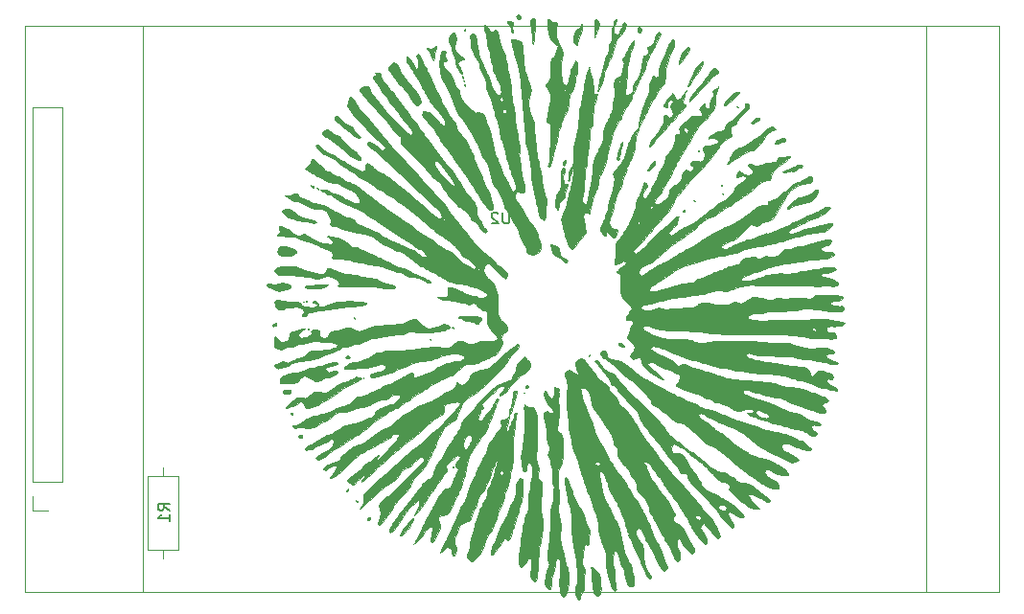
<source format=gbr>
%TF.GenerationSoftware,KiCad,Pcbnew,(5.1.6)-1*%
%TF.CreationDate,2020-11-29T15:45:25-05:00*%
%TF.ProjectId,MainMush,4d61696e-4d75-4736-982e-6b696361645f,rev?*%
%TF.SameCoordinates,Original*%
%TF.FileFunction,Legend,Bot*%
%TF.FilePolarity,Positive*%
%FSLAX46Y46*%
G04 Gerber Fmt 4.6, Leading zero omitted, Abs format (unit mm)*
G04 Created by KiCad (PCBNEW (5.1.6)-1) date 2020-11-29 15:45:25*
%MOMM*%
%LPD*%
G01*
G04 APERTURE LIST*
%ADD10C,0.010000*%
%ADD11C,0.120000*%
%ADD12C,0.150000*%
G04 APERTURE END LIST*
D10*
%TO.C,G\u002A\u002A\u002A*%
G36*
X130236625Y-110787674D02*
G01*
X130362146Y-110553862D01*
X130397188Y-110453799D01*
X130472438Y-110234931D01*
X130550122Y-110080402D01*
X130567275Y-110059206D01*
X130588419Y-109945044D01*
X130541514Y-109868479D01*
X130431025Y-109672326D01*
X130476603Y-109459217D01*
X130678815Y-109227176D01*
X130739115Y-109177524D01*
X130922189Y-109021932D01*
X131002701Y-108904143D01*
X131008538Y-108771487D01*
X130994648Y-108694905D01*
X130922925Y-108504204D01*
X130771154Y-108329905D01*
X130629374Y-108214558D01*
X130443944Y-108057539D01*
X130317004Y-107894683D01*
X130236499Y-107690863D01*
X130190381Y-107410947D01*
X130166593Y-107019807D01*
X130161319Y-106850334D01*
X130142607Y-106295205D01*
X130116168Y-105870597D01*
X130075667Y-105548288D01*
X130014771Y-105300054D01*
X129927145Y-105097675D01*
X129806456Y-104912926D01*
X129695540Y-104774993D01*
X129476979Y-104523019D01*
X129261548Y-104285127D01*
X129128287Y-104145774D01*
X128952988Y-103910819D01*
X128901007Y-103653140D01*
X128963396Y-103325671D01*
X128968984Y-103307796D01*
X129076101Y-103095211D01*
X129205089Y-103012598D01*
X129281045Y-103003804D01*
X129370004Y-103034892D01*
X129493534Y-103122445D01*
X129673201Y-103283046D01*
X129930573Y-103533279D01*
X130094195Y-103696246D01*
X130825594Y-104427646D01*
X130961150Y-104256571D01*
X131042848Y-104061799D01*
X130983741Y-103852173D01*
X130779257Y-103619628D01*
X130466294Y-103383507D01*
X130107644Y-103104568D01*
X129804608Y-102797010D01*
X129765648Y-102748731D01*
X129563576Y-102518167D01*
X129424495Y-102425808D01*
X129396001Y-102425549D01*
X129297386Y-102381364D01*
X129117724Y-102240327D01*
X128880112Y-102025402D01*
X128607646Y-101759554D01*
X128323419Y-101465748D01*
X128050529Y-101166948D01*
X127812071Y-100886120D01*
X127690915Y-100730114D01*
X127494314Y-100471778D01*
X127237896Y-100145244D01*
X126963862Y-99803946D01*
X126835546Y-99647031D01*
X126378985Y-99085753D01*
X126020294Y-98628443D01*
X125749796Y-98262296D01*
X125557814Y-97974510D01*
X125506763Y-97888852D01*
X125395853Y-97736830D01*
X125194292Y-97499754D01*
X124925185Y-97203302D01*
X124611636Y-96873153D01*
X124389933Y-96647624D01*
X124062629Y-96313102D01*
X123766976Y-95999197D01*
X123525205Y-95730419D01*
X123359547Y-95531274D01*
X123301493Y-95447727D01*
X123207207Y-95320935D01*
X123018687Y-95102085D01*
X122754202Y-94811114D01*
X122432027Y-94467964D01*
X122070430Y-94092574D01*
X121906279Y-93925100D01*
X121349537Y-93351239D01*
X120888632Y-92855113D01*
X120499841Y-92410020D01*
X120159441Y-91989260D01*
X119999023Y-91778385D01*
X119686476Y-91374691D01*
X119310644Y-90912823D01*
X118918261Y-90449059D01*
X118556053Y-90039673D01*
X118547684Y-90030508D01*
X118256448Y-89703412D01*
X117999571Y-89399146D01*
X117798986Y-89144875D01*
X117676628Y-88967763D01*
X117654297Y-88924093D01*
X117559696Y-88751340D01*
X117420053Y-88565487D01*
X117269990Y-88404367D01*
X117144120Y-88305813D01*
X117082400Y-88299072D01*
X117045079Y-88401082D01*
X117011655Y-88587146D01*
X117010994Y-88592488D01*
X116971889Y-88786956D01*
X116920555Y-88904920D01*
X116920224Y-88905270D01*
X116877132Y-89026970D01*
X116871657Y-89152776D01*
X116930721Y-89278502D01*
X117088348Y-89497785D01*
X117329051Y-89793755D01*
X117637341Y-90149544D01*
X117997731Y-90548281D01*
X118394733Y-90973099D01*
X118812858Y-91407126D01*
X119236620Y-91833495D01*
X119650530Y-92235334D01*
X120001447Y-92561733D01*
X120159836Y-92715832D01*
X120211683Y-92817916D01*
X120172420Y-92917584D01*
X120129749Y-92974091D01*
X120024409Y-93079968D01*
X119927726Y-93069440D01*
X119803417Y-92963663D01*
X119555860Y-92752147D01*
X119284842Y-92562035D01*
X119026064Y-92413723D01*
X118815228Y-92327607D01*
X118688036Y-92324080D01*
X118686054Y-92325350D01*
X118613647Y-92424051D01*
X118659878Y-92553929D01*
X118833301Y-92726925D01*
X119132182Y-92947935D01*
X119318592Y-93093241D01*
X119609135Y-93343736D01*
X119995898Y-93692149D01*
X120470967Y-94131209D01*
X121026427Y-94653646D01*
X121654365Y-95252191D01*
X121958178Y-95544143D01*
X122485411Y-96050658D01*
X122992014Y-96534862D01*
X123463283Y-96982878D01*
X123884508Y-97380827D01*
X124240982Y-97714832D01*
X124517996Y-97971015D01*
X124700843Y-98135498D01*
X124739936Y-98168889D01*
X125043352Y-98455613D01*
X125199733Y-98692027D01*
X125211177Y-98882243D01*
X125150688Y-98974572D01*
X125053820Y-99042903D01*
X124940549Y-99046451D01*
X124786178Y-98973754D01*
X124566008Y-98813352D01*
X124268909Y-98565440D01*
X124031785Y-98362572D01*
X123704205Y-98083198D01*
X123316835Y-97753428D01*
X122900345Y-97399373D01*
X122510543Y-97068464D01*
X122106008Y-96724907D01*
X121712660Y-96390128D01*
X121357999Y-96087584D01*
X121069528Y-95840738D01*
X120874949Y-95673221D01*
X120650575Y-95490773D01*
X120462561Y-95359423D01*
X120350658Y-95306864D01*
X120348962Y-95306795D01*
X120209031Y-95253642D01*
X120128481Y-95190517D01*
X119972632Y-95088248D01*
X119757137Y-95001008D01*
X119752483Y-94999635D01*
X119495003Y-94869057D01*
X119192672Y-94609614D01*
X119119123Y-94534715D01*
X118862673Y-94296505D01*
X118678689Y-94196112D01*
X118561419Y-94233210D01*
X118505121Y-94407468D01*
X118498806Y-94499185D01*
X118462875Y-94731630D01*
X118365882Y-94866474D01*
X118197741Y-94901901D01*
X117948369Y-94836096D01*
X117607681Y-94667243D01*
X117165592Y-94393525D01*
X116893741Y-94210148D01*
X116673024Y-94070570D01*
X116493950Y-93979111D01*
X116421551Y-93958306D01*
X116286565Y-93906160D01*
X116175887Y-93819053D01*
X116035443Y-93703943D01*
X115819486Y-93571711D01*
X115500941Y-93406862D01*
X115219796Y-93271934D01*
X114998894Y-93136849D01*
X114743896Y-92937084D01*
X114596415Y-92800847D01*
X114404589Y-92617270D01*
X114285202Y-92534086D01*
X114203945Y-92534189D01*
X114148538Y-92577476D01*
X114099198Y-92649491D01*
X114115856Y-92733884D01*
X114215684Y-92863027D01*
X114402223Y-93055668D01*
X114653202Y-93284519D01*
X114869860Y-93420235D01*
X115110107Y-93498891D01*
X115115788Y-93500184D01*
X115459197Y-93632678D01*
X115795729Y-93855993D01*
X115795926Y-93856158D01*
X116126580Y-94123683D01*
X116466339Y-94384418D01*
X116785771Y-94617199D01*
X117055447Y-94800864D01*
X117245938Y-94914254D01*
X117299212Y-94937090D01*
X117459586Y-95024064D01*
X117641287Y-95172389D01*
X117653522Y-95184436D01*
X117831615Y-95335075D01*
X117992557Y-95429311D01*
X118002055Y-95432612D01*
X118126478Y-95487928D01*
X118323732Y-95600777D01*
X118610332Y-95781352D01*
X119002794Y-96039842D01*
X119198533Y-96170978D01*
X119434492Y-96323988D01*
X119732737Y-96509929D01*
X119958041Y-96646254D01*
X120260389Y-96832089D01*
X120564346Y-97028278D01*
X120744443Y-97150765D01*
X120982738Y-97315080D01*
X121287518Y-97519907D01*
X121583532Y-97714841D01*
X121908020Y-97936622D01*
X122275570Y-98209536D01*
X122702571Y-98546661D01*
X123205415Y-98961072D01*
X123800493Y-99465844D01*
X124081168Y-99707332D01*
X124396799Y-99976307D01*
X124463192Y-100031400D01*
X125307194Y-99187397D01*
X125289178Y-99100362D01*
X125348103Y-99059554D01*
X125445138Y-99103897D01*
X125482352Y-99161055D01*
X125498471Y-99253662D01*
X125419231Y-99254004D01*
X125307194Y-99187397D01*
X124463192Y-100031400D01*
X124683435Y-100214157D01*
X124912710Y-100397780D01*
X125056255Y-100504083D01*
X125071133Y-100513419D01*
X125227091Y-100616404D01*
X125453972Y-100779049D01*
X125660650Y-100934180D01*
X125928862Y-101138971D01*
X126192291Y-101338472D01*
X126345410Y-101453304D01*
X126640146Y-101755848D01*
X126778468Y-101983345D01*
X126903376Y-102205086D01*
X127031418Y-102333062D01*
X127188566Y-102412632D01*
X127368170Y-102519646D01*
X127605089Y-102705010D01*
X127849725Y-102929723D01*
X127862652Y-102942684D01*
X128075542Y-103161331D01*
X128190437Y-103298203D01*
X128223012Y-103382343D01*
X128188942Y-103442794D01*
X128149797Y-103474728D01*
X128019410Y-103522062D01*
X127865729Y-103453674D01*
X127796945Y-103400267D01*
X127605207Y-103275104D01*
X127432095Y-103213451D01*
X127423265Y-103212681D01*
X127301841Y-103164705D01*
X127115991Y-103024428D01*
X126851737Y-102780377D01*
X126641083Y-102570589D01*
X126371198Y-102306891D01*
X126135992Y-102095944D01*
X125962030Y-101960568D01*
X125886344Y-101922163D01*
X125592872Y-101831481D01*
X125226707Y-101628860D01*
X124812127Y-101328054D01*
X124753290Y-101280274D01*
X124448722Y-101047047D01*
X124115076Y-100817559D01*
X123857569Y-100660578D01*
X123553472Y-100475497D01*
X123215406Y-100244733D01*
X122986268Y-100072587D01*
X122690253Y-99847111D01*
X122337120Y-99592508D01*
X122008008Y-99367049D01*
X121693015Y-99155800D01*
X121375396Y-98937814D01*
X121121095Y-98758377D01*
X121109594Y-98750045D01*
X120874195Y-98582575D01*
X120664799Y-98439269D01*
X120578325Y-98383288D01*
X120443085Y-98288141D01*
X120221606Y-98120048D01*
X119950245Y-97906921D01*
X119784575Y-97773874D01*
X119164256Y-97280023D01*
X118599517Y-96847442D01*
X118102424Y-96484609D01*
X117685045Y-96200004D01*
X117359446Y-96002102D01*
X117137694Y-95899383D01*
X117103825Y-95890355D01*
X116898656Y-95812984D01*
X116652837Y-95674422D01*
X116554616Y-95606349D01*
X116310677Y-95454535D01*
X116066674Y-95347900D01*
X115984506Y-95326560D01*
X115745992Y-95236916D01*
X115535880Y-95087351D01*
X115360519Y-94957862D01*
X115197340Y-94906210D01*
X115186879Y-94906731D01*
X115085116Y-94885918D01*
X114943311Y-94795878D01*
X114739931Y-94620000D01*
X114453445Y-94341675D01*
X114450362Y-94338592D01*
X114189123Y-94079039D01*
X114015180Y-93916458D01*
X113903685Y-93835467D01*
X113829785Y-93820679D01*
X113768633Y-93856709D01*
X113730900Y-93893140D01*
X113633238Y-94035475D01*
X113616957Y-94127829D01*
X113576099Y-94236013D01*
X113446001Y-94388129D01*
X113389138Y-94439837D01*
X113138259Y-94654161D01*
X113353304Y-94832002D01*
X113527025Y-94953026D01*
X113663703Y-95010838D01*
X113673226Y-95011607D01*
X113812994Y-95064928D01*
X113893507Y-95128085D01*
X114051296Y-95234044D01*
X114253520Y-95319719D01*
X114468110Y-95413383D01*
X114621757Y-95520267D01*
X114774890Y-95616856D01*
X115032077Y-95727290D01*
X115341709Y-95834270D01*
X115652174Y-95920496D01*
X115911862Y-95968673D01*
X115972981Y-95973147D01*
X116175520Y-96010444D01*
X116302483Y-96078460D01*
X116438286Y-96178831D01*
X116648295Y-96299752D01*
X116881381Y-96415916D01*
X117086416Y-96502011D01*
X117212273Y-96532731D01*
X117218341Y-96531828D01*
X117312050Y-96574055D01*
X117476579Y-96702853D01*
X117651064Y-96865775D01*
X117898787Y-97164191D01*
X118003302Y-97418164D01*
X117962635Y-97621793D01*
X117920903Y-97673114D01*
X117767462Y-97731028D01*
X117537905Y-97722998D01*
X117295280Y-97659475D01*
X117102629Y-97550915D01*
X117085039Y-97534535D01*
X116934105Y-97415492D01*
X116817301Y-97375748D01*
X116814551Y-97376301D01*
X116703243Y-97339198D01*
X116547165Y-97220202D01*
X116519645Y-97193648D01*
X116263454Y-97024807D01*
X116015671Y-96983134D01*
X115663819Y-96897781D01*
X115434078Y-96752074D01*
X115061188Y-96550094D01*
X114807082Y-96500576D01*
X114599540Y-96489382D01*
X114523352Y-96507396D01*
X114552108Y-96566189D01*
X114582487Y-96598967D01*
X114716670Y-96691011D01*
X114793994Y-96702782D01*
X114911195Y-96737921D01*
X115043871Y-96840406D01*
X115199966Y-96942024D01*
X115319430Y-96947586D01*
X115441462Y-96957172D01*
X115618978Y-97083821D01*
X115721806Y-97181583D01*
X116081760Y-97473747D01*
X116558998Y-97741896D01*
X117172273Y-97996205D01*
X117320550Y-98048960D01*
X117800067Y-98227679D01*
X118156301Y-98391618D01*
X118421569Y-98557474D01*
X118594111Y-98706848D01*
X118788621Y-98868220D01*
X119043583Y-99039720D01*
X119147312Y-99099829D01*
X119395951Y-99248524D01*
X119702162Y-99449446D01*
X119985919Y-99649213D01*
X120268725Y-99851675D01*
X120543856Y-100040081D01*
X120751838Y-100173705D01*
X120752152Y-100173893D01*
X121017756Y-100337579D01*
X121284772Y-100508622D01*
X121303264Y-100520806D01*
X121534365Y-100662767D01*
X121823537Y-100826383D01*
X121980502Y-100909973D01*
X122287703Y-101095181D01*
X122599958Y-101323331D01*
X122721795Y-101427293D01*
X123008270Y-101649900D01*
X123229823Y-101733523D01*
X123246849Y-101734132D01*
X123395381Y-101765282D01*
X123536929Y-101881075D01*
X123656546Y-102030252D01*
X123815387Y-102254812D01*
X123874881Y-102382573D01*
X123835117Y-102440493D01*
X123696180Y-102455526D01*
X123657903Y-102455759D01*
X123464463Y-102424558D01*
X123281415Y-102310457D01*
X123134117Y-102169803D01*
X122958520Y-102008215D01*
X122816507Y-101913749D01*
X122768429Y-101902624D01*
X122661257Y-101878815D01*
X122453830Y-101801493D01*
X122187572Y-101688759D01*
X121903907Y-101558720D01*
X121644255Y-101429478D01*
X121490317Y-101344032D01*
X121339603Y-101270185D01*
X121101240Y-101169535D01*
X120918802Y-101098643D01*
X120669910Y-100997314D01*
X120479754Y-100905104D01*
X120408432Y-100857929D01*
X120278697Y-100797856D01*
X120238274Y-100800024D01*
X120124886Y-100763611D01*
X119972329Y-100646124D01*
X119960774Y-100634777D01*
X119716859Y-100444287D01*
X119370247Y-100241841D01*
X118972131Y-100054474D01*
X118605075Y-99918870D01*
X118363549Y-99829803D01*
X118179007Y-99737978D01*
X118128480Y-99700508D01*
X117991070Y-99625481D01*
X117926705Y-99623815D01*
X117808762Y-99578339D01*
X117650953Y-99418469D01*
X117630765Y-99392624D01*
X117433156Y-99188254D01*
X117210395Y-99036690D01*
X117013422Y-98969888D01*
X116960776Y-98972286D01*
X116839862Y-98948132D01*
X116622385Y-98864352D01*
X116349472Y-98740345D01*
X116062244Y-98595508D01*
X115801826Y-98449240D01*
X115662558Y-98359914D01*
X115289021Y-98112945D01*
X114984647Y-97947431D01*
X114699288Y-97840112D01*
X114387545Y-97768586D01*
X113935930Y-97676788D01*
X113632399Y-97590599D01*
X113466527Y-97506972D01*
X113454125Y-97495724D01*
X113347113Y-97438361D01*
X113139921Y-97358932D01*
X112966025Y-97302161D01*
X112702181Y-97208222D01*
X112559921Y-97117161D01*
X112506093Y-97016942D01*
X112435623Y-96894889D01*
X112280574Y-96870550D01*
X112104781Y-96904401D01*
X112022787Y-96948291D01*
X111902928Y-96994615D01*
X111701876Y-97016351D01*
X111678967Y-97016581D01*
X111403437Y-97016580D01*
X111527541Y-97140685D01*
X111827039Y-97360733D01*
X112181799Y-97506366D01*
X112427809Y-97545098D01*
X112713690Y-97610253D01*
X113081528Y-97789045D01*
X113208542Y-97865921D01*
X113506436Y-98039767D01*
X113749810Y-98136743D01*
X114008299Y-98178904D01*
X114223731Y-98187455D01*
X114601393Y-98218811D01*
X114870837Y-98307390D01*
X114976305Y-98374766D01*
X115198089Y-98622726D01*
X115347552Y-98942840D01*
X115398490Y-99270242D01*
X115385591Y-99387844D01*
X115375633Y-99593258D01*
X115468569Y-99702016D01*
X115685803Y-99734533D01*
X115748145Y-99733618D01*
X115961992Y-99754600D01*
X116111784Y-99817070D01*
X116117727Y-99822567D01*
X116243262Y-99891556D01*
X116482133Y-99980771D01*
X116792258Y-100078102D01*
X117131547Y-100171440D01*
X117457919Y-100248676D01*
X117729287Y-100297697D01*
X117795048Y-100305216D01*
X118009180Y-100343164D01*
X118154464Y-100401851D01*
X118165896Y-100411444D01*
X118264468Y-100456783D01*
X118292728Y-100444379D01*
X118404801Y-100430894D01*
X118609980Y-100480709D01*
X118864887Y-100576054D01*
X119126139Y-100699158D01*
X119350356Y-100832248D01*
X119464698Y-100924473D01*
X119659707Y-101096036D01*
X119844688Y-101223014D01*
X119877576Y-101239629D01*
X120042532Y-101320749D01*
X120285863Y-101448017D01*
X120490098Y-101558479D01*
X120900754Y-101772631D01*
X121211253Y-101906545D01*
X121450467Y-101972466D01*
X121475402Y-101976339D01*
X121660131Y-102045991D01*
X121932495Y-102205075D01*
X122264158Y-102434609D01*
X122626787Y-102715617D01*
X122818395Y-102875962D01*
X123050974Y-103064041D01*
X123247685Y-103201903D01*
X123370254Y-103263049D01*
X123378915Y-103263982D01*
X123512826Y-103316178D01*
X123641846Y-103417824D01*
X123785742Y-103524692D01*
X123886503Y-103550227D01*
X124009289Y-103583473D01*
X124103595Y-103655066D01*
X124283971Y-103767795D01*
X124421225Y-103807886D01*
X124616232Y-103882440D01*
X124793462Y-104011744D01*
X124945533Y-104129316D01*
X125062721Y-104168121D01*
X125065162Y-104167620D01*
X125185231Y-104200964D01*
X125311361Y-104292868D01*
X125593827Y-104491262D01*
X125962384Y-104660271D01*
X126344379Y-104770087D01*
X126533895Y-104794454D01*
X126906316Y-104837296D01*
X127164157Y-104889999D01*
X128405435Y-103648721D01*
X128407069Y-103562014D01*
X128470272Y-103406921D01*
X128550484Y-103389375D01*
X128563720Y-103400556D01*
X128605414Y-103523938D01*
X128503432Y-103629069D01*
X128495077Y-103632933D01*
X128405435Y-103648721D01*
X127164157Y-104889999D01*
X127327604Y-104923406D01*
X127768551Y-105042335D01*
X128199942Y-105183634D01*
X128592567Y-105336852D01*
X128917211Y-105491541D01*
X129144664Y-105637251D01*
X129245713Y-105763531D01*
X129245974Y-105764606D01*
X129202863Y-105880711D01*
X129050516Y-105982159D01*
X128838446Y-106054629D01*
X128616166Y-106083801D01*
X128433189Y-106055353D01*
X128373720Y-106016886D01*
X128243015Y-105964300D01*
X128169012Y-105962102D01*
X127982589Y-105940006D01*
X127715553Y-105864059D01*
X127427439Y-105754973D01*
X127177785Y-105633463D01*
X127116672Y-105595959D01*
X126928392Y-105497595D01*
X126651259Y-105381639D01*
X126343521Y-105269354D01*
X126063428Y-105182001D01*
X125870078Y-105140916D01*
X125795537Y-105181156D01*
X125754573Y-105333716D01*
X125740742Y-105589114D01*
X125732387Y-105834073D01*
X125694782Y-105978353D01*
X125596222Y-106041554D01*
X125405001Y-106043276D01*
X125089417Y-106003119D01*
X125074441Y-106001014D01*
X124845887Y-105968903D01*
X124969395Y-106092410D01*
X125118670Y-106170327D01*
X125357019Y-106227626D01*
X125487839Y-106242253D01*
X125817251Y-106270661D01*
X126138256Y-106309134D01*
X126409416Y-106351527D01*
X126589294Y-106391693D01*
X126636707Y-106412684D01*
X126730965Y-106445566D01*
X126921502Y-106483407D01*
X126984728Y-106493102D01*
X127231017Y-106544023D01*
X127432112Y-106611158D01*
X127455661Y-106622688D01*
X127637041Y-106650622D01*
X127837196Y-106599666D01*
X127966936Y-106546530D01*
X128069411Y-106552117D01*
X128187918Y-106635251D01*
X128365757Y-106814755D01*
X128389406Y-106839718D01*
X128624005Y-107063000D01*
X128807130Y-107174324D01*
X128916832Y-107197406D01*
X129087140Y-107222894D01*
X129164496Y-107256675D01*
X129187847Y-107355679D01*
X129201051Y-107566888D01*
X129201370Y-107834913D01*
X129206778Y-108155651D01*
X129254871Y-108392984D01*
X129365997Y-108620680D01*
X129457214Y-108762383D01*
X129649110Y-109022861D01*
X129852314Y-109261668D01*
X129963155Y-109372415D01*
X130109497Y-109516557D01*
X130145191Y-109617497D01*
X130084932Y-109729445D01*
X130066398Y-109753226D01*
X129967576Y-109839355D01*
X129816590Y-109887901D01*
X129576558Y-109905740D01*
X129269798Y-109901735D01*
X128938741Y-109904829D01*
X128650540Y-109931660D01*
X128456343Y-109976819D01*
X128427778Y-109990762D01*
X128047984Y-110132553D01*
X127622169Y-110130704D01*
X127335363Y-110052964D01*
X127004454Y-109940749D01*
X126770324Y-109902650D01*
X126586410Y-109944559D01*
X126406152Y-110072373D01*
X126287504Y-110185608D01*
X126126719Y-110338849D01*
X125992271Y-110427319D01*
X125834005Y-110466165D01*
X125601763Y-110470531D01*
X125374015Y-110461444D01*
X124789677Y-110439904D01*
X124321532Y-110437163D01*
X123927839Y-110455917D01*
X123566860Y-110498864D01*
X123196857Y-110568704D01*
X122991683Y-110615439D01*
X122689606Y-110666548D01*
X122279493Y-110707626D01*
X121811931Y-110734889D01*
X121337510Y-110744556D01*
X121268316Y-110744251D01*
X120853979Y-110746814D01*
X120493958Y-110760147D01*
X120219237Y-110782264D01*
X120060797Y-110811176D01*
X120037879Y-110823167D01*
X119902614Y-110881260D01*
X119693985Y-110903169D01*
X119677008Y-110902812D01*
X119408783Y-110948939D01*
X119194696Y-111104490D01*
X118966667Y-111278561D01*
X118708840Y-111406267D01*
X118703876Y-111407939D01*
X118410899Y-111506662D01*
X118233251Y-111571488D01*
X118135074Y-111616930D01*
X118080508Y-111657504D01*
X118075764Y-111662156D01*
X117971960Y-111703336D01*
X117757696Y-111753664D01*
X117488070Y-111800838D01*
X117123363Y-111877526D01*
X116875278Y-111986854D01*
X116760820Y-112079074D01*
X116641706Y-112221603D01*
X116604460Y-112316502D01*
X116609092Y-112325024D01*
X116713755Y-112348772D01*
X116934642Y-112355217D01*
X117230284Y-112345353D01*
X117559213Y-112320171D01*
X117760216Y-112297490D01*
X118009177Y-112272983D01*
X118330727Y-112251070D01*
X118545497Y-112240871D01*
X118906394Y-112202058D01*
X119300718Y-112122392D01*
X119512819Y-112061550D01*
X119876699Y-111971751D01*
X120133659Y-111980041D01*
X120275302Y-112085612D01*
X120294208Y-112136785D01*
X120256160Y-112253944D01*
X120137395Y-112403723D01*
X119989901Y-112533182D01*
X119865670Y-112589379D01*
X119851138Y-112587968D01*
X119720019Y-112596642D01*
X119535423Y-112643701D01*
X119290527Y-112716838D01*
X119100810Y-112765321D01*
X118944560Y-112824021D01*
X118897543Y-112928229D01*
X118896848Y-112952114D01*
X118928734Y-113043210D01*
X119049857Y-113080429D01*
X119224492Y-113082024D01*
X119481761Y-113053592D01*
X119794680Y-112991418D01*
X120115120Y-112908536D01*
X120394958Y-112817978D01*
X120586066Y-112732779D01*
X120628126Y-112701897D01*
X120734130Y-112654665D01*
X120771476Y-112670799D01*
X120864885Y-112670996D01*
X120931233Y-112623297D01*
X121095782Y-112516042D01*
X121375807Y-112392993D01*
X121731542Y-112271553D01*
X121742509Y-112268254D01*
X121896438Y-112203218D01*
X121950053Y-112165742D01*
X122085432Y-112087295D01*
X122332707Y-111990296D01*
X122648172Y-111887669D01*
X122988125Y-111792334D01*
X123308860Y-111717215D01*
X123566674Y-111675236D01*
X123622813Y-111671131D01*
X123946647Y-111633500D01*
X124272979Y-111558979D01*
X124374861Y-111525154D01*
X124632063Y-111427898D01*
X124960885Y-111303496D01*
X125248242Y-111194740D01*
X125737103Y-111047949D01*
X126202382Y-110978900D01*
X126615932Y-110986651D01*
X126949603Y-111070260D01*
X127175248Y-111228785D01*
X127198755Y-111260018D01*
X127241709Y-111417724D01*
X127133767Y-111544825D01*
X126873191Y-111642299D01*
X126458248Y-111711130D01*
X126387951Y-111718515D01*
X126064784Y-111759692D01*
X125798484Y-111810504D01*
X125631650Y-111862168D01*
X125603095Y-111880297D01*
X125472613Y-111961807D01*
X125258460Y-112053379D01*
X125177414Y-112081471D01*
X124932504Y-112184019D01*
X124732927Y-112306161D01*
X124695527Y-112338851D01*
X124467432Y-112508574D01*
X124152520Y-112672528D01*
X123820322Y-112797430D01*
X123653213Y-112837813D01*
X123405289Y-112916946D01*
X123161396Y-113045756D01*
X123155402Y-113049862D01*
X122940663Y-113147805D01*
X122769651Y-113138328D01*
X122676670Y-113033771D01*
X122684288Y-112880420D01*
X122711061Y-112751767D01*
X122645832Y-112723504D01*
X122555445Y-112733638D01*
X122359981Y-112795798D01*
X122155397Y-112905364D01*
X121982385Y-113001127D01*
X121860382Y-113034014D01*
X121855650Y-113033192D01*
X121746668Y-113070027D01*
X121613375Y-113175939D01*
X121470097Y-113287116D01*
X121368708Y-113318121D01*
X121257880Y-113348614D01*
X121079095Y-113448501D01*
X121007731Y-113496972D01*
X120823000Y-113617625D01*
X120691169Y-113683672D01*
X120666381Y-113688236D01*
X120473854Y-113713815D01*
X120224971Y-113802444D01*
X119992197Y-113924402D01*
X119880814Y-114010475D01*
X119699213Y-114137147D01*
X119443695Y-114254330D01*
X119335862Y-114290103D01*
X119032916Y-114402371D01*
X118712640Y-114557059D01*
X118605869Y-114618816D01*
X118326267Y-114756115D01*
X118061408Y-114827196D01*
X117985071Y-114831420D01*
X117817214Y-114843979D01*
X117667017Y-114911454D01*
X117486695Y-115060502D01*
X117369345Y-115174905D01*
X117172099Y-115355499D01*
X117009731Y-115474503D01*
X116926804Y-115505193D01*
X116793270Y-115534477D01*
X116757926Y-115561818D01*
X116640076Y-115620266D01*
X116422938Y-115685221D01*
X116261991Y-115720994D01*
X115969948Y-115805451D01*
X115735400Y-115923093D01*
X115671839Y-115974387D01*
X115517975Y-116079080D01*
X115283066Y-116189036D01*
X115019713Y-116285493D01*
X114780514Y-116349687D01*
X114618067Y-116362859D01*
X114598385Y-116357282D01*
X114487339Y-116374316D01*
X114477923Y-116382529D01*
X114377756Y-116425505D01*
X114167569Y-116485856D01*
X113896696Y-116549657D01*
X113556796Y-116639356D01*
X113297823Y-116759745D01*
X113042132Y-116948997D01*
X112985471Y-116997673D01*
X112751542Y-117187882D01*
X112576639Y-117285989D01*
X112411212Y-117315707D01*
X112326462Y-117313071D01*
X112132746Y-117318560D01*
X112056215Y-117382325D01*
X112050501Y-117425070D01*
X112107202Y-117554538D01*
X112265794Y-117578926D01*
X112440150Y-117524192D01*
X112647424Y-117483380D01*
X112877637Y-117500730D01*
X113415232Y-117568168D01*
X113877721Y-117511094D01*
X114249974Y-117332201D01*
X114504680Y-117172155D01*
X114768628Y-117047804D01*
X114847527Y-117021340D01*
X115160016Y-116866713D01*
X115399909Y-116659680D01*
X115769055Y-116372984D01*
X116226355Y-116204996D01*
X116751191Y-116150441D01*
X117066096Y-116118731D01*
X117284164Y-116038096D01*
X117322719Y-116007303D01*
X117488452Y-115885436D01*
X117721996Y-115800656D01*
X118060645Y-115741427D01*
X118248580Y-115720871D01*
X118529986Y-115669132D01*
X118778989Y-115583141D01*
X118855976Y-115540961D01*
X119059949Y-115417086D01*
X119225600Y-115334418D01*
X119408770Y-115256481D01*
X119634539Y-115156614D01*
X119646338Y-115151289D01*
X119910794Y-115067686D01*
X120176377Y-115033220D01*
X120491805Y-114956150D01*
X120703782Y-114817453D01*
X120967375Y-114656014D01*
X121240574Y-114622014D01*
X121469462Y-114664889D01*
X121554493Y-114758348D01*
X121499796Y-114915898D01*
X121378670Y-115073765D01*
X121123984Y-115331701D01*
X120893825Y-115472202D01*
X120645239Y-115521508D01*
X120474874Y-115560788D01*
X120214518Y-115656139D01*
X119914172Y-115788770D01*
X119845886Y-115821980D01*
X119551772Y-115973283D01*
X119379873Y-116079087D01*
X119306683Y-116156859D01*
X119307685Y-116221877D01*
X119291663Y-116359730D01*
X119163108Y-116510993D01*
X118959983Y-116638555D01*
X118835109Y-116683852D01*
X118618724Y-116776708D01*
X118477297Y-116877261D01*
X118339389Y-116952134D01*
X118089840Y-117036953D01*
X117773870Y-117117235D01*
X117645770Y-117143546D01*
X117331067Y-117207890D01*
X117079123Y-117267016D01*
X116928307Y-117311585D01*
X116903941Y-117324107D01*
X116793954Y-117357440D01*
X116702298Y-117357372D01*
X116534447Y-117399814D01*
X116389467Y-117501822D01*
X116163474Y-117683095D01*
X115840626Y-117886652D01*
X115473771Y-118081950D01*
X115115758Y-118238447D01*
X115113251Y-118239392D01*
X114849076Y-118352550D01*
X114615988Y-118474673D01*
X114550277Y-118516820D01*
X114253842Y-118716746D01*
X113968317Y-118892189D01*
X113730232Y-119022141D01*
X113576124Y-119085589D01*
X113556101Y-119088576D01*
X113447643Y-119135894D01*
X113305638Y-119244208D01*
X113177615Y-119369895D01*
X113111102Y-119469326D01*
X113114205Y-119494191D01*
X113236993Y-119522918D01*
X113449529Y-119498682D01*
X113697562Y-119435352D01*
X113926843Y-119346800D01*
X114083124Y-119246897D01*
X114083726Y-119246296D01*
X114218014Y-119161237D01*
X114288854Y-119153422D01*
X114415544Y-119121541D01*
X114486881Y-119067648D01*
X114626633Y-118978242D01*
X114848463Y-118882615D01*
X114935104Y-118853111D01*
X115145902Y-118768183D01*
X115279161Y-118679378D01*
X115299282Y-118647649D01*
X115387620Y-118560755D01*
X115543309Y-118535289D01*
X115682775Y-118583467D01*
X115690368Y-118590504D01*
X115706272Y-118700003D01*
X115665952Y-118895661D01*
X115633763Y-118990671D01*
X115563004Y-119162247D01*
X115483758Y-119287372D01*
X115360928Y-119401706D01*
X115159418Y-119540903D01*
X114979495Y-119655380D01*
X114697004Y-119830756D01*
X114441356Y-119984831D01*
X114262823Y-120087374D01*
X114248332Y-120095115D01*
X114114636Y-120183057D01*
X114109985Y-120258847D01*
X114146541Y-120302020D01*
X114311033Y-120383562D01*
X114530285Y-120342640D01*
X114817260Y-120175236D01*
X114995086Y-120038873D01*
X115266999Y-119827225D01*
X115544976Y-119625670D01*
X115714464Y-119512627D01*
X115968014Y-119350241D01*
X116318313Y-119120137D01*
X116731483Y-118844809D01*
X117173646Y-118546754D01*
X117369663Y-118413518D01*
X117568439Y-118289817D01*
X117726358Y-118211438D01*
X117752733Y-118203040D01*
X117818372Y-118173125D01*
X117931584Y-118098294D01*
X118105695Y-117968131D01*
X118354035Y-117772220D01*
X118689932Y-117500144D01*
X119126712Y-117141491D01*
X119402073Y-116914056D01*
X119646384Y-116733857D01*
X119890968Y-116587264D01*
X119997608Y-116538475D01*
X120242453Y-116409310D01*
X120453918Y-116243700D01*
X120610139Y-116116423D01*
X120732175Y-116065304D01*
X120743413Y-116066459D01*
X120864226Y-116032539D01*
X120971231Y-115950894D01*
X121091970Y-115863780D01*
X121156246Y-115861900D01*
X121236344Y-115839642D01*
X121400329Y-115735204D01*
X121612799Y-115571152D01*
X121614138Y-115570042D01*
X121839590Y-115396510D01*
X122029594Y-115274029D01*
X122138619Y-115230173D01*
X122264182Y-115177485D01*
X122433915Y-115046542D01*
X122480060Y-115002389D01*
X122668338Y-114841614D01*
X122937786Y-114644930D01*
X123241328Y-114443139D01*
X123531889Y-114267048D01*
X123762395Y-114147462D01*
X123822606Y-114123845D01*
X123983023Y-114034726D01*
X124154331Y-113894304D01*
X124359422Y-113743068D01*
X124560022Y-113653015D01*
X124784288Y-113553231D01*
X124933576Y-113443864D01*
X125078288Y-113339847D01*
X125177414Y-113316256D01*
X125299046Y-113282615D01*
X125400685Y-113205239D01*
X125546914Y-113106350D01*
X125750687Y-113018336D01*
X125952852Y-112960964D01*
X126094251Y-112954000D01*
X126117180Y-112965819D01*
X126188167Y-112932809D01*
X126341197Y-112808855D01*
X126548268Y-112617433D01*
X126638681Y-112528508D01*
X126947475Y-112241079D01*
X127205715Y-112061934D01*
X127456096Y-111970884D01*
X127741313Y-111947739D01*
X127857823Y-111951976D01*
X128061781Y-111932081D01*
X128196006Y-111869209D01*
X128305150Y-111813876D01*
X128348568Y-111828900D01*
X128441153Y-111827445D01*
X128517222Y-111772499D01*
X128652319Y-111684747D01*
X128880362Y-111578530D01*
X129060930Y-111509425D01*
X129315378Y-111409870D01*
X129514373Y-111312796D01*
X129590544Y-111260443D01*
X129721970Y-111185797D01*
X129779795Y-111183445D01*
X129911529Y-111142554D01*
X130075112Y-110997267D01*
X130236625Y-110787674D01*
G37*
X130236625Y-110787674D02*
X130362146Y-110553862D01*
X130397188Y-110453799D01*
X130472438Y-110234931D01*
X130550122Y-110080402D01*
X130567275Y-110059206D01*
X130588419Y-109945044D01*
X130541514Y-109868479D01*
X130431025Y-109672326D01*
X130476603Y-109459217D01*
X130678815Y-109227176D01*
X130739115Y-109177524D01*
X130922189Y-109021932D01*
X131002701Y-108904143D01*
X131008538Y-108771487D01*
X130994648Y-108694905D01*
X130922925Y-108504204D01*
X130771154Y-108329905D01*
X130629374Y-108214558D01*
X130443944Y-108057539D01*
X130317004Y-107894683D01*
X130236499Y-107690863D01*
X130190381Y-107410947D01*
X130166593Y-107019807D01*
X130161319Y-106850334D01*
X130142607Y-106295205D01*
X130116168Y-105870597D01*
X130075667Y-105548288D01*
X130014771Y-105300054D01*
X129927145Y-105097675D01*
X129806456Y-104912926D01*
X129695540Y-104774993D01*
X129476979Y-104523019D01*
X129261548Y-104285127D01*
X129128287Y-104145774D01*
X128952988Y-103910819D01*
X128901007Y-103653140D01*
X128963396Y-103325671D01*
X128968984Y-103307796D01*
X129076101Y-103095211D01*
X129205089Y-103012598D01*
X129281045Y-103003804D01*
X129370004Y-103034892D01*
X129493534Y-103122445D01*
X129673201Y-103283046D01*
X129930573Y-103533279D01*
X130094195Y-103696246D01*
X130825594Y-104427646D01*
X130961150Y-104256571D01*
X131042848Y-104061799D01*
X130983741Y-103852173D01*
X130779257Y-103619628D01*
X130466294Y-103383507D01*
X130107644Y-103104568D01*
X129804608Y-102797010D01*
X129765648Y-102748731D01*
X129563576Y-102518167D01*
X129424495Y-102425808D01*
X129396001Y-102425549D01*
X129297386Y-102381364D01*
X129117724Y-102240327D01*
X128880112Y-102025402D01*
X128607646Y-101759554D01*
X128323419Y-101465748D01*
X128050529Y-101166948D01*
X127812071Y-100886120D01*
X127690915Y-100730114D01*
X127494314Y-100471778D01*
X127237896Y-100145244D01*
X126963862Y-99803946D01*
X126835546Y-99647031D01*
X126378985Y-99085753D01*
X126020294Y-98628443D01*
X125749796Y-98262296D01*
X125557814Y-97974510D01*
X125506763Y-97888852D01*
X125395853Y-97736830D01*
X125194292Y-97499754D01*
X124925185Y-97203302D01*
X124611636Y-96873153D01*
X124389933Y-96647624D01*
X124062629Y-96313102D01*
X123766976Y-95999197D01*
X123525205Y-95730419D01*
X123359547Y-95531274D01*
X123301493Y-95447727D01*
X123207207Y-95320935D01*
X123018687Y-95102085D01*
X122754202Y-94811114D01*
X122432027Y-94467964D01*
X122070430Y-94092574D01*
X121906279Y-93925100D01*
X121349537Y-93351239D01*
X120888632Y-92855113D01*
X120499841Y-92410020D01*
X120159441Y-91989260D01*
X119999023Y-91778385D01*
X119686476Y-91374691D01*
X119310644Y-90912823D01*
X118918261Y-90449059D01*
X118556053Y-90039673D01*
X118547684Y-90030508D01*
X118256448Y-89703412D01*
X117999571Y-89399146D01*
X117798986Y-89144875D01*
X117676628Y-88967763D01*
X117654297Y-88924093D01*
X117559696Y-88751340D01*
X117420053Y-88565487D01*
X117269990Y-88404367D01*
X117144120Y-88305813D01*
X117082400Y-88299072D01*
X117045079Y-88401082D01*
X117011655Y-88587146D01*
X117010994Y-88592488D01*
X116971889Y-88786956D01*
X116920555Y-88904920D01*
X116920224Y-88905270D01*
X116877132Y-89026970D01*
X116871657Y-89152776D01*
X116930721Y-89278502D01*
X117088348Y-89497785D01*
X117329051Y-89793755D01*
X117637341Y-90149544D01*
X117997731Y-90548281D01*
X118394733Y-90973099D01*
X118812858Y-91407126D01*
X119236620Y-91833495D01*
X119650530Y-92235334D01*
X120001447Y-92561733D01*
X120159836Y-92715832D01*
X120211683Y-92817916D01*
X120172420Y-92917584D01*
X120129749Y-92974091D01*
X120024409Y-93079968D01*
X119927726Y-93069440D01*
X119803417Y-92963663D01*
X119555860Y-92752147D01*
X119284842Y-92562035D01*
X119026064Y-92413723D01*
X118815228Y-92327607D01*
X118688036Y-92324080D01*
X118686054Y-92325350D01*
X118613647Y-92424051D01*
X118659878Y-92553929D01*
X118833301Y-92726925D01*
X119132182Y-92947935D01*
X119318592Y-93093241D01*
X119609135Y-93343736D01*
X119995898Y-93692149D01*
X120470967Y-94131209D01*
X121026427Y-94653646D01*
X121654365Y-95252191D01*
X121958178Y-95544143D01*
X122485411Y-96050658D01*
X122992014Y-96534862D01*
X123463283Y-96982878D01*
X123884508Y-97380827D01*
X124240982Y-97714832D01*
X124517996Y-97971015D01*
X124700843Y-98135498D01*
X124739936Y-98168889D01*
X125043352Y-98455613D01*
X125199733Y-98692027D01*
X125211177Y-98882243D01*
X125150688Y-98974572D01*
X125053820Y-99042903D01*
X124940549Y-99046451D01*
X124786178Y-98973754D01*
X124566008Y-98813352D01*
X124268909Y-98565440D01*
X124031785Y-98362572D01*
X123704205Y-98083198D01*
X123316835Y-97753428D01*
X122900345Y-97399373D01*
X122510543Y-97068464D01*
X122106008Y-96724907D01*
X121712660Y-96390128D01*
X121357999Y-96087584D01*
X121069528Y-95840738D01*
X120874949Y-95673221D01*
X120650575Y-95490773D01*
X120462561Y-95359423D01*
X120350658Y-95306864D01*
X120348962Y-95306795D01*
X120209031Y-95253642D01*
X120128481Y-95190517D01*
X119972632Y-95088248D01*
X119757137Y-95001008D01*
X119752483Y-94999635D01*
X119495003Y-94869057D01*
X119192672Y-94609614D01*
X119119123Y-94534715D01*
X118862673Y-94296505D01*
X118678689Y-94196112D01*
X118561419Y-94233210D01*
X118505121Y-94407468D01*
X118498806Y-94499185D01*
X118462875Y-94731630D01*
X118365882Y-94866474D01*
X118197741Y-94901901D01*
X117948369Y-94836096D01*
X117607681Y-94667243D01*
X117165592Y-94393525D01*
X116893741Y-94210148D01*
X116673024Y-94070570D01*
X116493950Y-93979111D01*
X116421551Y-93958306D01*
X116286565Y-93906160D01*
X116175887Y-93819053D01*
X116035443Y-93703943D01*
X115819486Y-93571711D01*
X115500941Y-93406862D01*
X115219796Y-93271934D01*
X114998894Y-93136849D01*
X114743896Y-92937084D01*
X114596415Y-92800847D01*
X114404589Y-92617270D01*
X114285202Y-92534086D01*
X114203945Y-92534189D01*
X114148538Y-92577476D01*
X114099198Y-92649491D01*
X114115856Y-92733884D01*
X114215684Y-92863027D01*
X114402223Y-93055668D01*
X114653202Y-93284519D01*
X114869860Y-93420235D01*
X115110107Y-93498891D01*
X115115788Y-93500184D01*
X115459197Y-93632678D01*
X115795729Y-93855993D01*
X115795926Y-93856158D01*
X116126580Y-94123683D01*
X116466339Y-94384418D01*
X116785771Y-94617199D01*
X117055447Y-94800864D01*
X117245938Y-94914254D01*
X117299212Y-94937090D01*
X117459586Y-95024064D01*
X117641287Y-95172389D01*
X117653522Y-95184436D01*
X117831615Y-95335075D01*
X117992557Y-95429311D01*
X118002055Y-95432612D01*
X118126478Y-95487928D01*
X118323732Y-95600777D01*
X118610332Y-95781352D01*
X119002794Y-96039842D01*
X119198533Y-96170978D01*
X119434492Y-96323988D01*
X119732737Y-96509929D01*
X119958041Y-96646254D01*
X120260389Y-96832089D01*
X120564346Y-97028278D01*
X120744443Y-97150765D01*
X120982738Y-97315080D01*
X121287518Y-97519907D01*
X121583532Y-97714841D01*
X121908020Y-97936622D01*
X122275570Y-98209536D01*
X122702571Y-98546661D01*
X123205415Y-98961072D01*
X123800493Y-99465844D01*
X124081168Y-99707332D01*
X124396799Y-99976307D01*
X124463192Y-100031400D01*
X125307194Y-99187397D01*
X125289178Y-99100362D01*
X125348103Y-99059554D01*
X125445138Y-99103897D01*
X125482352Y-99161055D01*
X125498471Y-99253662D01*
X125419231Y-99254004D01*
X125307194Y-99187397D01*
X124463192Y-100031400D01*
X124683435Y-100214157D01*
X124912710Y-100397780D01*
X125056255Y-100504083D01*
X125071133Y-100513419D01*
X125227091Y-100616404D01*
X125453972Y-100779049D01*
X125660650Y-100934180D01*
X125928862Y-101138971D01*
X126192291Y-101338472D01*
X126345410Y-101453304D01*
X126640146Y-101755848D01*
X126778468Y-101983345D01*
X126903376Y-102205086D01*
X127031418Y-102333062D01*
X127188566Y-102412632D01*
X127368170Y-102519646D01*
X127605089Y-102705010D01*
X127849725Y-102929723D01*
X127862652Y-102942684D01*
X128075542Y-103161331D01*
X128190437Y-103298203D01*
X128223012Y-103382343D01*
X128188942Y-103442794D01*
X128149797Y-103474728D01*
X128019410Y-103522062D01*
X127865729Y-103453674D01*
X127796945Y-103400267D01*
X127605207Y-103275104D01*
X127432095Y-103213451D01*
X127423265Y-103212681D01*
X127301841Y-103164705D01*
X127115991Y-103024428D01*
X126851737Y-102780377D01*
X126641083Y-102570589D01*
X126371198Y-102306891D01*
X126135992Y-102095944D01*
X125962030Y-101960568D01*
X125886344Y-101922163D01*
X125592872Y-101831481D01*
X125226707Y-101628860D01*
X124812127Y-101328054D01*
X124753290Y-101280274D01*
X124448722Y-101047047D01*
X124115076Y-100817559D01*
X123857569Y-100660578D01*
X123553472Y-100475497D01*
X123215406Y-100244733D01*
X122986268Y-100072587D01*
X122690253Y-99847111D01*
X122337120Y-99592508D01*
X122008008Y-99367049D01*
X121693015Y-99155800D01*
X121375396Y-98937814D01*
X121121095Y-98758377D01*
X121109594Y-98750045D01*
X120874195Y-98582575D01*
X120664799Y-98439269D01*
X120578325Y-98383288D01*
X120443085Y-98288141D01*
X120221606Y-98120048D01*
X119950245Y-97906921D01*
X119784575Y-97773874D01*
X119164256Y-97280023D01*
X118599517Y-96847442D01*
X118102424Y-96484609D01*
X117685045Y-96200004D01*
X117359446Y-96002102D01*
X117137694Y-95899383D01*
X117103825Y-95890355D01*
X116898656Y-95812984D01*
X116652837Y-95674422D01*
X116554616Y-95606349D01*
X116310677Y-95454535D01*
X116066674Y-95347900D01*
X115984506Y-95326560D01*
X115745992Y-95236916D01*
X115535880Y-95087351D01*
X115360519Y-94957862D01*
X115197340Y-94906210D01*
X115186879Y-94906731D01*
X115085116Y-94885918D01*
X114943311Y-94795878D01*
X114739931Y-94620000D01*
X114453445Y-94341675D01*
X114450362Y-94338592D01*
X114189123Y-94079039D01*
X114015180Y-93916458D01*
X113903685Y-93835467D01*
X113829785Y-93820679D01*
X113768633Y-93856709D01*
X113730900Y-93893140D01*
X113633238Y-94035475D01*
X113616957Y-94127829D01*
X113576099Y-94236013D01*
X113446001Y-94388129D01*
X113389138Y-94439837D01*
X113138259Y-94654161D01*
X113353304Y-94832002D01*
X113527025Y-94953026D01*
X113663703Y-95010838D01*
X113673226Y-95011607D01*
X113812994Y-95064928D01*
X113893507Y-95128085D01*
X114051296Y-95234044D01*
X114253520Y-95319719D01*
X114468110Y-95413383D01*
X114621757Y-95520267D01*
X114774890Y-95616856D01*
X115032077Y-95727290D01*
X115341709Y-95834270D01*
X115652174Y-95920496D01*
X115911862Y-95968673D01*
X115972981Y-95973147D01*
X116175520Y-96010444D01*
X116302483Y-96078460D01*
X116438286Y-96178831D01*
X116648295Y-96299752D01*
X116881381Y-96415916D01*
X117086416Y-96502011D01*
X117212273Y-96532731D01*
X117218341Y-96531828D01*
X117312050Y-96574055D01*
X117476579Y-96702853D01*
X117651064Y-96865775D01*
X117898787Y-97164191D01*
X118003302Y-97418164D01*
X117962635Y-97621793D01*
X117920903Y-97673114D01*
X117767462Y-97731028D01*
X117537905Y-97722998D01*
X117295280Y-97659475D01*
X117102629Y-97550915D01*
X117085039Y-97534535D01*
X116934105Y-97415492D01*
X116817301Y-97375748D01*
X116814551Y-97376301D01*
X116703243Y-97339198D01*
X116547165Y-97220202D01*
X116519645Y-97193648D01*
X116263454Y-97024807D01*
X116015671Y-96983134D01*
X115663819Y-96897781D01*
X115434078Y-96752074D01*
X115061188Y-96550094D01*
X114807082Y-96500576D01*
X114599540Y-96489382D01*
X114523352Y-96507396D01*
X114552108Y-96566189D01*
X114582487Y-96598967D01*
X114716670Y-96691011D01*
X114793994Y-96702782D01*
X114911195Y-96737921D01*
X115043871Y-96840406D01*
X115199966Y-96942024D01*
X115319430Y-96947586D01*
X115441462Y-96957172D01*
X115618978Y-97083821D01*
X115721806Y-97181583D01*
X116081760Y-97473747D01*
X116558998Y-97741896D01*
X117172273Y-97996205D01*
X117320550Y-98048960D01*
X117800067Y-98227679D01*
X118156301Y-98391618D01*
X118421569Y-98557474D01*
X118594111Y-98706848D01*
X118788621Y-98868220D01*
X119043583Y-99039720D01*
X119147312Y-99099829D01*
X119395951Y-99248524D01*
X119702162Y-99449446D01*
X119985919Y-99649213D01*
X120268725Y-99851675D01*
X120543856Y-100040081D01*
X120751838Y-100173705D01*
X120752152Y-100173893D01*
X121017756Y-100337579D01*
X121284772Y-100508622D01*
X121303264Y-100520806D01*
X121534365Y-100662767D01*
X121823537Y-100826383D01*
X121980502Y-100909973D01*
X122287703Y-101095181D01*
X122599958Y-101323331D01*
X122721795Y-101427293D01*
X123008270Y-101649900D01*
X123229823Y-101733523D01*
X123246849Y-101734132D01*
X123395381Y-101765282D01*
X123536929Y-101881075D01*
X123656546Y-102030252D01*
X123815387Y-102254812D01*
X123874881Y-102382573D01*
X123835117Y-102440493D01*
X123696180Y-102455526D01*
X123657903Y-102455759D01*
X123464463Y-102424558D01*
X123281415Y-102310457D01*
X123134117Y-102169803D01*
X122958520Y-102008215D01*
X122816507Y-101913749D01*
X122768429Y-101902624D01*
X122661257Y-101878815D01*
X122453830Y-101801493D01*
X122187572Y-101688759D01*
X121903907Y-101558720D01*
X121644255Y-101429478D01*
X121490317Y-101344032D01*
X121339603Y-101270185D01*
X121101240Y-101169535D01*
X120918802Y-101098643D01*
X120669910Y-100997314D01*
X120479754Y-100905104D01*
X120408432Y-100857929D01*
X120278697Y-100797856D01*
X120238274Y-100800024D01*
X120124886Y-100763611D01*
X119972329Y-100646124D01*
X119960774Y-100634777D01*
X119716859Y-100444287D01*
X119370247Y-100241841D01*
X118972131Y-100054474D01*
X118605075Y-99918870D01*
X118363549Y-99829803D01*
X118179007Y-99737978D01*
X118128480Y-99700508D01*
X117991070Y-99625481D01*
X117926705Y-99623815D01*
X117808762Y-99578339D01*
X117650953Y-99418469D01*
X117630765Y-99392624D01*
X117433156Y-99188254D01*
X117210395Y-99036690D01*
X117013422Y-98969888D01*
X116960776Y-98972286D01*
X116839862Y-98948132D01*
X116622385Y-98864352D01*
X116349472Y-98740345D01*
X116062244Y-98595508D01*
X115801826Y-98449240D01*
X115662558Y-98359914D01*
X115289021Y-98112945D01*
X114984647Y-97947431D01*
X114699288Y-97840112D01*
X114387545Y-97768586D01*
X113935930Y-97676788D01*
X113632399Y-97590599D01*
X113466527Y-97506972D01*
X113454125Y-97495724D01*
X113347113Y-97438361D01*
X113139921Y-97358932D01*
X112966025Y-97302161D01*
X112702181Y-97208222D01*
X112559921Y-97117161D01*
X112506093Y-97016942D01*
X112435623Y-96894889D01*
X112280574Y-96870550D01*
X112104781Y-96904401D01*
X112022787Y-96948291D01*
X111902928Y-96994615D01*
X111701876Y-97016351D01*
X111678967Y-97016581D01*
X111403437Y-97016580D01*
X111527541Y-97140685D01*
X111827039Y-97360733D01*
X112181799Y-97506366D01*
X112427809Y-97545098D01*
X112713690Y-97610253D01*
X113081528Y-97789045D01*
X113208542Y-97865921D01*
X113506436Y-98039767D01*
X113749810Y-98136743D01*
X114008299Y-98178904D01*
X114223731Y-98187455D01*
X114601393Y-98218811D01*
X114870837Y-98307390D01*
X114976305Y-98374766D01*
X115198089Y-98622726D01*
X115347552Y-98942840D01*
X115398490Y-99270242D01*
X115385591Y-99387844D01*
X115375633Y-99593258D01*
X115468569Y-99702016D01*
X115685803Y-99734533D01*
X115748145Y-99733618D01*
X115961992Y-99754600D01*
X116111784Y-99817070D01*
X116117727Y-99822567D01*
X116243262Y-99891556D01*
X116482133Y-99980771D01*
X116792258Y-100078102D01*
X117131547Y-100171440D01*
X117457919Y-100248676D01*
X117729287Y-100297697D01*
X117795048Y-100305216D01*
X118009180Y-100343164D01*
X118154464Y-100401851D01*
X118165896Y-100411444D01*
X118264468Y-100456783D01*
X118292728Y-100444379D01*
X118404801Y-100430894D01*
X118609980Y-100480709D01*
X118864887Y-100576054D01*
X119126139Y-100699158D01*
X119350356Y-100832248D01*
X119464698Y-100924473D01*
X119659707Y-101096036D01*
X119844688Y-101223014D01*
X119877576Y-101239629D01*
X120042532Y-101320749D01*
X120285863Y-101448017D01*
X120490098Y-101558479D01*
X120900754Y-101772631D01*
X121211253Y-101906545D01*
X121450467Y-101972466D01*
X121475402Y-101976339D01*
X121660131Y-102045991D01*
X121932495Y-102205075D01*
X122264158Y-102434609D01*
X122626787Y-102715617D01*
X122818395Y-102875962D01*
X123050974Y-103064041D01*
X123247685Y-103201903D01*
X123370254Y-103263049D01*
X123378915Y-103263982D01*
X123512826Y-103316178D01*
X123641846Y-103417824D01*
X123785742Y-103524692D01*
X123886503Y-103550227D01*
X124009289Y-103583473D01*
X124103595Y-103655066D01*
X124283971Y-103767795D01*
X124421225Y-103807886D01*
X124616232Y-103882440D01*
X124793462Y-104011744D01*
X124945533Y-104129316D01*
X125062721Y-104168121D01*
X125065162Y-104167620D01*
X125185231Y-104200964D01*
X125311361Y-104292868D01*
X125593827Y-104491262D01*
X125962384Y-104660271D01*
X126344379Y-104770087D01*
X126533895Y-104794454D01*
X126906316Y-104837296D01*
X127164157Y-104889999D01*
X128405435Y-103648721D01*
X128407069Y-103562014D01*
X128470272Y-103406921D01*
X128550484Y-103389375D01*
X128563720Y-103400556D01*
X128605414Y-103523938D01*
X128503432Y-103629069D01*
X128495077Y-103632933D01*
X128405435Y-103648721D01*
X127164157Y-104889999D01*
X127327604Y-104923406D01*
X127768551Y-105042335D01*
X128199942Y-105183634D01*
X128592567Y-105336852D01*
X128917211Y-105491541D01*
X129144664Y-105637251D01*
X129245713Y-105763531D01*
X129245974Y-105764606D01*
X129202863Y-105880711D01*
X129050516Y-105982159D01*
X128838446Y-106054629D01*
X128616166Y-106083801D01*
X128433189Y-106055353D01*
X128373720Y-106016886D01*
X128243015Y-105964300D01*
X128169012Y-105962102D01*
X127982589Y-105940006D01*
X127715553Y-105864059D01*
X127427439Y-105754973D01*
X127177785Y-105633463D01*
X127116672Y-105595959D01*
X126928392Y-105497595D01*
X126651259Y-105381639D01*
X126343521Y-105269354D01*
X126063428Y-105182001D01*
X125870078Y-105140916D01*
X125795537Y-105181156D01*
X125754573Y-105333716D01*
X125740742Y-105589114D01*
X125732387Y-105834073D01*
X125694782Y-105978353D01*
X125596222Y-106041554D01*
X125405001Y-106043276D01*
X125089417Y-106003119D01*
X125074441Y-106001014D01*
X124845887Y-105968903D01*
X124969395Y-106092410D01*
X125118670Y-106170327D01*
X125357019Y-106227626D01*
X125487839Y-106242253D01*
X125817251Y-106270661D01*
X126138256Y-106309134D01*
X126409416Y-106351527D01*
X126589294Y-106391693D01*
X126636707Y-106412684D01*
X126730965Y-106445566D01*
X126921502Y-106483407D01*
X126984728Y-106493102D01*
X127231017Y-106544023D01*
X127432112Y-106611158D01*
X127455661Y-106622688D01*
X127637041Y-106650622D01*
X127837196Y-106599666D01*
X127966936Y-106546530D01*
X128069411Y-106552117D01*
X128187918Y-106635251D01*
X128365757Y-106814755D01*
X128389406Y-106839718D01*
X128624005Y-107063000D01*
X128807130Y-107174324D01*
X128916832Y-107197406D01*
X129087140Y-107222894D01*
X129164496Y-107256675D01*
X129187847Y-107355679D01*
X129201051Y-107566888D01*
X129201370Y-107834913D01*
X129206778Y-108155651D01*
X129254871Y-108392984D01*
X129365997Y-108620680D01*
X129457214Y-108762383D01*
X129649110Y-109022861D01*
X129852314Y-109261668D01*
X129963155Y-109372415D01*
X130109497Y-109516557D01*
X130145191Y-109617497D01*
X130084932Y-109729445D01*
X130066398Y-109753226D01*
X129967576Y-109839355D01*
X129816590Y-109887901D01*
X129576558Y-109905740D01*
X129269798Y-109901735D01*
X128938741Y-109904829D01*
X128650540Y-109931660D01*
X128456343Y-109976819D01*
X128427778Y-109990762D01*
X128047984Y-110132553D01*
X127622169Y-110130704D01*
X127335363Y-110052964D01*
X127004454Y-109940749D01*
X126770324Y-109902650D01*
X126586410Y-109944559D01*
X126406152Y-110072373D01*
X126287504Y-110185608D01*
X126126719Y-110338849D01*
X125992271Y-110427319D01*
X125834005Y-110466165D01*
X125601763Y-110470531D01*
X125374015Y-110461444D01*
X124789677Y-110439904D01*
X124321532Y-110437163D01*
X123927839Y-110455917D01*
X123566860Y-110498864D01*
X123196857Y-110568704D01*
X122991683Y-110615439D01*
X122689606Y-110666548D01*
X122279493Y-110707626D01*
X121811931Y-110734889D01*
X121337510Y-110744556D01*
X121268316Y-110744251D01*
X120853979Y-110746814D01*
X120493958Y-110760147D01*
X120219237Y-110782264D01*
X120060797Y-110811176D01*
X120037879Y-110823167D01*
X119902614Y-110881260D01*
X119693985Y-110903169D01*
X119677008Y-110902812D01*
X119408783Y-110948939D01*
X119194696Y-111104490D01*
X118966667Y-111278561D01*
X118708840Y-111406267D01*
X118703876Y-111407939D01*
X118410899Y-111506662D01*
X118233251Y-111571488D01*
X118135074Y-111616930D01*
X118080508Y-111657504D01*
X118075764Y-111662156D01*
X117971960Y-111703336D01*
X117757696Y-111753664D01*
X117488070Y-111800838D01*
X117123363Y-111877526D01*
X116875278Y-111986854D01*
X116760820Y-112079074D01*
X116641706Y-112221603D01*
X116604460Y-112316502D01*
X116609092Y-112325024D01*
X116713755Y-112348772D01*
X116934642Y-112355217D01*
X117230284Y-112345353D01*
X117559213Y-112320171D01*
X117760216Y-112297490D01*
X118009177Y-112272983D01*
X118330727Y-112251070D01*
X118545497Y-112240871D01*
X118906394Y-112202058D01*
X119300718Y-112122392D01*
X119512819Y-112061550D01*
X119876699Y-111971751D01*
X120133659Y-111980041D01*
X120275302Y-112085612D01*
X120294208Y-112136785D01*
X120256160Y-112253944D01*
X120137395Y-112403723D01*
X119989901Y-112533182D01*
X119865670Y-112589379D01*
X119851138Y-112587968D01*
X119720019Y-112596642D01*
X119535423Y-112643701D01*
X119290527Y-112716838D01*
X119100810Y-112765321D01*
X118944560Y-112824021D01*
X118897543Y-112928229D01*
X118896848Y-112952114D01*
X118928734Y-113043210D01*
X119049857Y-113080429D01*
X119224492Y-113082024D01*
X119481761Y-113053592D01*
X119794680Y-112991418D01*
X120115120Y-112908536D01*
X120394958Y-112817978D01*
X120586066Y-112732779D01*
X120628126Y-112701897D01*
X120734130Y-112654665D01*
X120771476Y-112670799D01*
X120864885Y-112670996D01*
X120931233Y-112623297D01*
X121095782Y-112516042D01*
X121375807Y-112392993D01*
X121731542Y-112271553D01*
X121742509Y-112268254D01*
X121896438Y-112203218D01*
X121950053Y-112165742D01*
X122085432Y-112087295D01*
X122332707Y-111990296D01*
X122648172Y-111887669D01*
X122988125Y-111792334D01*
X123308860Y-111717215D01*
X123566674Y-111675236D01*
X123622813Y-111671131D01*
X123946647Y-111633500D01*
X124272979Y-111558979D01*
X124374861Y-111525154D01*
X124632063Y-111427898D01*
X124960885Y-111303496D01*
X125248242Y-111194740D01*
X125737103Y-111047949D01*
X126202382Y-110978900D01*
X126615932Y-110986651D01*
X126949603Y-111070260D01*
X127175248Y-111228785D01*
X127198755Y-111260018D01*
X127241709Y-111417724D01*
X127133767Y-111544825D01*
X126873191Y-111642299D01*
X126458248Y-111711130D01*
X126387951Y-111718515D01*
X126064784Y-111759692D01*
X125798484Y-111810504D01*
X125631650Y-111862168D01*
X125603095Y-111880297D01*
X125472613Y-111961807D01*
X125258460Y-112053379D01*
X125177414Y-112081471D01*
X124932504Y-112184019D01*
X124732927Y-112306161D01*
X124695527Y-112338851D01*
X124467432Y-112508574D01*
X124152520Y-112672528D01*
X123820322Y-112797430D01*
X123653213Y-112837813D01*
X123405289Y-112916946D01*
X123161396Y-113045756D01*
X123155402Y-113049862D01*
X122940663Y-113147805D01*
X122769651Y-113138328D01*
X122676670Y-113033771D01*
X122684288Y-112880420D01*
X122711061Y-112751767D01*
X122645832Y-112723504D01*
X122555445Y-112733638D01*
X122359981Y-112795798D01*
X122155397Y-112905364D01*
X121982385Y-113001127D01*
X121860382Y-113034014D01*
X121855650Y-113033192D01*
X121746668Y-113070027D01*
X121613375Y-113175939D01*
X121470097Y-113287116D01*
X121368708Y-113318121D01*
X121257880Y-113348614D01*
X121079095Y-113448501D01*
X121007731Y-113496972D01*
X120823000Y-113617625D01*
X120691169Y-113683672D01*
X120666381Y-113688236D01*
X120473854Y-113713815D01*
X120224971Y-113802444D01*
X119992197Y-113924402D01*
X119880814Y-114010475D01*
X119699213Y-114137147D01*
X119443695Y-114254330D01*
X119335862Y-114290103D01*
X119032916Y-114402371D01*
X118712640Y-114557059D01*
X118605869Y-114618816D01*
X118326267Y-114756115D01*
X118061408Y-114827196D01*
X117985071Y-114831420D01*
X117817214Y-114843979D01*
X117667017Y-114911454D01*
X117486695Y-115060502D01*
X117369345Y-115174905D01*
X117172099Y-115355499D01*
X117009731Y-115474503D01*
X116926804Y-115505193D01*
X116793270Y-115534477D01*
X116757926Y-115561818D01*
X116640076Y-115620266D01*
X116422938Y-115685221D01*
X116261991Y-115720994D01*
X115969948Y-115805451D01*
X115735400Y-115923093D01*
X115671839Y-115974387D01*
X115517975Y-116079080D01*
X115283066Y-116189036D01*
X115019713Y-116285493D01*
X114780514Y-116349687D01*
X114618067Y-116362859D01*
X114598385Y-116357282D01*
X114487339Y-116374316D01*
X114477923Y-116382529D01*
X114377756Y-116425505D01*
X114167569Y-116485856D01*
X113896696Y-116549657D01*
X113556796Y-116639356D01*
X113297823Y-116759745D01*
X113042132Y-116948997D01*
X112985471Y-116997673D01*
X112751542Y-117187882D01*
X112576639Y-117285989D01*
X112411212Y-117315707D01*
X112326462Y-117313071D01*
X112132746Y-117318560D01*
X112056215Y-117382325D01*
X112050501Y-117425070D01*
X112107202Y-117554538D01*
X112265794Y-117578926D01*
X112440150Y-117524192D01*
X112647424Y-117483380D01*
X112877637Y-117500730D01*
X113415232Y-117568168D01*
X113877721Y-117511094D01*
X114249974Y-117332201D01*
X114504680Y-117172155D01*
X114768628Y-117047804D01*
X114847527Y-117021340D01*
X115160016Y-116866713D01*
X115399909Y-116659680D01*
X115769055Y-116372984D01*
X116226355Y-116204996D01*
X116751191Y-116150441D01*
X117066096Y-116118731D01*
X117284164Y-116038096D01*
X117322719Y-116007303D01*
X117488452Y-115885436D01*
X117721996Y-115800656D01*
X118060645Y-115741427D01*
X118248580Y-115720871D01*
X118529986Y-115669132D01*
X118778989Y-115583141D01*
X118855976Y-115540961D01*
X119059949Y-115417086D01*
X119225600Y-115334418D01*
X119408770Y-115256481D01*
X119634539Y-115156614D01*
X119646338Y-115151289D01*
X119910794Y-115067686D01*
X120176377Y-115033220D01*
X120491805Y-114956150D01*
X120703782Y-114817453D01*
X120967375Y-114656014D01*
X121240574Y-114622014D01*
X121469462Y-114664889D01*
X121554493Y-114758348D01*
X121499796Y-114915898D01*
X121378670Y-115073765D01*
X121123984Y-115331701D01*
X120893825Y-115472202D01*
X120645239Y-115521508D01*
X120474874Y-115560788D01*
X120214518Y-115656139D01*
X119914172Y-115788770D01*
X119845886Y-115821980D01*
X119551772Y-115973283D01*
X119379873Y-116079087D01*
X119306683Y-116156859D01*
X119307685Y-116221877D01*
X119291663Y-116359730D01*
X119163108Y-116510993D01*
X118959983Y-116638555D01*
X118835109Y-116683852D01*
X118618724Y-116776708D01*
X118477297Y-116877261D01*
X118339389Y-116952134D01*
X118089840Y-117036953D01*
X117773870Y-117117235D01*
X117645770Y-117143546D01*
X117331067Y-117207890D01*
X117079123Y-117267016D01*
X116928307Y-117311585D01*
X116903941Y-117324107D01*
X116793954Y-117357440D01*
X116702298Y-117357372D01*
X116534447Y-117399814D01*
X116389467Y-117501822D01*
X116163474Y-117683095D01*
X115840626Y-117886652D01*
X115473771Y-118081950D01*
X115115758Y-118238447D01*
X115113251Y-118239392D01*
X114849076Y-118352550D01*
X114615988Y-118474673D01*
X114550277Y-118516820D01*
X114253842Y-118716746D01*
X113968317Y-118892189D01*
X113730232Y-119022141D01*
X113576124Y-119085589D01*
X113556101Y-119088576D01*
X113447643Y-119135894D01*
X113305638Y-119244208D01*
X113177615Y-119369895D01*
X113111102Y-119469326D01*
X113114205Y-119494191D01*
X113236993Y-119522918D01*
X113449529Y-119498682D01*
X113697562Y-119435352D01*
X113926843Y-119346800D01*
X114083124Y-119246897D01*
X114083726Y-119246296D01*
X114218014Y-119161237D01*
X114288854Y-119153422D01*
X114415544Y-119121541D01*
X114486881Y-119067648D01*
X114626633Y-118978242D01*
X114848463Y-118882615D01*
X114935104Y-118853111D01*
X115145902Y-118768183D01*
X115279161Y-118679378D01*
X115299282Y-118647649D01*
X115387620Y-118560755D01*
X115543309Y-118535289D01*
X115682775Y-118583467D01*
X115690368Y-118590504D01*
X115706272Y-118700003D01*
X115665952Y-118895661D01*
X115633763Y-118990671D01*
X115563004Y-119162247D01*
X115483758Y-119287372D01*
X115360928Y-119401706D01*
X115159418Y-119540903D01*
X114979495Y-119655380D01*
X114697004Y-119830756D01*
X114441356Y-119984831D01*
X114262823Y-120087374D01*
X114248332Y-120095115D01*
X114114636Y-120183057D01*
X114109985Y-120258847D01*
X114146541Y-120302020D01*
X114311033Y-120383562D01*
X114530285Y-120342640D01*
X114817260Y-120175236D01*
X114995086Y-120038873D01*
X115266999Y-119827225D01*
X115544976Y-119625670D01*
X115714464Y-119512627D01*
X115968014Y-119350241D01*
X116318313Y-119120137D01*
X116731483Y-118844809D01*
X117173646Y-118546754D01*
X117369663Y-118413518D01*
X117568439Y-118289817D01*
X117726358Y-118211438D01*
X117752733Y-118203040D01*
X117818372Y-118173125D01*
X117931584Y-118098294D01*
X118105695Y-117968131D01*
X118354035Y-117772220D01*
X118689932Y-117500144D01*
X119126712Y-117141491D01*
X119402073Y-116914056D01*
X119646384Y-116733857D01*
X119890968Y-116587264D01*
X119997608Y-116538475D01*
X120242453Y-116409310D01*
X120453918Y-116243700D01*
X120610139Y-116116423D01*
X120732175Y-116065304D01*
X120743413Y-116066459D01*
X120864226Y-116032539D01*
X120971231Y-115950894D01*
X121091970Y-115863780D01*
X121156246Y-115861900D01*
X121236344Y-115839642D01*
X121400329Y-115735204D01*
X121612799Y-115571152D01*
X121614138Y-115570042D01*
X121839590Y-115396510D01*
X122029594Y-115274029D01*
X122138619Y-115230173D01*
X122264182Y-115177485D01*
X122433915Y-115046542D01*
X122480060Y-115002389D01*
X122668338Y-114841614D01*
X122937786Y-114644930D01*
X123241328Y-114443139D01*
X123531889Y-114267048D01*
X123762395Y-114147462D01*
X123822606Y-114123845D01*
X123983023Y-114034726D01*
X124154331Y-113894304D01*
X124359422Y-113743068D01*
X124560022Y-113653015D01*
X124784288Y-113553231D01*
X124933576Y-113443864D01*
X125078288Y-113339847D01*
X125177414Y-113316256D01*
X125299046Y-113282615D01*
X125400685Y-113205239D01*
X125546914Y-113106350D01*
X125750687Y-113018336D01*
X125952852Y-112960964D01*
X126094251Y-112954000D01*
X126117180Y-112965819D01*
X126188167Y-112932809D01*
X126341197Y-112808855D01*
X126548268Y-112617433D01*
X126638681Y-112528508D01*
X126947475Y-112241079D01*
X127205715Y-112061934D01*
X127456096Y-111970884D01*
X127741313Y-111947739D01*
X127857823Y-111951976D01*
X128061781Y-111932081D01*
X128196006Y-111869209D01*
X128305150Y-111813876D01*
X128348568Y-111828900D01*
X128441153Y-111827445D01*
X128517222Y-111772499D01*
X128652319Y-111684747D01*
X128880362Y-111578530D01*
X129060930Y-111509425D01*
X129315378Y-111409870D01*
X129514373Y-111312796D01*
X129590544Y-111260443D01*
X129721970Y-111185797D01*
X129779795Y-111183445D01*
X129911529Y-111142554D01*
X130075112Y-110997267D01*
X130236625Y-110787674D01*
G36*
X129138243Y-100242662D02*
G01*
X129192391Y-100139597D01*
X129159524Y-100042687D01*
X129020557Y-99905821D01*
X128986823Y-99876810D01*
X128762938Y-99624397D01*
X128680101Y-99429772D01*
X128594853Y-99209194D01*
X128491286Y-99062500D01*
X128387359Y-98891277D01*
X128326438Y-98615110D01*
X128303016Y-98228775D01*
X128273957Y-98078346D01*
X128246739Y-98032182D01*
X128187149Y-97924541D01*
X128117798Y-97739227D01*
X128116099Y-97733854D01*
X128006543Y-97524601D01*
X127808062Y-97267374D01*
X127669294Y-97118670D01*
X127460799Y-96885681D01*
X127293508Y-96655467D01*
X127215556Y-96506001D01*
X127129977Y-96334828D01*
X126972717Y-96083643D01*
X126771779Y-95795986D01*
X126680179Y-95673568D01*
X126485366Y-95408668D01*
X126336981Y-95187323D01*
X126255731Y-95041450D01*
X126246957Y-95005697D01*
X126206061Y-94908494D01*
X126081506Y-94750734D01*
X126000798Y-94666053D01*
X125832871Y-94483113D01*
X125604446Y-94212155D01*
X125340668Y-93885521D01*
X125066687Y-93535557D01*
X124807649Y-93194604D01*
X124588701Y-92895008D01*
X124434991Y-92669110D01*
X124392149Y-92597065D01*
X124255943Y-92394285D01*
X124069671Y-92172481D01*
X124023147Y-92124167D01*
X123827420Y-91901606D01*
X123658888Y-91667549D01*
X123632723Y-91623744D01*
X123514713Y-91437555D01*
X123334686Y-91178709D01*
X123128944Y-90899186D01*
X123101904Y-90863651D01*
X122753070Y-90406510D01*
X122482437Y-90049667D01*
X122271296Y-89767679D01*
X122100940Y-89535109D01*
X121952659Y-89326513D01*
X121807743Y-89116453D01*
X121698960Y-88955916D01*
X121476687Y-88645961D01*
X121191301Y-88275553D01*
X120887054Y-87901182D01*
X120712831Y-87696981D01*
X120324629Y-87229931D01*
X120036386Y-86833992D01*
X119855376Y-86520051D01*
X119790155Y-86316489D01*
X119711725Y-86229917D01*
X119559514Y-86182241D01*
X119404389Y-86171089D01*
X119361617Y-86221145D01*
X119375783Y-86311048D01*
X119377254Y-86440149D01*
X119268263Y-86483847D01*
X119252069Y-86485504D01*
X119159914Y-86501994D01*
X119124204Y-86545377D01*
X119153919Y-86639247D01*
X119258037Y-86807204D01*
X119445539Y-87072840D01*
X119509062Y-87160826D01*
X119686026Y-87416610D01*
X119819781Y-87630997D01*
X119887150Y-87766188D01*
X119890928Y-87783626D01*
X119946414Y-87895974D01*
X120081647Y-88065968D01*
X120169000Y-88158391D01*
X120341831Y-88352918D01*
X120463215Y-88529145D01*
X120489175Y-88586980D01*
X120561515Y-88717262D01*
X120712058Y-88925802D01*
X120912060Y-89173541D01*
X120973823Y-89245549D01*
X121199052Y-89514494D01*
X121399540Y-89771467D01*
X121538192Y-89968542D01*
X121555647Y-89997255D01*
X121677250Y-90171605D01*
X121872768Y-90414947D01*
X122105597Y-90682309D01*
X122173806Y-90756770D01*
X122463722Y-91098515D01*
X122622881Y-91360145D01*
X122653713Y-91547935D01*
X122558646Y-91668157D01*
X122531908Y-91681544D01*
X122460545Y-91682593D01*
X122350390Y-91624168D01*
X122182573Y-91491745D01*
X121938221Y-91270800D01*
X121682724Y-91028022D01*
X121326163Y-90684531D01*
X121058010Y-90422770D01*
X120852021Y-90214667D01*
X120681956Y-90032147D01*
X120521573Y-89847134D01*
X120344630Y-89631556D01*
X120147141Y-89385203D01*
X119739545Y-88873213D01*
X119422421Y-88470402D01*
X119185679Y-88163111D01*
X119019228Y-87937682D01*
X118912979Y-87780457D01*
X118856842Y-87677779D01*
X118840721Y-87616806D01*
X118779378Y-87448414D01*
X118621965Y-87364128D01*
X118408409Y-87366159D01*
X118178635Y-87456718D01*
X118031483Y-87571999D01*
X117953559Y-87658158D01*
X117930833Y-87736667D01*
X117975845Y-87841605D01*
X118101133Y-88007055D01*
X118262483Y-88199835D01*
X118528901Y-88503349D01*
X118840085Y-88840373D01*
X119110644Y-89119662D01*
X119381060Y-89400908D01*
X119687712Y-89738130D01*
X120007459Y-90103816D01*
X120317160Y-90470448D01*
X120593674Y-90810513D01*
X120813862Y-91096496D01*
X120954581Y-91300882D01*
X120974624Y-91335988D01*
X121160276Y-91571932D01*
X121367649Y-91699498D01*
X121543164Y-91795947D01*
X121619551Y-91906225D01*
X121640109Y-92098617D01*
X121640880Y-92130414D01*
X121647431Y-92436296D01*
X122981875Y-93827295D01*
X123354059Y-94217798D01*
X123687923Y-94572959D01*
X123968116Y-94876049D01*
X124179284Y-95110339D01*
X124306075Y-95259095D01*
X124336407Y-95303395D01*
X124408779Y-95390264D01*
X124575821Y-95528372D01*
X124751515Y-95653635D01*
X124997226Y-95832326D01*
X125137420Y-95976243D01*
X125182966Y-96070096D01*
X125616760Y-95636302D01*
X125352257Y-95360076D01*
X125097810Y-95079198D01*
X124875854Y-94817043D01*
X124708831Y-94596985D01*
X124623379Y-94452760D01*
X124557679Y-94208654D01*
X124585707Y-94039811D01*
X124693822Y-93971441D01*
X124856684Y-94021545D01*
X124972651Y-94127621D01*
X125146120Y-94329292D01*
X125346519Y-94590076D01*
X125426371Y-94701347D01*
X125636047Y-94990546D01*
X125836045Y-95250927D01*
X125992359Y-95438684D01*
X126029453Y-95478136D01*
X126171192Y-95662622D01*
X126282971Y-95881817D01*
X126344251Y-96083940D01*
X126334493Y-96217210D01*
X126326568Y-96227147D01*
X126246223Y-96203296D01*
X126086181Y-96081287D01*
X125868881Y-95884497D01*
X125616760Y-95636302D01*
X125182966Y-96070096D01*
X125207920Y-96121520D01*
X125285968Y-96281754D01*
X125436295Y-96513719D01*
X125638729Y-96792933D01*
X125873096Y-97094910D01*
X126119227Y-97395164D01*
X126356948Y-97669210D01*
X126566086Y-97892565D01*
X126726470Y-98040741D01*
X126817928Y-98089255D01*
X126825768Y-98085265D01*
X126906978Y-98105344D01*
X127058682Y-98215239D01*
X127248921Y-98383498D01*
X127445739Y-98578670D01*
X127617179Y-98769301D01*
X127731284Y-98923942D01*
X127759239Y-99003973D01*
X127798458Y-99143036D01*
X127945198Y-99275972D01*
X128134656Y-99355209D01*
X128281984Y-99423650D01*
X128396167Y-99579650D01*
X128432545Y-99653097D01*
X128571917Y-99882597D01*
X128758839Y-100114629D01*
X128791438Y-100148425D01*
X128946776Y-100291287D01*
X129041269Y-100326963D01*
X129118972Y-100267425D01*
X129138243Y-100242662D01*
G37*
X129138243Y-100242662D02*
X129192391Y-100139597D01*
X129159524Y-100042687D01*
X129020557Y-99905821D01*
X128986823Y-99876810D01*
X128762938Y-99624397D01*
X128680101Y-99429772D01*
X128594853Y-99209194D01*
X128491286Y-99062500D01*
X128387359Y-98891277D01*
X128326438Y-98615110D01*
X128303016Y-98228775D01*
X128273957Y-98078346D01*
X128246739Y-98032182D01*
X128187149Y-97924541D01*
X128117798Y-97739227D01*
X128116099Y-97733854D01*
X128006543Y-97524601D01*
X127808062Y-97267374D01*
X127669294Y-97118670D01*
X127460799Y-96885681D01*
X127293508Y-96655467D01*
X127215556Y-96506001D01*
X127129977Y-96334828D01*
X126972717Y-96083643D01*
X126771779Y-95795986D01*
X126680179Y-95673568D01*
X126485366Y-95408668D01*
X126336981Y-95187323D01*
X126255731Y-95041450D01*
X126246957Y-95005697D01*
X126206061Y-94908494D01*
X126081506Y-94750734D01*
X126000798Y-94666053D01*
X125832871Y-94483113D01*
X125604446Y-94212155D01*
X125340668Y-93885521D01*
X125066687Y-93535557D01*
X124807649Y-93194604D01*
X124588701Y-92895008D01*
X124434991Y-92669110D01*
X124392149Y-92597065D01*
X124255943Y-92394285D01*
X124069671Y-92172481D01*
X124023147Y-92124167D01*
X123827420Y-91901606D01*
X123658888Y-91667549D01*
X123632723Y-91623744D01*
X123514713Y-91437555D01*
X123334686Y-91178709D01*
X123128944Y-90899186D01*
X123101904Y-90863651D01*
X122753070Y-90406510D01*
X122482437Y-90049667D01*
X122271296Y-89767679D01*
X122100940Y-89535109D01*
X121952659Y-89326513D01*
X121807743Y-89116453D01*
X121698960Y-88955916D01*
X121476687Y-88645961D01*
X121191301Y-88275553D01*
X120887054Y-87901182D01*
X120712831Y-87696981D01*
X120324629Y-87229931D01*
X120036386Y-86833992D01*
X119855376Y-86520051D01*
X119790155Y-86316489D01*
X119711725Y-86229917D01*
X119559514Y-86182241D01*
X119404389Y-86171089D01*
X119361617Y-86221145D01*
X119375783Y-86311048D01*
X119377254Y-86440149D01*
X119268263Y-86483847D01*
X119252069Y-86485504D01*
X119159914Y-86501994D01*
X119124204Y-86545377D01*
X119153919Y-86639247D01*
X119258037Y-86807204D01*
X119445539Y-87072840D01*
X119509062Y-87160826D01*
X119686026Y-87416610D01*
X119819781Y-87630997D01*
X119887150Y-87766188D01*
X119890928Y-87783626D01*
X119946414Y-87895974D01*
X120081647Y-88065968D01*
X120169000Y-88158391D01*
X120341831Y-88352918D01*
X120463215Y-88529145D01*
X120489175Y-88586980D01*
X120561515Y-88717262D01*
X120712058Y-88925802D01*
X120912060Y-89173541D01*
X120973823Y-89245549D01*
X121199052Y-89514494D01*
X121399540Y-89771467D01*
X121538192Y-89968542D01*
X121555647Y-89997255D01*
X121677250Y-90171605D01*
X121872768Y-90414947D01*
X122105597Y-90682309D01*
X122173806Y-90756770D01*
X122463722Y-91098515D01*
X122622881Y-91360145D01*
X122653713Y-91547935D01*
X122558646Y-91668157D01*
X122531908Y-91681544D01*
X122460545Y-91682593D01*
X122350390Y-91624168D01*
X122182573Y-91491745D01*
X121938221Y-91270800D01*
X121682724Y-91028022D01*
X121326163Y-90684531D01*
X121058010Y-90422770D01*
X120852021Y-90214667D01*
X120681956Y-90032147D01*
X120521573Y-89847134D01*
X120344630Y-89631556D01*
X120147141Y-89385203D01*
X119739545Y-88873213D01*
X119422421Y-88470402D01*
X119185679Y-88163111D01*
X119019228Y-87937682D01*
X118912979Y-87780457D01*
X118856842Y-87677779D01*
X118840721Y-87616806D01*
X118779378Y-87448414D01*
X118621965Y-87364128D01*
X118408409Y-87366159D01*
X118178635Y-87456718D01*
X118031483Y-87571999D01*
X117953559Y-87658158D01*
X117930833Y-87736667D01*
X117975845Y-87841605D01*
X118101133Y-88007055D01*
X118262483Y-88199835D01*
X118528901Y-88503349D01*
X118840085Y-88840373D01*
X119110644Y-89119662D01*
X119381060Y-89400908D01*
X119687712Y-89738130D01*
X120007459Y-90103816D01*
X120317160Y-90470448D01*
X120593674Y-90810513D01*
X120813862Y-91096496D01*
X120954581Y-91300882D01*
X120974624Y-91335988D01*
X121160276Y-91571932D01*
X121367649Y-91699498D01*
X121543164Y-91795947D01*
X121619551Y-91906225D01*
X121640109Y-92098617D01*
X121640880Y-92130414D01*
X121647431Y-92436296D01*
X122981875Y-93827295D01*
X123354059Y-94217798D01*
X123687923Y-94572959D01*
X123968116Y-94876049D01*
X124179284Y-95110339D01*
X124306075Y-95259095D01*
X124336407Y-95303395D01*
X124408779Y-95390264D01*
X124575821Y-95528372D01*
X124751515Y-95653635D01*
X124997226Y-95832326D01*
X125137420Y-95976243D01*
X125182966Y-96070096D01*
X125616760Y-95636302D01*
X125352257Y-95360076D01*
X125097810Y-95079198D01*
X124875854Y-94817043D01*
X124708831Y-94596985D01*
X124623379Y-94452760D01*
X124557679Y-94208654D01*
X124585707Y-94039811D01*
X124693822Y-93971441D01*
X124856684Y-94021545D01*
X124972651Y-94127621D01*
X125146120Y-94329292D01*
X125346519Y-94590076D01*
X125426371Y-94701347D01*
X125636047Y-94990546D01*
X125836045Y-95250927D01*
X125992359Y-95438684D01*
X126029453Y-95478136D01*
X126171192Y-95662622D01*
X126282971Y-95881817D01*
X126344251Y-96083940D01*
X126334493Y-96217210D01*
X126326568Y-96227147D01*
X126246223Y-96203296D01*
X126086181Y-96081287D01*
X125868881Y-95884497D01*
X125616760Y-95636302D01*
X125182966Y-96070096D01*
X125207920Y-96121520D01*
X125285968Y-96281754D01*
X125436295Y-96513719D01*
X125638729Y-96792933D01*
X125873096Y-97094910D01*
X126119227Y-97395164D01*
X126356948Y-97669210D01*
X126566086Y-97892565D01*
X126726470Y-98040741D01*
X126817928Y-98089255D01*
X126825768Y-98085265D01*
X126906978Y-98105344D01*
X127058682Y-98215239D01*
X127248921Y-98383498D01*
X127445739Y-98578670D01*
X127617179Y-98769301D01*
X127731284Y-98923942D01*
X127759239Y-99003973D01*
X127798458Y-99143036D01*
X127945198Y-99275972D01*
X128134656Y-99355209D01*
X128281984Y-99423650D01*
X128396167Y-99579650D01*
X128432545Y-99653097D01*
X128571917Y-99882597D01*
X128758839Y-100114629D01*
X128791438Y-100148425D01*
X128946776Y-100291287D01*
X129041269Y-100326963D01*
X129118972Y-100267425D01*
X129138243Y-100242662D01*
G36*
X118013234Y-91873209D02*
G01*
X117950200Y-91778588D01*
X117835217Y-91653134D01*
X117659545Y-91450816D01*
X117479941Y-91237820D01*
X117246896Y-90979335D01*
X117074629Y-90841975D01*
X116978440Y-90809072D01*
X116833889Y-90743359D01*
X116615755Y-90579094D01*
X116383841Y-90367913D01*
X116119873Y-90129233D01*
X115935334Y-90013265D01*
X115814087Y-90015964D01*
X115739994Y-90133281D01*
X115721943Y-90201927D01*
X115767910Y-90308451D01*
X115918722Y-90481017D01*
X116150176Y-90700819D01*
X116438066Y-90949052D01*
X116758187Y-91206910D01*
X117086336Y-91455588D01*
X117398305Y-91676281D01*
X117669890Y-91850182D01*
X117876887Y-91958489D01*
X117995091Y-91982394D01*
X118005381Y-91975976D01*
X118013234Y-91873209D01*
G37*
X118013234Y-91873209D02*
X117950200Y-91778588D01*
X117835217Y-91653134D01*
X117659545Y-91450816D01*
X117479941Y-91237820D01*
X117246896Y-90979335D01*
X117074629Y-90841975D01*
X116978440Y-90809072D01*
X116833889Y-90743359D01*
X116615755Y-90579094D01*
X116383841Y-90367913D01*
X116119873Y-90129233D01*
X115935334Y-90013265D01*
X115814087Y-90015964D01*
X115739994Y-90133281D01*
X115721943Y-90201927D01*
X115767910Y-90308451D01*
X115918722Y-90481017D01*
X116150176Y-90700819D01*
X116438066Y-90949052D01*
X116758187Y-91206910D01*
X117086336Y-91455588D01*
X117398305Y-91676281D01*
X117669890Y-91850182D01*
X117876887Y-91958489D01*
X117995091Y-91982394D01*
X118005381Y-91975976D01*
X118013234Y-91873209D01*
G36*
X118066922Y-93772362D02*
G01*
X118020514Y-93633510D01*
X117916665Y-93478944D01*
X117751112Y-93283543D01*
X117592384Y-93140198D01*
X117551939Y-93114691D01*
X117436294Y-93028602D01*
X117238147Y-92854814D01*
X116985960Y-92619152D01*
X116726786Y-92366006D01*
X116392551Y-92042261D01*
X116145987Y-91826871D01*
X115971792Y-91707372D01*
X115875984Y-91672661D01*
X115700121Y-91601492D01*
X115505152Y-91459533D01*
X115479320Y-91435119D01*
X115296326Y-91294669D01*
X115125940Y-91224309D01*
X115102690Y-91222420D01*
X114931569Y-91274675D01*
X114767923Y-91396890D01*
X114676426Y-91537245D01*
X114672386Y-91567198D01*
X114722000Y-91678320D01*
X114835857Y-91803011D01*
X114961471Y-91894035D01*
X115046360Y-91904159D01*
X115046563Y-91903957D01*
X115132561Y-91917149D01*
X115275432Y-92020215D01*
X115314504Y-92056967D01*
X115531975Y-92241495D01*
X115782422Y-92415000D01*
X115809988Y-92431445D01*
X115992941Y-92559237D01*
X116246933Y-92763989D01*
X116530033Y-93011132D01*
X116671345Y-93141632D01*
X117035780Y-93466168D01*
X117317012Y-93672292D01*
X117508522Y-93763748D01*
X117706531Y-93836184D01*
X117834320Y-93906937D01*
X117838516Y-93910830D01*
X117943063Y-93921349D01*
X118017834Y-93871828D01*
X118066922Y-93772362D01*
G37*
X118066922Y-93772362D02*
X118020514Y-93633510D01*
X117916665Y-93478944D01*
X117751112Y-93283543D01*
X117592384Y-93140198D01*
X117551939Y-93114691D01*
X117436294Y-93028602D01*
X117238147Y-92854814D01*
X116985960Y-92619152D01*
X116726786Y-92366006D01*
X116392551Y-92042261D01*
X116145987Y-91826871D01*
X115971792Y-91707372D01*
X115875984Y-91672661D01*
X115700121Y-91601492D01*
X115505152Y-91459533D01*
X115479320Y-91435119D01*
X115296326Y-91294669D01*
X115125940Y-91224309D01*
X115102690Y-91222420D01*
X114931569Y-91274675D01*
X114767923Y-91396890D01*
X114676426Y-91537245D01*
X114672386Y-91567198D01*
X114722000Y-91678320D01*
X114835857Y-91803011D01*
X114961471Y-91894035D01*
X115046360Y-91904159D01*
X115046563Y-91903957D01*
X115132561Y-91917149D01*
X115275432Y-92020215D01*
X115314504Y-92056967D01*
X115531975Y-92241495D01*
X115782422Y-92415000D01*
X115809988Y-92431445D01*
X115992941Y-92559237D01*
X116246933Y-92763989D01*
X116530033Y-93011132D01*
X116671345Y-93141632D01*
X117035780Y-93466168D01*
X117317012Y-93672292D01*
X117508522Y-93763748D01*
X117706531Y-93836184D01*
X117834320Y-93906937D01*
X117838516Y-93910830D01*
X117943063Y-93921349D01*
X118017834Y-93871828D01*
X118066922Y-93772362D01*
G36*
X123396914Y-88723884D02*
G01*
X123331156Y-88555077D01*
X123305717Y-88505349D01*
X123021091Y-88012235D01*
X122678423Y-87531746D01*
X122242638Y-87015122D01*
X122198330Y-86965936D01*
X121926327Y-86652716D01*
X121744496Y-86406725D01*
X121626151Y-86187739D01*
X121557962Y-86000757D01*
X121413859Y-85653116D01*
X121234914Y-85414471D01*
X121039171Y-85307211D01*
X120995983Y-85303469D01*
X120814978Y-85370370D01*
X120645003Y-85531902D01*
X120538003Y-85729308D01*
X120525164Y-85836028D01*
X120586569Y-85992562D01*
X120727878Y-86207455D01*
X120861406Y-86369749D01*
X121041747Y-86585201D01*
X121176128Y-86774094D01*
X121224980Y-86868757D01*
X121299557Y-86989856D01*
X121458864Y-87184272D01*
X121672641Y-87415871D01*
X121742946Y-87487273D01*
X122027994Y-87797156D01*
X122256426Y-88093339D01*
X122373983Y-88289851D01*
X122535397Y-88569066D01*
X122733805Y-88840063D01*
X122773926Y-88886237D01*
X122926816Y-89046259D01*
X123027960Y-89098510D01*
X123132089Y-89052958D01*
X123233938Y-88970016D01*
X123368018Y-88839475D01*
X123396914Y-88723884D01*
G37*
X123396914Y-88723884D02*
X123331156Y-88555077D01*
X123305717Y-88505349D01*
X123021091Y-88012235D01*
X122678423Y-87531746D01*
X122242638Y-87015122D01*
X122198330Y-86965936D01*
X121926327Y-86652716D01*
X121744496Y-86406725D01*
X121626151Y-86187739D01*
X121557962Y-86000757D01*
X121413859Y-85653116D01*
X121234914Y-85414471D01*
X121039171Y-85307211D01*
X120995983Y-85303469D01*
X120814978Y-85370370D01*
X120645003Y-85531902D01*
X120538003Y-85729308D01*
X120525164Y-85836028D01*
X120586569Y-85992562D01*
X120727878Y-86207455D01*
X120861406Y-86369749D01*
X121041747Y-86585201D01*
X121176128Y-86774094D01*
X121224980Y-86868757D01*
X121299557Y-86989856D01*
X121458864Y-87184272D01*
X121672641Y-87415871D01*
X121742946Y-87487273D01*
X122027994Y-87797156D01*
X122256426Y-88093339D01*
X122373983Y-88289851D01*
X122535397Y-88569066D01*
X122733805Y-88840063D01*
X122773926Y-88886237D01*
X122926816Y-89046259D01*
X123027960Y-89098510D01*
X123132089Y-89052958D01*
X123233938Y-88970016D01*
X123368018Y-88839475D01*
X123396914Y-88723884D01*
G36*
X129700259Y-98191965D02*
G01*
X129713314Y-97969553D01*
X129638435Y-97650333D01*
X129551532Y-97361528D01*
X129460977Y-97045786D01*
X129443576Y-96982875D01*
X129362099Y-96729870D01*
X129249542Y-96477656D01*
X129081723Y-96176086D01*
X128950571Y-95960462D01*
X128864538Y-95772330D01*
X128783194Y-95518330D01*
X128765370Y-95446311D01*
X128700842Y-95219423D01*
X128632071Y-95058119D01*
X128610612Y-95028458D01*
X128544908Y-94912779D01*
X128460701Y-94700660D01*
X128410084Y-94547298D01*
X128327046Y-94305085D01*
X128249131Y-94125473D01*
X128213641Y-94070221D01*
X128150364Y-93957099D01*
X128067764Y-93746890D01*
X128017197Y-93593146D01*
X127922810Y-93337081D01*
X127818987Y-93131835D01*
X127767494Y-93062808D01*
X127663384Y-92919066D01*
X127636066Y-92835353D01*
X127581836Y-92646764D01*
X127450625Y-92380396D01*
X127268389Y-92079325D01*
X127061086Y-91786629D01*
X126865390Y-91556405D01*
X126659695Y-91325099D01*
X126549114Y-91142832D01*
X126505104Y-90959090D01*
X126501454Y-90912274D01*
X126463897Y-90706371D01*
X126356853Y-90521101D01*
X126177358Y-90326557D01*
X125914825Y-90007425D01*
X125672730Y-89601573D01*
X125628993Y-89512091D01*
X125492187Y-89238782D01*
X125364213Y-89013293D01*
X125272625Y-88884145D01*
X125272158Y-88883674D01*
X125185006Y-88754139D01*
X125174840Y-88687582D01*
X125150761Y-88570336D01*
X125067861Y-88369263D01*
X124951523Y-88135117D01*
X124827130Y-87918652D01*
X124720060Y-87770623D01*
X124712184Y-87762434D01*
X124628215Y-87627496D01*
X124532032Y-87401117D01*
X124481222Y-87250840D01*
X124397782Y-87008136D01*
X124318949Y-86827614D01*
X124282835Y-86771819D01*
X124207520Y-86647371D01*
X124131283Y-86452954D01*
X124131110Y-86452407D01*
X124048030Y-86249737D01*
X123959627Y-86112545D01*
X123886601Y-85987243D01*
X123884031Y-85936945D01*
X123856807Y-85818325D01*
X123776163Y-85673366D01*
X123672925Y-85497995D01*
X123543517Y-85243672D01*
X123460012Y-85063639D01*
X123320455Y-84766233D01*
X123217041Y-84599150D01*
X123131488Y-84543583D01*
X123045513Y-84580726D01*
X123016540Y-84607499D01*
X122961869Y-84733673D01*
X123033949Y-84849414D01*
X123120699Y-85021013D01*
X123161391Y-85272503D01*
X123154211Y-85536452D01*
X123097350Y-85745433D01*
X123059460Y-85799364D01*
X122960207Y-85858160D01*
X122878194Y-85778494D01*
X122860275Y-85745981D01*
X122615728Y-85307554D01*
X122410928Y-84994991D01*
X122250501Y-84812730D01*
X122139066Y-84765204D01*
X122081247Y-84856850D01*
X122074562Y-84991934D01*
X122142324Y-85235244D01*
X122335679Y-85541093D01*
X122403613Y-85627954D01*
X122566492Y-85844889D01*
X122675157Y-86018724D01*
X122705314Y-86105570D01*
X122742474Y-86212704D01*
X122858359Y-86361133D01*
X122863672Y-86366601D01*
X122984586Y-86523379D01*
X123128161Y-86755052D01*
X123267625Y-87011844D01*
X123376203Y-87243979D01*
X123427125Y-87401682D01*
X123428135Y-87416036D01*
X123479116Y-87520645D01*
X123583849Y-87644378D01*
X123691952Y-87786885D01*
X123719362Y-87885659D01*
X123750821Y-87996320D01*
X123853740Y-88175743D01*
X123913331Y-88260961D01*
X124038554Y-88451922D01*
X124105097Y-88596342D01*
X124108536Y-88631031D01*
X124152756Y-88719242D01*
X124287096Y-88887585D01*
X124486964Y-89106445D01*
X124594883Y-89216678D01*
X124930561Y-89584240D01*
X125196741Y-89939437D01*
X125383904Y-90262801D01*
X125482530Y-90534864D01*
X125483100Y-90736156D01*
X125389520Y-90841802D01*
X125316726Y-90850372D01*
X125222826Y-90800772D01*
X125084351Y-90673659D01*
X124877834Y-90449686D01*
X124781176Y-90340328D01*
X124538407Y-90070504D01*
X124359185Y-89894761D01*
X124206714Y-89784164D01*
X124044201Y-89709777D01*
X123931234Y-89671944D01*
X123706460Y-89612667D01*
X123585869Y-89619782D01*
X123527353Y-89698036D01*
X123520699Y-89718259D01*
X123493638Y-89829119D01*
X123499139Y-89928533D01*
X123553271Y-90043115D01*
X123672107Y-90199477D01*
X123871716Y-90424232D01*
X124088304Y-90658210D01*
X124337900Y-90937951D01*
X124530076Y-91176061D01*
X124644165Y-91345802D01*
X124666663Y-91406593D01*
X124719469Y-91553442D01*
X124826604Y-91693464D01*
X124965088Y-91885193D01*
X125069986Y-92115557D01*
X125173613Y-92329253D01*
X125308544Y-92482969D01*
X125312771Y-92485910D01*
X125457399Y-92621410D01*
X125619381Y-92824118D01*
X125659151Y-92882833D01*
X125812075Y-93106650D01*
X126012358Y-93384181D01*
X126162789Y-93584596D01*
X126369938Y-93865738D01*
X126610162Y-94207715D01*
X126831874Y-94537076D01*
X126834288Y-94540769D01*
X127038861Y-94850521D01*
X127244877Y-95157046D01*
X127410339Y-95397906D01*
X127421110Y-95413239D01*
X127709549Y-95832604D01*
X127942637Y-96191302D01*
X128106660Y-96467419D01*
X128187510Y-96637810D01*
X128275760Y-96796490D01*
X128422567Y-96973216D01*
X128425142Y-96975799D01*
X128587482Y-97184081D01*
X128724910Y-97433183D01*
X128732797Y-97451834D01*
X128860438Y-97684820D01*
X129040193Y-97919936D01*
X129239753Y-98124924D01*
X129426808Y-98267529D01*
X129569049Y-98315497D01*
X129592108Y-98309716D01*
X129700259Y-98191965D01*
G37*
X129700259Y-98191965D02*
X129713314Y-97969553D01*
X129638435Y-97650333D01*
X129551532Y-97361528D01*
X129460977Y-97045786D01*
X129443576Y-96982875D01*
X129362099Y-96729870D01*
X129249542Y-96477656D01*
X129081723Y-96176086D01*
X128950571Y-95960462D01*
X128864538Y-95772330D01*
X128783194Y-95518330D01*
X128765370Y-95446311D01*
X128700842Y-95219423D01*
X128632071Y-95058119D01*
X128610612Y-95028458D01*
X128544908Y-94912779D01*
X128460701Y-94700660D01*
X128410084Y-94547298D01*
X128327046Y-94305085D01*
X128249131Y-94125473D01*
X128213641Y-94070221D01*
X128150364Y-93957099D01*
X128067764Y-93746890D01*
X128017197Y-93593146D01*
X127922810Y-93337081D01*
X127818987Y-93131835D01*
X127767494Y-93062808D01*
X127663384Y-92919066D01*
X127636066Y-92835353D01*
X127581836Y-92646764D01*
X127450625Y-92380396D01*
X127268389Y-92079325D01*
X127061086Y-91786629D01*
X126865390Y-91556405D01*
X126659695Y-91325099D01*
X126549114Y-91142832D01*
X126505104Y-90959090D01*
X126501454Y-90912274D01*
X126463897Y-90706371D01*
X126356853Y-90521101D01*
X126177358Y-90326557D01*
X125914825Y-90007425D01*
X125672730Y-89601573D01*
X125628993Y-89512091D01*
X125492187Y-89238782D01*
X125364213Y-89013293D01*
X125272625Y-88884145D01*
X125272158Y-88883674D01*
X125185006Y-88754139D01*
X125174840Y-88687582D01*
X125150761Y-88570336D01*
X125067861Y-88369263D01*
X124951523Y-88135117D01*
X124827130Y-87918652D01*
X124720060Y-87770623D01*
X124712184Y-87762434D01*
X124628215Y-87627496D01*
X124532032Y-87401117D01*
X124481222Y-87250840D01*
X124397782Y-87008136D01*
X124318949Y-86827614D01*
X124282835Y-86771819D01*
X124207520Y-86647371D01*
X124131283Y-86452954D01*
X124131110Y-86452407D01*
X124048030Y-86249737D01*
X123959627Y-86112545D01*
X123886601Y-85987243D01*
X123884031Y-85936945D01*
X123856807Y-85818325D01*
X123776163Y-85673366D01*
X123672925Y-85497995D01*
X123543517Y-85243672D01*
X123460012Y-85063639D01*
X123320455Y-84766233D01*
X123217041Y-84599150D01*
X123131488Y-84543583D01*
X123045513Y-84580726D01*
X123016540Y-84607499D01*
X122961869Y-84733673D01*
X123033949Y-84849414D01*
X123120699Y-85021013D01*
X123161391Y-85272503D01*
X123154211Y-85536452D01*
X123097350Y-85745433D01*
X123059460Y-85799364D01*
X122960207Y-85858160D01*
X122878194Y-85778494D01*
X122860275Y-85745981D01*
X122615728Y-85307554D01*
X122410928Y-84994991D01*
X122250501Y-84812730D01*
X122139066Y-84765204D01*
X122081247Y-84856850D01*
X122074562Y-84991934D01*
X122142324Y-85235244D01*
X122335679Y-85541093D01*
X122403613Y-85627954D01*
X122566492Y-85844889D01*
X122675157Y-86018724D01*
X122705314Y-86105570D01*
X122742474Y-86212704D01*
X122858359Y-86361133D01*
X122863672Y-86366601D01*
X122984586Y-86523379D01*
X123128161Y-86755052D01*
X123267625Y-87011844D01*
X123376203Y-87243979D01*
X123427125Y-87401682D01*
X123428135Y-87416036D01*
X123479116Y-87520645D01*
X123583849Y-87644378D01*
X123691952Y-87786885D01*
X123719362Y-87885659D01*
X123750821Y-87996320D01*
X123853740Y-88175743D01*
X123913331Y-88260961D01*
X124038554Y-88451922D01*
X124105097Y-88596342D01*
X124108536Y-88631031D01*
X124152756Y-88719242D01*
X124287096Y-88887585D01*
X124486964Y-89106445D01*
X124594883Y-89216678D01*
X124930561Y-89584240D01*
X125196741Y-89939437D01*
X125383904Y-90262801D01*
X125482530Y-90534864D01*
X125483100Y-90736156D01*
X125389520Y-90841802D01*
X125316726Y-90850372D01*
X125222826Y-90800772D01*
X125084351Y-90673659D01*
X124877834Y-90449686D01*
X124781176Y-90340328D01*
X124538407Y-90070504D01*
X124359185Y-89894761D01*
X124206714Y-89784164D01*
X124044201Y-89709777D01*
X123931234Y-89671944D01*
X123706460Y-89612667D01*
X123585869Y-89619782D01*
X123527353Y-89698036D01*
X123520699Y-89718259D01*
X123493638Y-89829119D01*
X123499139Y-89928533D01*
X123553271Y-90043115D01*
X123672107Y-90199477D01*
X123871716Y-90424232D01*
X124088304Y-90658210D01*
X124337900Y-90937951D01*
X124530076Y-91176061D01*
X124644165Y-91345802D01*
X124666663Y-91406593D01*
X124719469Y-91553442D01*
X124826604Y-91693464D01*
X124965088Y-91885193D01*
X125069986Y-92115557D01*
X125173613Y-92329253D01*
X125308544Y-92482969D01*
X125312771Y-92485910D01*
X125457399Y-92621410D01*
X125619381Y-92824118D01*
X125659151Y-92882833D01*
X125812075Y-93106650D01*
X126012358Y-93384181D01*
X126162789Y-93584596D01*
X126369938Y-93865738D01*
X126610162Y-94207715D01*
X126831874Y-94537076D01*
X126834288Y-94540769D01*
X127038861Y-94850521D01*
X127244877Y-95157046D01*
X127410339Y-95397906D01*
X127421110Y-95413239D01*
X127709549Y-95832604D01*
X127942637Y-96191302D01*
X128106660Y-96467419D01*
X128187510Y-96637810D01*
X128275760Y-96796490D01*
X128422567Y-96973216D01*
X128425142Y-96975799D01*
X128587482Y-97184081D01*
X128724910Y-97433183D01*
X128732797Y-97451834D01*
X128860438Y-97684820D01*
X129040193Y-97919936D01*
X129239753Y-98124924D01*
X129426808Y-98267529D01*
X129569049Y-98315497D01*
X129592108Y-98309716D01*
X129700259Y-98191965D01*
G36*
X124516444Y-85059946D02*
G01*
X124542129Y-84877581D01*
X124551495Y-84738618D01*
X124586259Y-84467546D01*
X124653768Y-84237170D01*
X124689710Y-84168251D01*
X124754224Y-83984173D01*
X124724787Y-83864225D01*
X124643875Y-83793687D01*
X124578954Y-83873152D01*
X124451377Y-84034087D01*
X124285770Y-84098919D01*
X124138603Y-84045764D01*
X124006080Y-83966555D01*
X123942630Y-83962044D01*
X123924427Y-84023704D01*
X124016829Y-84148475D01*
X124020537Y-84152204D01*
X124142237Y-84326975D01*
X124262510Y-84582269D01*
X124313147Y-84726137D01*
X124390359Y-84951687D01*
X124456556Y-85098800D01*
X124485480Y-85131348D01*
X124516444Y-85059946D01*
G37*
X124516444Y-85059946D02*
X124542129Y-84877581D01*
X124551495Y-84738618D01*
X124586259Y-84467546D01*
X124653768Y-84237170D01*
X124689710Y-84168251D01*
X124754224Y-83984173D01*
X124724787Y-83864225D01*
X124643875Y-83793687D01*
X124578954Y-83873152D01*
X124451377Y-84034087D01*
X124285770Y-84098919D01*
X124138603Y-84045764D01*
X124006080Y-83966555D01*
X123942630Y-83962044D01*
X123924427Y-84023704D01*
X124016829Y-84148475D01*
X124020537Y-84152204D01*
X124142237Y-84326975D01*
X124262510Y-84582269D01*
X124313147Y-84726137D01*
X124390359Y-84951687D01*
X124456556Y-85098800D01*
X124485480Y-85131348D01*
X124516444Y-85059946D01*
G36*
X127041179Y-86209978D02*
G01*
X126971875Y-86030007D01*
X126862754Y-85804545D01*
X126734550Y-85579025D01*
X126689355Y-85509004D01*
X126620649Y-85344260D01*
X126685487Y-85205366D01*
X126708815Y-85180846D01*
X126898625Y-85063575D01*
X127048559Y-85027504D01*
X127198759Y-85001870D01*
X127224878Y-84938599D01*
X127121314Y-84826661D01*
X126882460Y-84655025D01*
X126847593Y-84631966D01*
X126527446Y-84372317D01*
X126356468Y-84100388D01*
X126325531Y-83791953D01*
X126408530Y-83466715D01*
X126484645Y-83111826D01*
X126443474Y-82875328D01*
X126326548Y-82670596D01*
X126201736Y-82614946D01*
X126061797Y-82710404D01*
X125899487Y-82958997D01*
X125857641Y-83039211D01*
X125797208Y-83206344D01*
X125809802Y-83373022D01*
X125903021Y-83597527D01*
X125939827Y-83669545D01*
X126051614Y-83912523D01*
X126119673Y-84116466D01*
X126130296Y-84200223D01*
X126153975Y-84357538D01*
X126185943Y-84409306D01*
X126277313Y-84565717D01*
X126360895Y-84813167D01*
X126416359Y-85084436D01*
X126427148Y-85206745D01*
X126449114Y-85393218D01*
X126487914Y-85497049D01*
X126545568Y-85597463D01*
X126630973Y-85791002D01*
X126672439Y-85895882D01*
X126793655Y-86145612D01*
X126919327Y-86292782D01*
X127028426Y-86314929D01*
X127049926Y-86299027D01*
X127041179Y-86209978D01*
G37*
X127041179Y-86209978D02*
X126971875Y-86030007D01*
X126862754Y-85804545D01*
X126734550Y-85579025D01*
X126689355Y-85509004D01*
X126620649Y-85344260D01*
X126685487Y-85205366D01*
X126708815Y-85180846D01*
X126898625Y-85063575D01*
X127048559Y-85027504D01*
X127198759Y-85001870D01*
X127224878Y-84938599D01*
X127121314Y-84826661D01*
X126882460Y-84655025D01*
X126847593Y-84631966D01*
X126527446Y-84372317D01*
X126356468Y-84100388D01*
X126325531Y-83791953D01*
X126408530Y-83466715D01*
X126484645Y-83111826D01*
X126443474Y-82875328D01*
X126326548Y-82670596D01*
X126201736Y-82614946D01*
X126061797Y-82710404D01*
X125899487Y-82958997D01*
X125857641Y-83039211D01*
X125797208Y-83206344D01*
X125809802Y-83373022D01*
X125903021Y-83597527D01*
X125939827Y-83669545D01*
X126051614Y-83912523D01*
X126119673Y-84116466D01*
X126130296Y-84200223D01*
X126153975Y-84357538D01*
X126185943Y-84409306D01*
X126277313Y-84565717D01*
X126360895Y-84813167D01*
X126416359Y-85084436D01*
X126427148Y-85206745D01*
X126449114Y-85393218D01*
X126487914Y-85497049D01*
X126545568Y-85597463D01*
X126630973Y-85791002D01*
X126672439Y-85895882D01*
X126793655Y-86145612D01*
X126919327Y-86292782D01*
X127028426Y-86314929D01*
X127049926Y-86299027D01*
X127041179Y-86209978D01*
G36*
X114167246Y-99382174D02*
G01*
X114094656Y-99334940D01*
X113893669Y-99256082D01*
X113589465Y-99154182D01*
X113207221Y-99037827D01*
X112906004Y-98952180D01*
X112530751Y-98776496D01*
X112307682Y-98594345D01*
X112016489Y-98370961D01*
X111689972Y-98261317D01*
X111419996Y-98246728D01*
X111230130Y-98307884D01*
X111148300Y-98430020D01*
X111167386Y-98537638D01*
X111338137Y-98750633D01*
X111635278Y-98943789D01*
X112026475Y-99100279D01*
X112432099Y-99195838D01*
X112635203Y-99236434D01*
X112759127Y-99274377D01*
X112770415Y-99281585D01*
X112867126Y-99308555D01*
X113048422Y-99323009D01*
X113286114Y-99344322D01*
X113568157Y-99389924D01*
X113628412Y-99402409D01*
X113931157Y-99450304D01*
X114115465Y-99438601D01*
X114167246Y-99382174D01*
G37*
X114167246Y-99382174D02*
X114094656Y-99334940D01*
X113893669Y-99256082D01*
X113589465Y-99154182D01*
X113207221Y-99037827D01*
X112906004Y-98952180D01*
X112530751Y-98776496D01*
X112307682Y-98594345D01*
X112016489Y-98370961D01*
X111689972Y-98261317D01*
X111419996Y-98246728D01*
X111230130Y-98307884D01*
X111148300Y-98430020D01*
X111167386Y-98537638D01*
X111338137Y-98750633D01*
X111635278Y-98943789D01*
X112026475Y-99100279D01*
X112432099Y-99195838D01*
X112635203Y-99236434D01*
X112759127Y-99274377D01*
X112770415Y-99281585D01*
X112867126Y-99308555D01*
X113048422Y-99323009D01*
X113286114Y-99344322D01*
X113568157Y-99389924D01*
X113628412Y-99402409D01*
X113931157Y-99450304D01*
X114115465Y-99438601D01*
X114167246Y-99382174D01*
G36*
X133894040Y-101904539D02*
G01*
X133951390Y-101711248D01*
X133944793Y-101453797D01*
X133873063Y-101107253D01*
X133735016Y-100646681D01*
X133702080Y-100546883D01*
X133571108Y-100179850D01*
X133454150Y-99924031D01*
X133327905Y-99736337D01*
X133182146Y-99585530D01*
X132938576Y-99303621D01*
X132694764Y-98914002D01*
X132623162Y-98776561D01*
X132449647Y-98454007D01*
X132258810Y-98138892D01*
X132095458Y-97904170D01*
X131841713Y-97547567D01*
X131703609Y-97263056D01*
X131671037Y-97025827D01*
X131692150Y-96913911D01*
X131756303Y-96760110D01*
X131859720Y-96711619D01*
X132001331Y-96718850D01*
X132223535Y-96750060D01*
X132381097Y-96783118D01*
X132479513Y-96790785D01*
X132520309Y-96708247D01*
X132530954Y-96587239D01*
X132521591Y-96405384D01*
X132486413Y-96146524D01*
X132435030Y-95860395D01*
X132377057Y-95596733D01*
X132322102Y-95405273D01*
X132289959Y-95340209D01*
X132266051Y-95247210D01*
X132238191Y-95035158D01*
X132211203Y-94743511D01*
X132202565Y-94625674D01*
X132171694Y-94291489D01*
X132130394Y-93999813D01*
X132086284Y-93801532D01*
X132074413Y-93769561D01*
X132034178Y-93576736D01*
X132055688Y-93451890D01*
X132106990Y-93259692D01*
X132115100Y-93142784D01*
X132100529Y-92969038D01*
X132066109Y-92699039D01*
X132017906Y-92369793D01*
X131961992Y-92018303D01*
X131904435Y-91681574D01*
X131851303Y-91396613D01*
X131808664Y-91200423D01*
X131785192Y-91131087D01*
X131762680Y-91036577D01*
X131739606Y-90819342D01*
X131719207Y-90515361D01*
X131708520Y-90277723D01*
X131681318Y-89876201D01*
X131633301Y-89479288D01*
X131572808Y-89149319D01*
X131542257Y-89034519D01*
X131462319Y-88741415D01*
X131406601Y-88466932D01*
X131391950Y-88341929D01*
X131375750Y-88115710D01*
X131349049Y-87815351D01*
X131330544Y-87630072D01*
X131300484Y-87326186D01*
X131275701Y-87045571D01*
X131266328Y-86920400D01*
X131232720Y-86719767D01*
X131174744Y-86591781D01*
X131174373Y-86591406D01*
X131134863Y-86492806D01*
X131148502Y-86466073D01*
X131157413Y-86365837D01*
X131115044Y-86183543D01*
X131102705Y-86147048D01*
X131033087Y-85896558D01*
X130997916Y-85666597D01*
X130997731Y-85662692D01*
X130974652Y-85456067D01*
X130926772Y-85186410D01*
X130865217Y-84903012D01*
X130801118Y-84655167D01*
X130745602Y-84492166D01*
X130726023Y-84459258D01*
X130671940Y-84360228D01*
X130587146Y-84158900D01*
X130510468Y-83954995D01*
X130416261Y-83689911D01*
X130355387Y-83503283D01*
X130309870Y-83330044D01*
X130261731Y-83105124D01*
X130224288Y-82919182D01*
X130142244Y-82607030D01*
X130048085Y-82446005D01*
X129934990Y-82428573D01*
X129841927Y-82496747D01*
X129697480Y-82583945D01*
X129546975Y-82543988D01*
X129371286Y-82367937D01*
X129270456Y-82229640D01*
X129136224Y-82051304D01*
X129033029Y-81945094D01*
X129006686Y-81932132D01*
X128953569Y-81997396D01*
X128938973Y-82146604D01*
X128962169Y-82309878D01*
X129011654Y-82408129D01*
X129063351Y-82525775D01*
X129120183Y-82754086D01*
X129174159Y-83045526D01*
X129217284Y-83352557D01*
X129241568Y-83627639D01*
X129242719Y-83782460D01*
X129278490Y-83991103D01*
X129364250Y-84173608D01*
X129446255Y-84372924D01*
X129499367Y-84645272D01*
X129508254Y-84766834D01*
X129527827Y-85009223D01*
X129564786Y-85184271D01*
X129588340Y-85229879D01*
X129643675Y-85347965D01*
X129693178Y-85552508D01*
X129701089Y-85601700D01*
X129761818Y-85881914D01*
X129854320Y-86180283D01*
X129872047Y-86227110D01*
X129962098Y-86464702D01*
X130030810Y-86661222D01*
X130042916Y-86700173D01*
X130137784Y-86887311D01*
X130201100Y-86965171D01*
X130293994Y-87124748D01*
X130378931Y-87377732D01*
X130438835Y-87659042D01*
X130456628Y-87903599D01*
X130454735Y-87931756D01*
X130398498Y-88110247D01*
X130288317Y-88164779D01*
X130143370Y-88112299D01*
X129982833Y-87969757D01*
X129825878Y-87754102D01*
X129691682Y-87482284D01*
X129600526Y-87176729D01*
X129514696Y-86875811D01*
X129394914Y-86595711D01*
X129328601Y-86484672D01*
X129216000Y-86300836D01*
X129164012Y-86164422D01*
X129164268Y-86143079D01*
X129129274Y-86028152D01*
X129050150Y-85926475D01*
X128953807Y-85787760D01*
X128937897Y-85701968D01*
X128907188Y-85572270D01*
X128864772Y-85515899D01*
X128774414Y-85374829D01*
X128693289Y-85176036D01*
X128620636Y-84985624D01*
X128552837Y-84867908D01*
X128552054Y-84867112D01*
X128506706Y-84751042D01*
X128478677Y-84549188D01*
X128476728Y-84511154D01*
X128458764Y-84307802D01*
X128428710Y-84182780D01*
X128422600Y-84173543D01*
X128395357Y-84077771D01*
X128362140Y-83865615D01*
X128329267Y-83578960D01*
X128322943Y-83512619D01*
X128279786Y-83199653D01*
X128217840Y-82939838D01*
X128149248Y-82782199D01*
X128139106Y-82770366D01*
X128035111Y-82701112D01*
X127926317Y-82739231D01*
X127815364Y-82839512D01*
X127687310Y-83006330D01*
X127698480Y-83115461D01*
X127700410Y-83117443D01*
X127747296Y-83239923D01*
X127773816Y-83458305D01*
X127776254Y-83585030D01*
X127811456Y-83907644D01*
X127934914Y-84274786D01*
X128061323Y-84543618D01*
X128212121Y-84827743D01*
X128349618Y-85064505D01*
X128448546Y-85210892D01*
X128462555Y-85226626D01*
X128534938Y-85334925D01*
X128530889Y-85379330D01*
X128533937Y-85471545D01*
X128586818Y-85665196D01*
X128673779Y-85917150D01*
X128779071Y-86184274D01*
X128886938Y-86423436D01*
X128963605Y-86564217D01*
X129043487Y-86761383D01*
X129104555Y-87036248D01*
X129122048Y-87183687D01*
X129148126Y-87427259D01*
X129179854Y-87599074D01*
X129199035Y-87646904D01*
X129248877Y-87740526D01*
X129332799Y-87936432D01*
X129432319Y-88187113D01*
X129528956Y-88445060D01*
X129604228Y-88662761D01*
X129634361Y-88765986D01*
X129690434Y-88960388D01*
X129712692Y-89024414D01*
X129753835Y-89164688D01*
X129770146Y-89229777D01*
X130353847Y-88646075D01*
X130323887Y-88591730D01*
X130319454Y-88442460D01*
X130412421Y-88344279D01*
X130501247Y-88337984D01*
X130609953Y-88426791D01*
X130654632Y-88573445D01*
X130619002Y-88679371D01*
X130480220Y-88734393D01*
X130353847Y-88646075D01*
X129770146Y-89229777D01*
X129813488Y-89402747D01*
X129864702Y-89624722D01*
X129928887Y-89885132D01*
X129988511Y-90079441D01*
X130024490Y-90156157D01*
X130088170Y-90271101D01*
X130629486Y-89729784D01*
X130588190Y-89671881D01*
X130587844Y-89519858D01*
X130691137Y-89416888D01*
X130798789Y-89408381D01*
X130885276Y-89491598D01*
X130900215Y-89632707D01*
X130849135Y-89756785D01*
X130770359Y-89793598D01*
X130629486Y-89729784D01*
X130088170Y-90271101D01*
X130104196Y-90300030D01*
X130189076Y-90552736D01*
X130267156Y-90865290D01*
X130326463Y-91188704D01*
X130355020Y-91473990D01*
X130355928Y-91512042D01*
X130373025Y-91771263D01*
X130412290Y-91968397D01*
X130446267Y-92037226D01*
X130564410Y-92221194D01*
X130676684Y-92508745D01*
X130761947Y-92845451D01*
X130763583Y-92854209D01*
X130810943Y-93090714D01*
X130854927Y-93281284D01*
X130857279Y-93290138D01*
X130895763Y-93436799D01*
X130961001Y-93689267D01*
X131040594Y-93999504D01*
X131062315Y-94084503D01*
X131141250Y-94382506D01*
X131208429Y-94615922D01*
X131252596Y-94746309D01*
X131260194Y-94760164D01*
X131301300Y-94850093D01*
X131374977Y-95051149D01*
X131467795Y-95322524D01*
X131566321Y-95623407D01*
X131657120Y-95912989D01*
X131726762Y-96150459D01*
X131756889Y-96269171D01*
X131746837Y-96467646D01*
X131652822Y-96620225D01*
X131511419Y-96681113D01*
X131440271Y-96665604D01*
X131349920Y-96565559D01*
X131242756Y-96363639D01*
X131171191Y-96184029D01*
X131071538Y-95929975D01*
X130973931Y-95731127D01*
X130921791Y-95655840D01*
X130829343Y-95520144D01*
X130725085Y-95308625D01*
X130701537Y-95251647D01*
X130600860Y-95002092D01*
X130508627Y-94781060D01*
X130495995Y-94751797D01*
X130405362Y-94521587D01*
X130339240Y-94329968D01*
X130257845Y-94135085D01*
X130178054Y-94014077D01*
X130128690Y-93907288D01*
X130144619Y-93868388D01*
X130147495Y-93773743D01*
X130110120Y-93721636D01*
X130020430Y-93567915D01*
X129918467Y-93289154D01*
X129813520Y-92917599D01*
X129714878Y-92485489D01*
X129644995Y-92107268D01*
X129590647Y-91804913D01*
X129539309Y-91566714D01*
X129499998Y-91433202D01*
X129492128Y-91419846D01*
X129441434Y-91323787D01*
X129361190Y-91126729D01*
X129298604Y-90955532D01*
X129140652Y-90508653D01*
X129022476Y-90189210D01*
X128932892Y-89974290D01*
X128860712Y-89840982D01*
X128794753Y-89766373D01*
X128723828Y-89727554D01*
X128694313Y-89717741D01*
X128481094Y-89691167D01*
X128307726Y-89703110D01*
X128208273Y-89712978D01*
X128115841Y-89690828D01*
X128004824Y-89617751D01*
X127849613Y-89474841D01*
X127624604Y-89243194D01*
X127484953Y-89095637D01*
X127217369Y-88808516D01*
X127038980Y-88601712D01*
X126928299Y-88441743D01*
X126863841Y-88295125D01*
X126824117Y-88128375D01*
X126809417Y-88042916D01*
X126757242Y-87809194D01*
X126696122Y-87652687D01*
X126660820Y-87615966D01*
X126581076Y-87537129D01*
X126468260Y-87357645D01*
X126348043Y-87124345D01*
X126246099Y-86884065D01*
X126222497Y-86816336D01*
X126111217Y-86501367D01*
X126005373Y-86288610D01*
X125872480Y-86126123D01*
X125695922Y-85974430D01*
X125499675Y-85804079D01*
X125400801Y-85659256D01*
X125362294Y-85480967D01*
X125358620Y-85436670D01*
X125360264Y-85240365D01*
X125414627Y-85158428D01*
X125479400Y-85147413D01*
X125641928Y-85115668D01*
X125657280Y-85024659D01*
X125581526Y-84927421D01*
X125464840Y-84724100D01*
X125488811Y-84517274D01*
X125553463Y-84427894D01*
X125616132Y-84311574D01*
X125532558Y-84246698D01*
X125429984Y-84237064D01*
X125258674Y-84287281D01*
X125146630Y-84451574D01*
X125080145Y-84750408D01*
X125078745Y-84761399D01*
X125028128Y-85432198D01*
X125051754Y-86019716D01*
X125146956Y-86506416D01*
X125311065Y-86874761D01*
X125421123Y-87012081D01*
X125536040Y-87160519D01*
X125570301Y-87273513D01*
X125603430Y-87396639D01*
X125673378Y-87488843D01*
X125792066Y-87669356D01*
X125836577Y-87796095D01*
X125897735Y-87985275D01*
X126000318Y-88222998D01*
X126026702Y-88276404D01*
X126149731Y-88544191D01*
X126295684Y-88899431D01*
X126439453Y-89278266D01*
X126555927Y-89616842D01*
X126564536Y-89644195D01*
X126642280Y-89788033D01*
X126794986Y-90001305D01*
X126985721Y-90233289D01*
X127218507Y-90532640D01*
X127457340Y-90893535D01*
X127628069Y-91195592D01*
X127779257Y-91477935D01*
X127922714Y-91717026D01*
X128029725Y-91865330D01*
X128037741Y-91873764D01*
X128135248Y-92013006D01*
X128152125Y-92100401D01*
X128186519Y-92219815D01*
X128275832Y-92336361D01*
X128371807Y-92479818D01*
X128491948Y-92725381D01*
X128612543Y-93023802D01*
X128629403Y-93070635D01*
X128759964Y-93400486D01*
X128906369Y-93711258D01*
X129038115Y-93938519D01*
X129044624Y-93947725D01*
X129195174Y-94174430D01*
X129307942Y-94396831D01*
X129399189Y-94658821D01*
X129485169Y-95004292D01*
X129548905Y-95309198D01*
X129658003Y-95747450D01*
X129789774Y-96064438D01*
X129907000Y-96238818D01*
X130043753Y-96438271D01*
X130208971Y-96726310D01*
X130383305Y-97062894D01*
X130547404Y-97407982D01*
X130681920Y-97721530D01*
X130767506Y-97963497D01*
X130787589Y-98061146D01*
X130849081Y-98222796D01*
X130986876Y-98412839D01*
X131024673Y-98452798D01*
X131206192Y-98700562D01*
X131354150Y-99022214D01*
X131374014Y-99082773D01*
X131582991Y-99531774D01*
X131761802Y-99751194D01*
X131947684Y-99975709D01*
X132027017Y-100193154D01*
X132036637Y-100297016D01*
X132082108Y-100541875D01*
X132185451Y-100842061D01*
X132319138Y-101130807D01*
X132455637Y-101341347D01*
X132476596Y-101364013D01*
X132537668Y-101440668D01*
X132595876Y-101561842D01*
X132669798Y-101770437D01*
X132720412Y-101927064D01*
X132812736Y-102132097D01*
X132952014Y-102232882D01*
X133187168Y-102260176D01*
X133249230Y-102259539D01*
X133580287Y-102190636D01*
X133773928Y-102058607D01*
X133894040Y-101904539D01*
G37*
X133894040Y-101904539D02*
X133951390Y-101711248D01*
X133944793Y-101453797D01*
X133873063Y-101107253D01*
X133735016Y-100646681D01*
X133702080Y-100546883D01*
X133571108Y-100179850D01*
X133454150Y-99924031D01*
X133327905Y-99736337D01*
X133182146Y-99585530D01*
X132938576Y-99303621D01*
X132694764Y-98914002D01*
X132623162Y-98776561D01*
X132449647Y-98454007D01*
X132258810Y-98138892D01*
X132095458Y-97904170D01*
X131841713Y-97547567D01*
X131703609Y-97263056D01*
X131671037Y-97025827D01*
X131692150Y-96913911D01*
X131756303Y-96760110D01*
X131859720Y-96711619D01*
X132001331Y-96718850D01*
X132223535Y-96750060D01*
X132381097Y-96783118D01*
X132479513Y-96790785D01*
X132520309Y-96708247D01*
X132530954Y-96587239D01*
X132521591Y-96405384D01*
X132486413Y-96146524D01*
X132435030Y-95860395D01*
X132377057Y-95596733D01*
X132322102Y-95405273D01*
X132289959Y-95340209D01*
X132266051Y-95247210D01*
X132238191Y-95035158D01*
X132211203Y-94743511D01*
X132202565Y-94625674D01*
X132171694Y-94291489D01*
X132130394Y-93999813D01*
X132086284Y-93801532D01*
X132074413Y-93769561D01*
X132034178Y-93576736D01*
X132055688Y-93451890D01*
X132106990Y-93259692D01*
X132115100Y-93142784D01*
X132100529Y-92969038D01*
X132066109Y-92699039D01*
X132017906Y-92369793D01*
X131961992Y-92018303D01*
X131904435Y-91681574D01*
X131851303Y-91396613D01*
X131808664Y-91200423D01*
X131785192Y-91131087D01*
X131762680Y-91036577D01*
X131739606Y-90819342D01*
X131719207Y-90515361D01*
X131708520Y-90277723D01*
X131681318Y-89876201D01*
X131633301Y-89479288D01*
X131572808Y-89149319D01*
X131542257Y-89034519D01*
X131462319Y-88741415D01*
X131406601Y-88466932D01*
X131391950Y-88341929D01*
X131375750Y-88115710D01*
X131349049Y-87815351D01*
X131330544Y-87630072D01*
X131300484Y-87326186D01*
X131275701Y-87045571D01*
X131266328Y-86920400D01*
X131232720Y-86719767D01*
X131174744Y-86591781D01*
X131174373Y-86591406D01*
X131134863Y-86492806D01*
X131148502Y-86466073D01*
X131157413Y-86365837D01*
X131115044Y-86183543D01*
X131102705Y-86147048D01*
X131033087Y-85896558D01*
X130997916Y-85666597D01*
X130997731Y-85662692D01*
X130974652Y-85456067D01*
X130926772Y-85186410D01*
X130865217Y-84903012D01*
X130801118Y-84655167D01*
X130745602Y-84492166D01*
X130726023Y-84459258D01*
X130671940Y-84360228D01*
X130587146Y-84158900D01*
X130510468Y-83954995D01*
X130416261Y-83689911D01*
X130355387Y-83503283D01*
X130309870Y-83330044D01*
X130261731Y-83105124D01*
X130224288Y-82919182D01*
X130142244Y-82607030D01*
X130048085Y-82446005D01*
X129934990Y-82428573D01*
X129841927Y-82496747D01*
X129697480Y-82583945D01*
X129546975Y-82543988D01*
X129371286Y-82367937D01*
X129270456Y-82229640D01*
X129136224Y-82051304D01*
X129033029Y-81945094D01*
X129006686Y-81932132D01*
X128953569Y-81997396D01*
X128938973Y-82146604D01*
X128962169Y-82309878D01*
X129011654Y-82408129D01*
X129063351Y-82525775D01*
X129120183Y-82754086D01*
X129174159Y-83045526D01*
X129217284Y-83352557D01*
X129241568Y-83627639D01*
X129242719Y-83782460D01*
X129278490Y-83991103D01*
X129364250Y-84173608D01*
X129446255Y-84372924D01*
X129499367Y-84645272D01*
X129508254Y-84766834D01*
X129527827Y-85009223D01*
X129564786Y-85184271D01*
X129588340Y-85229879D01*
X129643675Y-85347965D01*
X129693178Y-85552508D01*
X129701089Y-85601700D01*
X129761818Y-85881914D01*
X129854320Y-86180283D01*
X129872047Y-86227110D01*
X129962098Y-86464702D01*
X130030810Y-86661222D01*
X130042916Y-86700173D01*
X130137784Y-86887311D01*
X130201100Y-86965171D01*
X130293994Y-87124748D01*
X130378931Y-87377732D01*
X130438835Y-87659042D01*
X130456628Y-87903599D01*
X130454735Y-87931756D01*
X130398498Y-88110247D01*
X130288317Y-88164779D01*
X130143370Y-88112299D01*
X129982833Y-87969757D01*
X129825878Y-87754102D01*
X129691682Y-87482284D01*
X129600526Y-87176729D01*
X129514696Y-86875811D01*
X129394914Y-86595711D01*
X129328601Y-86484672D01*
X129216000Y-86300836D01*
X129164012Y-86164422D01*
X129164268Y-86143079D01*
X129129274Y-86028152D01*
X129050150Y-85926475D01*
X128953807Y-85787760D01*
X128937897Y-85701968D01*
X128907188Y-85572270D01*
X128864772Y-85515899D01*
X128774414Y-85374829D01*
X128693289Y-85176036D01*
X128620636Y-84985624D01*
X128552837Y-84867908D01*
X128552054Y-84867112D01*
X128506706Y-84751042D01*
X128478677Y-84549188D01*
X128476728Y-84511154D01*
X128458764Y-84307802D01*
X128428710Y-84182780D01*
X128422600Y-84173543D01*
X128395357Y-84077771D01*
X128362140Y-83865615D01*
X128329267Y-83578960D01*
X128322943Y-83512619D01*
X128279786Y-83199653D01*
X128217840Y-82939838D01*
X128149248Y-82782199D01*
X128139106Y-82770366D01*
X128035111Y-82701112D01*
X127926317Y-82739231D01*
X127815364Y-82839512D01*
X127687310Y-83006330D01*
X127698480Y-83115461D01*
X127700410Y-83117443D01*
X127747296Y-83239923D01*
X127773816Y-83458305D01*
X127776254Y-83585030D01*
X127811456Y-83907644D01*
X127934914Y-84274786D01*
X128061323Y-84543618D01*
X128212121Y-84827743D01*
X128349618Y-85064505D01*
X128448546Y-85210892D01*
X128462555Y-85226626D01*
X128534938Y-85334925D01*
X128530889Y-85379330D01*
X128533937Y-85471545D01*
X128586818Y-85665196D01*
X128673779Y-85917150D01*
X128779071Y-86184274D01*
X128886938Y-86423436D01*
X128963605Y-86564217D01*
X129043487Y-86761383D01*
X129104555Y-87036248D01*
X129122048Y-87183687D01*
X129148126Y-87427259D01*
X129179854Y-87599074D01*
X129199035Y-87646904D01*
X129248877Y-87740526D01*
X129332799Y-87936432D01*
X129432319Y-88187113D01*
X129528956Y-88445060D01*
X129604228Y-88662761D01*
X129634361Y-88765986D01*
X129690434Y-88960388D01*
X129712692Y-89024414D01*
X129753835Y-89164688D01*
X129770146Y-89229777D01*
X130353847Y-88646075D01*
X130323887Y-88591730D01*
X130319454Y-88442460D01*
X130412421Y-88344279D01*
X130501247Y-88337984D01*
X130609953Y-88426791D01*
X130654632Y-88573445D01*
X130619002Y-88679371D01*
X130480220Y-88734393D01*
X130353847Y-88646075D01*
X129770146Y-89229777D01*
X129813488Y-89402747D01*
X129864702Y-89624722D01*
X129928887Y-89885132D01*
X129988511Y-90079441D01*
X130024490Y-90156157D01*
X130088170Y-90271101D01*
X130629486Y-89729784D01*
X130588190Y-89671881D01*
X130587844Y-89519858D01*
X130691137Y-89416888D01*
X130798789Y-89408381D01*
X130885276Y-89491598D01*
X130900215Y-89632707D01*
X130849135Y-89756785D01*
X130770359Y-89793598D01*
X130629486Y-89729784D01*
X130088170Y-90271101D01*
X130104196Y-90300030D01*
X130189076Y-90552736D01*
X130267156Y-90865290D01*
X130326463Y-91188704D01*
X130355020Y-91473990D01*
X130355928Y-91512042D01*
X130373025Y-91771263D01*
X130412290Y-91968397D01*
X130446267Y-92037226D01*
X130564410Y-92221194D01*
X130676684Y-92508745D01*
X130761947Y-92845451D01*
X130763583Y-92854209D01*
X130810943Y-93090714D01*
X130854927Y-93281284D01*
X130857279Y-93290138D01*
X130895763Y-93436799D01*
X130961001Y-93689267D01*
X131040594Y-93999504D01*
X131062315Y-94084503D01*
X131141250Y-94382506D01*
X131208429Y-94615922D01*
X131252596Y-94746309D01*
X131260194Y-94760164D01*
X131301300Y-94850093D01*
X131374977Y-95051149D01*
X131467795Y-95322524D01*
X131566321Y-95623407D01*
X131657120Y-95912989D01*
X131726762Y-96150459D01*
X131756889Y-96269171D01*
X131746837Y-96467646D01*
X131652822Y-96620225D01*
X131511419Y-96681113D01*
X131440271Y-96665604D01*
X131349920Y-96565559D01*
X131242756Y-96363639D01*
X131171191Y-96184029D01*
X131071538Y-95929975D01*
X130973931Y-95731127D01*
X130921791Y-95655840D01*
X130829343Y-95520144D01*
X130725085Y-95308625D01*
X130701537Y-95251647D01*
X130600860Y-95002092D01*
X130508627Y-94781060D01*
X130495995Y-94751797D01*
X130405362Y-94521587D01*
X130339240Y-94329968D01*
X130257845Y-94135085D01*
X130178054Y-94014077D01*
X130128690Y-93907288D01*
X130144619Y-93868388D01*
X130147495Y-93773743D01*
X130110120Y-93721636D01*
X130020430Y-93567915D01*
X129918467Y-93289154D01*
X129813520Y-92917599D01*
X129714878Y-92485489D01*
X129644995Y-92107268D01*
X129590647Y-91804913D01*
X129539309Y-91566714D01*
X129499998Y-91433202D01*
X129492128Y-91419846D01*
X129441434Y-91323787D01*
X129361190Y-91126729D01*
X129298604Y-90955532D01*
X129140652Y-90508653D01*
X129022476Y-90189210D01*
X128932892Y-89974290D01*
X128860712Y-89840982D01*
X128794753Y-89766373D01*
X128723828Y-89727554D01*
X128694313Y-89717741D01*
X128481094Y-89691167D01*
X128307726Y-89703110D01*
X128208273Y-89712978D01*
X128115841Y-89690828D01*
X128004824Y-89617751D01*
X127849613Y-89474841D01*
X127624604Y-89243194D01*
X127484953Y-89095637D01*
X127217369Y-88808516D01*
X127038980Y-88601712D01*
X126928299Y-88441743D01*
X126863841Y-88295125D01*
X126824117Y-88128375D01*
X126809417Y-88042916D01*
X126757242Y-87809194D01*
X126696122Y-87652687D01*
X126660820Y-87615966D01*
X126581076Y-87537129D01*
X126468260Y-87357645D01*
X126348043Y-87124345D01*
X126246099Y-86884065D01*
X126222497Y-86816336D01*
X126111217Y-86501367D01*
X126005373Y-86288610D01*
X125872480Y-86126123D01*
X125695922Y-85974430D01*
X125499675Y-85804079D01*
X125400801Y-85659256D01*
X125362294Y-85480967D01*
X125358620Y-85436670D01*
X125360264Y-85240365D01*
X125414627Y-85158428D01*
X125479400Y-85147413D01*
X125641928Y-85115668D01*
X125657280Y-85024659D01*
X125581526Y-84927421D01*
X125464840Y-84724100D01*
X125488811Y-84517274D01*
X125553463Y-84427894D01*
X125616132Y-84311574D01*
X125532558Y-84246698D01*
X125429984Y-84237064D01*
X125258674Y-84287281D01*
X125146630Y-84451574D01*
X125080145Y-84750408D01*
X125078745Y-84761399D01*
X125028128Y-85432198D01*
X125051754Y-86019716D01*
X125146956Y-86506416D01*
X125311065Y-86874761D01*
X125421123Y-87012081D01*
X125536040Y-87160519D01*
X125570301Y-87273513D01*
X125603430Y-87396639D01*
X125673378Y-87488843D01*
X125792066Y-87669356D01*
X125836577Y-87796095D01*
X125897735Y-87985275D01*
X126000318Y-88222998D01*
X126026702Y-88276404D01*
X126149731Y-88544191D01*
X126295684Y-88899431D01*
X126439453Y-89278266D01*
X126555927Y-89616842D01*
X126564536Y-89644195D01*
X126642280Y-89788033D01*
X126794986Y-90001305D01*
X126985721Y-90233289D01*
X127218507Y-90532640D01*
X127457340Y-90893535D01*
X127628069Y-91195592D01*
X127779257Y-91477935D01*
X127922714Y-91717026D01*
X128029725Y-91865330D01*
X128037741Y-91873764D01*
X128135248Y-92013006D01*
X128152125Y-92100401D01*
X128186519Y-92219815D01*
X128275832Y-92336361D01*
X128371807Y-92479818D01*
X128491948Y-92725381D01*
X128612543Y-93023802D01*
X128629403Y-93070635D01*
X128759964Y-93400486D01*
X128906369Y-93711258D01*
X129038115Y-93938519D01*
X129044624Y-93947725D01*
X129195174Y-94174430D01*
X129307942Y-94396831D01*
X129399189Y-94658821D01*
X129485169Y-95004292D01*
X129548905Y-95309198D01*
X129658003Y-95747450D01*
X129789774Y-96064438D01*
X129907000Y-96238818D01*
X130043753Y-96438271D01*
X130208971Y-96726310D01*
X130383305Y-97062894D01*
X130547404Y-97407982D01*
X130681920Y-97721530D01*
X130767506Y-97963497D01*
X130787589Y-98061146D01*
X130849081Y-98222796D01*
X130986876Y-98412839D01*
X131024673Y-98452798D01*
X131206192Y-98700562D01*
X131354150Y-99022214D01*
X131374014Y-99082773D01*
X131582991Y-99531774D01*
X131761802Y-99751194D01*
X131947684Y-99975709D01*
X132027017Y-100193154D01*
X132036637Y-100297016D01*
X132082108Y-100541875D01*
X132185451Y-100842061D01*
X132319138Y-101130807D01*
X132455637Y-101341347D01*
X132476596Y-101364013D01*
X132537668Y-101440668D01*
X132595876Y-101561842D01*
X132669798Y-101770437D01*
X132720412Y-101927064D01*
X132812736Y-102132097D01*
X132952014Y-102232882D01*
X133187168Y-102260176D01*
X133249230Y-102259539D01*
X133580287Y-102190636D01*
X133773928Y-102058607D01*
X133894040Y-101904539D01*
G36*
X127254099Y-82446625D02*
G01*
X127257207Y-82342646D01*
X127250787Y-82331060D01*
X127183255Y-82350377D01*
X127169909Y-82362435D01*
X127159087Y-82459553D01*
X127173222Y-82478001D01*
X127241128Y-82477137D01*
X127254099Y-82446625D01*
G37*
X127254099Y-82446625D02*
X127257207Y-82342646D01*
X127250787Y-82331060D01*
X127183255Y-82350377D01*
X127169909Y-82362435D01*
X127159087Y-82459553D01*
X127173222Y-82478001D01*
X127241128Y-82477137D01*
X127254099Y-82446625D01*
G36*
X113923225Y-96301171D02*
G01*
X113871217Y-96229018D01*
X113737998Y-96147346D01*
X113671462Y-96141516D01*
X113649713Y-96203007D01*
X113724276Y-96306584D01*
X113850138Y-96394828D01*
X113924031Y-96394085D01*
X113923225Y-96301171D01*
G37*
X113923225Y-96301171D02*
X113871217Y-96229018D01*
X113737998Y-96147346D01*
X113671462Y-96141516D01*
X113649713Y-96203007D01*
X113724276Y-96306584D01*
X113850138Y-96394828D01*
X113924031Y-96394085D01*
X113923225Y-96301171D01*
G36*
X114311994Y-96483199D02*
G01*
X114204497Y-96360875D01*
X114171678Y-96342883D01*
X114144141Y-96356317D01*
X114213526Y-96441350D01*
X114302026Y-96512210D01*
X114311994Y-96483199D01*
G37*
X114311994Y-96483199D02*
X114204497Y-96360875D01*
X114171678Y-96342883D01*
X114144141Y-96356317D01*
X114213526Y-96441350D01*
X114302026Y-96512210D01*
X114311994Y-96483199D01*
G36*
X124208065Y-104663719D02*
G01*
X124123021Y-104572518D01*
X123981265Y-104469775D01*
X123886503Y-104448253D01*
X123768211Y-104413480D01*
X123643650Y-104317653D01*
X123472384Y-104209116D01*
X123224417Y-104118506D01*
X123129583Y-104096534D01*
X122839467Y-104005089D01*
X122566758Y-103863324D01*
X122508696Y-103821401D01*
X122263747Y-103647814D01*
X122033316Y-103520457D01*
X121856435Y-103458240D01*
X121779588Y-103468204D01*
X121688474Y-103463376D01*
X121504513Y-103402035D01*
X121370202Y-103344388D01*
X121139691Y-103245342D01*
X120960389Y-103181472D01*
X120905323Y-103169425D01*
X120761402Y-103111672D01*
X120717810Y-103076304D01*
X120583218Y-102991993D01*
X120385861Y-102912734D01*
X120155659Y-102805403D01*
X119982601Y-102677162D01*
X119837417Y-102567927D01*
X119733135Y-102539948D01*
X119607959Y-102507533D01*
X119528007Y-102447074D01*
X119368152Y-102339416D01*
X119185554Y-102262949D01*
X118960895Y-102185573D01*
X118695152Y-102082925D01*
X118640973Y-102060565D01*
X118405881Y-101966447D01*
X118211017Y-101895691D01*
X118173664Y-101883942D01*
X117997200Y-101792805D01*
X117883012Y-101700105D01*
X117681324Y-101603025D01*
X117510972Y-101608699D01*
X117368526Y-101623013D01*
X117242534Y-101581703D01*
X117088598Y-101461795D01*
X116929314Y-101307673D01*
X116662413Y-101071870D01*
X116385739Y-100909301D01*
X116077448Y-100790651D01*
X115843240Y-100724729D01*
X115596894Y-100674221D01*
X115367925Y-100641543D01*
X115185843Y-100629111D01*
X115080161Y-100639341D01*
X115080390Y-100674647D01*
X115159162Y-100715488D01*
X115335824Y-100819734D01*
X115490877Y-100945039D01*
X115602001Y-101087886D01*
X115584099Y-101211793D01*
X115561225Y-101245627D01*
X115437979Y-101326935D01*
X115230727Y-101323197D01*
X115115175Y-101298790D01*
X114890255Y-101250389D01*
X114730101Y-101227577D01*
X114698446Y-101228016D01*
X114486716Y-101210312D01*
X114203094Y-101116843D01*
X113899628Y-100971041D01*
X113628370Y-100796336D01*
X113506984Y-100691673D01*
X113251990Y-100482821D01*
X113044040Y-100407467D01*
X112894546Y-100468282D01*
X112850538Y-100538164D01*
X112749166Y-100592545D01*
X112559767Y-100568426D01*
X112322682Y-100480704D01*
X112078253Y-100344276D01*
X111868181Y-100175402D01*
X111700829Y-100032291D01*
X111567873Y-99960085D01*
X111538651Y-99958125D01*
X111407056Y-99928059D01*
X111361780Y-99893507D01*
X111223726Y-99821204D01*
X111046241Y-99780041D01*
X110816758Y-99752630D01*
X110885650Y-100007115D01*
X110901986Y-100244094D01*
X110801114Y-100415028D01*
X110647686Y-100568455D01*
X110942006Y-100582833D01*
X111207571Y-100604706D01*
X111520746Y-100642321D01*
X111625000Y-100657548D01*
X111913084Y-100692514D01*
X112179806Y-100709368D01*
X112259675Y-100709264D01*
X112477790Y-100743100D01*
X112634258Y-100829225D01*
X112796885Y-100926692D01*
X113027791Y-100997760D01*
X113063943Y-101004061D01*
X113392883Y-101077135D01*
X113752209Y-101192070D01*
X114092386Y-101329398D01*
X114363878Y-101469655D01*
X114493267Y-101565702D01*
X114631868Y-101646494D01*
X114858578Y-101727157D01*
X114970784Y-101756077D01*
X115274446Y-101862812D01*
X115489923Y-102013700D01*
X115595426Y-102185665D01*
X115569162Y-102355622D01*
X115555606Y-102375473D01*
X115484226Y-102495780D01*
X115513099Y-102560591D01*
X115662979Y-102583321D01*
X115873005Y-102580618D01*
X116108744Y-102588264D01*
X116413297Y-102619693D01*
X116742963Y-102667586D01*
X117054039Y-102724626D01*
X117302823Y-102783493D01*
X117445610Y-102836870D01*
X117457265Y-102845902D01*
X117555036Y-102861538D01*
X117572260Y-102848644D01*
X117668304Y-102842183D01*
X117703847Y-102867978D01*
X117827279Y-102922853D01*
X118035520Y-102961908D01*
X118082633Y-102966269D01*
X118293288Y-102994745D01*
X118429421Y-103036196D01*
X118442728Y-103045730D01*
X118554515Y-103087755D01*
X118749611Y-103113437D01*
X118767017Y-103114328D01*
X118970148Y-103137025D01*
X119250773Y-103185298D01*
X119565825Y-103249550D01*
X119872237Y-103320183D01*
X120126943Y-103387602D01*
X120286877Y-103442208D01*
X120315909Y-103459482D01*
X120414571Y-103509604D01*
X120612859Y-103585751D01*
X120857806Y-103670169D01*
X121096443Y-103745109D01*
X121275801Y-103792819D01*
X121334644Y-103800895D01*
X121597985Y-103832400D01*
X121871310Y-103938577D01*
X122028363Y-104049404D01*
X122205392Y-104175846D01*
X122359224Y-104226768D01*
X122731754Y-104271742D01*
X123097564Y-104346939D01*
X123412012Y-104440452D01*
X123630458Y-104540372D01*
X123680785Y-104579295D01*
X123877992Y-104697762D01*
X124054883Y-104728886D01*
X124202156Y-104713634D01*
X124208065Y-104663719D01*
G37*
X124208065Y-104663719D02*
X124123021Y-104572518D01*
X123981265Y-104469775D01*
X123886503Y-104448253D01*
X123768211Y-104413480D01*
X123643650Y-104317653D01*
X123472384Y-104209116D01*
X123224417Y-104118506D01*
X123129583Y-104096534D01*
X122839467Y-104005089D01*
X122566758Y-103863324D01*
X122508696Y-103821401D01*
X122263747Y-103647814D01*
X122033316Y-103520457D01*
X121856435Y-103458240D01*
X121779588Y-103468204D01*
X121688474Y-103463376D01*
X121504513Y-103402035D01*
X121370202Y-103344388D01*
X121139691Y-103245342D01*
X120960389Y-103181472D01*
X120905323Y-103169425D01*
X120761402Y-103111672D01*
X120717810Y-103076304D01*
X120583218Y-102991993D01*
X120385861Y-102912734D01*
X120155659Y-102805403D01*
X119982601Y-102677162D01*
X119837417Y-102567927D01*
X119733135Y-102539948D01*
X119607959Y-102507533D01*
X119528007Y-102447074D01*
X119368152Y-102339416D01*
X119185554Y-102262949D01*
X118960895Y-102185573D01*
X118695152Y-102082925D01*
X118640973Y-102060565D01*
X118405881Y-101966447D01*
X118211017Y-101895691D01*
X118173664Y-101883942D01*
X117997200Y-101792805D01*
X117883012Y-101700105D01*
X117681324Y-101603025D01*
X117510972Y-101608699D01*
X117368526Y-101623013D01*
X117242534Y-101581703D01*
X117088598Y-101461795D01*
X116929314Y-101307673D01*
X116662413Y-101071870D01*
X116385739Y-100909301D01*
X116077448Y-100790651D01*
X115843240Y-100724729D01*
X115596894Y-100674221D01*
X115367925Y-100641543D01*
X115185843Y-100629111D01*
X115080161Y-100639341D01*
X115080390Y-100674647D01*
X115159162Y-100715488D01*
X115335824Y-100819734D01*
X115490877Y-100945039D01*
X115602001Y-101087886D01*
X115584099Y-101211793D01*
X115561225Y-101245627D01*
X115437979Y-101326935D01*
X115230727Y-101323197D01*
X115115175Y-101298790D01*
X114890255Y-101250389D01*
X114730101Y-101227577D01*
X114698446Y-101228016D01*
X114486716Y-101210312D01*
X114203094Y-101116843D01*
X113899628Y-100971041D01*
X113628370Y-100796336D01*
X113506984Y-100691673D01*
X113251990Y-100482821D01*
X113044040Y-100407467D01*
X112894546Y-100468282D01*
X112850538Y-100538164D01*
X112749166Y-100592545D01*
X112559767Y-100568426D01*
X112322682Y-100480704D01*
X112078253Y-100344276D01*
X111868181Y-100175402D01*
X111700829Y-100032291D01*
X111567873Y-99960085D01*
X111538651Y-99958125D01*
X111407056Y-99928059D01*
X111361780Y-99893507D01*
X111223726Y-99821204D01*
X111046241Y-99780041D01*
X110816758Y-99752630D01*
X110885650Y-100007115D01*
X110901986Y-100244094D01*
X110801114Y-100415028D01*
X110647686Y-100568455D01*
X110942006Y-100582833D01*
X111207571Y-100604706D01*
X111520746Y-100642321D01*
X111625000Y-100657548D01*
X111913084Y-100692514D01*
X112179806Y-100709368D01*
X112259675Y-100709264D01*
X112477790Y-100743100D01*
X112634258Y-100829225D01*
X112796885Y-100926692D01*
X113027791Y-100997760D01*
X113063943Y-101004061D01*
X113392883Y-101077135D01*
X113752209Y-101192070D01*
X114092386Y-101329398D01*
X114363878Y-101469655D01*
X114493267Y-101565702D01*
X114631868Y-101646494D01*
X114858578Y-101727157D01*
X114970784Y-101756077D01*
X115274446Y-101862812D01*
X115489923Y-102013700D01*
X115595426Y-102185665D01*
X115569162Y-102355622D01*
X115555606Y-102375473D01*
X115484226Y-102495780D01*
X115513099Y-102560591D01*
X115662979Y-102583321D01*
X115873005Y-102580618D01*
X116108744Y-102588264D01*
X116413297Y-102619693D01*
X116742963Y-102667586D01*
X117054039Y-102724626D01*
X117302823Y-102783493D01*
X117445610Y-102836870D01*
X117457265Y-102845902D01*
X117555036Y-102861538D01*
X117572260Y-102848644D01*
X117668304Y-102842183D01*
X117703847Y-102867978D01*
X117827279Y-102922853D01*
X118035520Y-102961908D01*
X118082633Y-102966269D01*
X118293288Y-102994745D01*
X118429421Y-103036196D01*
X118442728Y-103045730D01*
X118554515Y-103087755D01*
X118749611Y-103113437D01*
X118767017Y-103114328D01*
X118970148Y-103137025D01*
X119250773Y-103185298D01*
X119565825Y-103249550D01*
X119872237Y-103320183D01*
X120126943Y-103387602D01*
X120286877Y-103442208D01*
X120315909Y-103459482D01*
X120414571Y-103509604D01*
X120612859Y-103585751D01*
X120857806Y-103670169D01*
X121096443Y-103745109D01*
X121275801Y-103792819D01*
X121334644Y-103800895D01*
X121597985Y-103832400D01*
X121871310Y-103938577D01*
X122028363Y-104049404D01*
X122205392Y-104175846D01*
X122359224Y-104226768D01*
X122731754Y-104271742D01*
X123097564Y-104346939D01*
X123412012Y-104440452D01*
X123630458Y-104540372D01*
X123680785Y-104579295D01*
X123877992Y-104697762D01*
X124054883Y-104728886D01*
X124202156Y-104713634D01*
X124208065Y-104663719D01*
G36*
X112404170Y-101975603D02*
G01*
X112260191Y-101847571D01*
X111990731Y-101702566D01*
X111711735Y-101587556D01*
X111333686Y-101491882D01*
X111034719Y-101510102D01*
X110829105Y-101636827D01*
X110731112Y-101866667D01*
X110724815Y-101960347D01*
X110795300Y-102191511D01*
X110981843Y-102351517D01*
X111247078Y-102409981D01*
X111276648Y-102409064D01*
X111750965Y-102363755D01*
X112092887Y-102281919D01*
X112325987Y-102156632D01*
X112408247Y-102076538D01*
X112404170Y-101975603D01*
G37*
X112404170Y-101975603D02*
X112260191Y-101847571D01*
X111990731Y-101702566D01*
X111711735Y-101587556D01*
X111333686Y-101491882D01*
X111034719Y-101510102D01*
X110829105Y-101636827D01*
X110731112Y-101866667D01*
X110724815Y-101960347D01*
X110795300Y-102191511D01*
X110981843Y-102351517D01*
X111247078Y-102409981D01*
X111276648Y-102409064D01*
X111750965Y-102363755D01*
X112092887Y-102281919D01*
X112325987Y-102156632D01*
X112408247Y-102076538D01*
X112404170Y-101975603D01*
G36*
X131499599Y-82471927D02*
G01*
X131489723Y-82448560D01*
X131454482Y-82245181D01*
X131478282Y-81981850D01*
X131519707Y-81829245D01*
X131472299Y-81738540D01*
X131268518Y-81641639D01*
X131266090Y-81640782D01*
X131084134Y-81583946D01*
X131015484Y-81595794D01*
X131026137Y-81685840D01*
X131032317Y-81706176D01*
X131112816Y-81892253D01*
X131227237Y-82093654D01*
X131312320Y-82255880D01*
X131328637Y-82355804D01*
X131325363Y-82360349D01*
X131323258Y-82455753D01*
X131363141Y-82547078D01*
X131456561Y-82639514D01*
X131515276Y-82604167D01*
X131499599Y-82471927D01*
G37*
X131499599Y-82471927D02*
X131489723Y-82448560D01*
X131454482Y-82245181D01*
X131478282Y-81981850D01*
X131519707Y-81829245D01*
X131472299Y-81738540D01*
X131268518Y-81641639D01*
X131266090Y-81640782D01*
X131084134Y-81583946D01*
X131015484Y-81595794D01*
X131026137Y-81685840D01*
X131032317Y-81706176D01*
X131112816Y-81892253D01*
X131227237Y-82093654D01*
X131312320Y-82255880D01*
X131328637Y-82355804D01*
X131325363Y-82360349D01*
X131323258Y-82455753D01*
X131363141Y-82547078D01*
X131456561Y-82639514D01*
X131515276Y-82604167D01*
X131499599Y-82471927D01*
G36*
X132229667Y-81299548D02*
G01*
X132161704Y-81193247D01*
X132113258Y-81152466D01*
X131937383Y-81072421D01*
X131824782Y-81095952D01*
X131766406Y-81178890D01*
X131830260Y-81294978D01*
X131880428Y-81348041D01*
X132021178Y-81456276D01*
X132128720Y-81439326D01*
X132168904Y-81404555D01*
X132229667Y-81299548D01*
G37*
X132229667Y-81299548D02*
X132161704Y-81193247D01*
X132113258Y-81152466D01*
X131937383Y-81072421D01*
X131824782Y-81095952D01*
X131766406Y-81178890D01*
X131830260Y-81294978D01*
X131880428Y-81348041D01*
X132021178Y-81456276D01*
X132128720Y-81439326D01*
X132168904Y-81404555D01*
X132229667Y-81299548D01*
G36*
X127128143Y-86582047D02*
G01*
X127106016Y-86523570D01*
X127034910Y-86450132D01*
X126999767Y-86461439D01*
X126997014Y-86555167D01*
X127029593Y-86599994D01*
X127116486Y-86662870D01*
X127135840Y-86662125D01*
X127128143Y-86582047D01*
G37*
X127128143Y-86582047D02*
X127106016Y-86523570D01*
X127034910Y-86450132D01*
X126999767Y-86461439D01*
X126997014Y-86555167D01*
X127029593Y-86599994D01*
X127116486Y-86662870D01*
X127135840Y-86662125D01*
X127128143Y-86582047D01*
G36*
X127188618Y-86908690D02*
G01*
X127128726Y-86835364D01*
X127113782Y-86833855D01*
X127088120Y-86874927D01*
X127113782Y-86908690D01*
X127180517Y-86934353D01*
X127188618Y-86908690D01*
G37*
X127188618Y-86908690D02*
X127128726Y-86835364D01*
X127113782Y-86833855D01*
X127088120Y-86874927D01*
X127113782Y-86908690D01*
X127180517Y-86934353D01*
X127188618Y-86908690D01*
G36*
X121109635Y-105143909D02*
G01*
X121090614Y-105066174D01*
X120973826Y-104999418D01*
X120731987Y-104929402D01*
X120670367Y-104914723D01*
X120414809Y-104849720D01*
X120227026Y-104791958D01*
X120157227Y-104760092D01*
X120049156Y-104728500D01*
X119957640Y-104728886D01*
X119797871Y-104685696D01*
X119622017Y-104561497D01*
X119614009Y-104553634D01*
X119473315Y-104440125D01*
X119378613Y-104411966D01*
X119372093Y-104416408D01*
X119267855Y-104428644D01*
X119184903Y-104398881D01*
X119000376Y-104340782D01*
X118842655Y-104320180D01*
X118635525Y-104299181D01*
X118368908Y-104256579D01*
X118092505Y-104202418D01*
X117856013Y-104146750D01*
X117709132Y-104099621D01*
X117687770Y-104086687D01*
X117589683Y-104058166D01*
X117379847Y-104030037D01*
X117124824Y-104009804D01*
X116682251Y-103950763D01*
X116210213Y-103833312D01*
X115776458Y-103677093D01*
X115509003Y-103541405D01*
X115313711Y-103455623D01*
X115153750Y-103442098D01*
X115073209Y-103500386D01*
X115073585Y-103545818D01*
X115035517Y-103682575D01*
X114901548Y-103832029D01*
X114723911Y-103949798D01*
X114554838Y-103991496D01*
X114549639Y-103991025D01*
X114363164Y-103953615D01*
X114114623Y-103883309D01*
X114037278Y-103857930D01*
X113748938Y-103772560D01*
X113462078Y-103706806D01*
X113411372Y-103698064D01*
X113170699Y-103634340D01*
X112877377Y-103521997D01*
X112716162Y-103446458D01*
X112263862Y-103286519D01*
X111943380Y-103265088D01*
X111635740Y-103283676D01*
X111283185Y-103302316D01*
X111137227Y-103309196D01*
X110793163Y-103358175D01*
X110563066Y-103462434D01*
X110461350Y-103611012D01*
X110501984Y-103792203D01*
X110587364Y-103909896D01*
X110697273Y-103989865D01*
X110862177Y-104039677D01*
X111112538Y-104066902D01*
X111478825Y-104079108D01*
X111666448Y-104081498D01*
X112021290Y-104093045D01*
X112419833Y-104118905D01*
X112828440Y-104155301D01*
X113213470Y-104198459D01*
X113541284Y-104244603D01*
X113778241Y-104289956D01*
X113890703Y-104330746D01*
X113891149Y-104331180D01*
X114029679Y-104373708D01*
X114276896Y-104361474D01*
X114594045Y-104298563D01*
X114815393Y-104233734D01*
X115092222Y-104155146D01*
X115274887Y-104143609D01*
X115412914Y-104198687D01*
X115453048Y-104228155D01*
X115660147Y-104352397D01*
X115831232Y-104413723D01*
X116019751Y-104503385D01*
X116135207Y-104650488D01*
X116148914Y-104806871D01*
X116106422Y-104875748D01*
X116046056Y-104990479D01*
X116062311Y-105043051D01*
X116156285Y-105060356D01*
X116385547Y-105074810D01*
X116726649Y-105085773D01*
X117156143Y-105092598D01*
X117650581Y-105094644D01*
X117909020Y-105093708D01*
X118427245Y-105093508D01*
X118892518Y-105098991D01*
X119281264Y-105109416D01*
X119569903Y-105124043D01*
X119734859Y-105142130D01*
X119763325Y-105151962D01*
X119885747Y-105199190D01*
X120078666Y-105214735D01*
X120313679Y-105216802D01*
X120605835Y-105229706D01*
X120703053Y-105236153D01*
X120972510Y-105231898D01*
X121099748Y-105167930D01*
X121109635Y-105143909D01*
G37*
X121109635Y-105143909D02*
X121090614Y-105066174D01*
X120973826Y-104999418D01*
X120731987Y-104929402D01*
X120670367Y-104914723D01*
X120414809Y-104849720D01*
X120227026Y-104791958D01*
X120157227Y-104760092D01*
X120049156Y-104728500D01*
X119957640Y-104728886D01*
X119797871Y-104685696D01*
X119622017Y-104561497D01*
X119614009Y-104553634D01*
X119473315Y-104440125D01*
X119378613Y-104411966D01*
X119372093Y-104416408D01*
X119267855Y-104428644D01*
X119184903Y-104398881D01*
X119000376Y-104340782D01*
X118842655Y-104320180D01*
X118635525Y-104299181D01*
X118368908Y-104256579D01*
X118092505Y-104202418D01*
X117856013Y-104146750D01*
X117709132Y-104099621D01*
X117687770Y-104086687D01*
X117589683Y-104058166D01*
X117379847Y-104030037D01*
X117124824Y-104009804D01*
X116682251Y-103950763D01*
X116210213Y-103833312D01*
X115776458Y-103677093D01*
X115509003Y-103541405D01*
X115313711Y-103455623D01*
X115153750Y-103442098D01*
X115073209Y-103500386D01*
X115073585Y-103545818D01*
X115035517Y-103682575D01*
X114901548Y-103832029D01*
X114723911Y-103949798D01*
X114554838Y-103991496D01*
X114549639Y-103991025D01*
X114363164Y-103953615D01*
X114114623Y-103883309D01*
X114037278Y-103857930D01*
X113748938Y-103772560D01*
X113462078Y-103706806D01*
X113411372Y-103698064D01*
X113170699Y-103634340D01*
X112877377Y-103521997D01*
X112716162Y-103446458D01*
X112263862Y-103286519D01*
X111943380Y-103265088D01*
X111635740Y-103283676D01*
X111283185Y-103302316D01*
X111137227Y-103309196D01*
X110793163Y-103358175D01*
X110563066Y-103462434D01*
X110461350Y-103611012D01*
X110501984Y-103792203D01*
X110587364Y-103909896D01*
X110697273Y-103989865D01*
X110862177Y-104039677D01*
X111112538Y-104066902D01*
X111478825Y-104079108D01*
X111666448Y-104081498D01*
X112021290Y-104093045D01*
X112419833Y-104118905D01*
X112828440Y-104155301D01*
X113213470Y-104198459D01*
X113541284Y-104244603D01*
X113778241Y-104289956D01*
X113890703Y-104330746D01*
X113891149Y-104331180D01*
X114029679Y-104373708D01*
X114276896Y-104361474D01*
X114594045Y-104298563D01*
X114815393Y-104233734D01*
X115092222Y-104155146D01*
X115274887Y-104143609D01*
X115412914Y-104198687D01*
X115453048Y-104228155D01*
X115660147Y-104352397D01*
X115831232Y-104413723D01*
X116019751Y-104503385D01*
X116135207Y-104650488D01*
X116148914Y-104806871D01*
X116106422Y-104875748D01*
X116046056Y-104990479D01*
X116062311Y-105043051D01*
X116156285Y-105060356D01*
X116385547Y-105074810D01*
X116726649Y-105085773D01*
X117156143Y-105092598D01*
X117650581Y-105094644D01*
X117909020Y-105093708D01*
X118427245Y-105093508D01*
X118892518Y-105098991D01*
X119281264Y-105109416D01*
X119569903Y-105124043D01*
X119734859Y-105142130D01*
X119763325Y-105151962D01*
X119885747Y-105199190D01*
X120078666Y-105214735D01*
X120313679Y-105216802D01*
X120605835Y-105229706D01*
X120703053Y-105236153D01*
X120972510Y-105231898D01*
X121099748Y-105167930D01*
X121109635Y-105143909D01*
G36*
X127310226Y-87329640D02*
G01*
X127292455Y-87203898D01*
X127278850Y-87186011D01*
X127184737Y-87177518D01*
X127169909Y-87189323D01*
X127166337Y-87284266D01*
X127201285Y-87332952D01*
X127286589Y-87363837D01*
X127310226Y-87329640D01*
G37*
X127310226Y-87329640D02*
X127292455Y-87203898D01*
X127278850Y-87186011D01*
X127184737Y-87177518D01*
X127169909Y-87189323D01*
X127166337Y-87284266D01*
X127201285Y-87332952D01*
X127286589Y-87363837D01*
X127310226Y-87329640D01*
G36*
X111892546Y-105017066D02*
G01*
X111726521Y-104909873D01*
X111599324Y-104863133D01*
X111400278Y-104796552D01*
X111287318Y-104755711D01*
X111147032Y-104752128D01*
X110918202Y-104793329D01*
X110751314Y-104839446D01*
X110500787Y-104902680D01*
X110302424Y-104924944D01*
X110228519Y-104913229D01*
X110064878Y-104865746D01*
X109890756Y-104864295D01*
X109766847Y-104903594D01*
X109743090Y-104955473D01*
X109826205Y-105039517D01*
X110001295Y-105125211D01*
X110028816Y-105134864D01*
X110253964Y-105236815D01*
X110429710Y-105359897D01*
X110432190Y-105362350D01*
X110597521Y-105450280D01*
X110816173Y-105484214D01*
X111010031Y-105457258D01*
X111073140Y-105418903D01*
X111176133Y-105374353D01*
X111375800Y-105321769D01*
X111470467Y-105302209D01*
X111762157Y-105221282D01*
X111903636Y-105123552D01*
X111892546Y-105017066D01*
G37*
X111892546Y-105017066D02*
X111726521Y-104909873D01*
X111599324Y-104863133D01*
X111400278Y-104796552D01*
X111287318Y-104755711D01*
X111147032Y-104752128D01*
X110918202Y-104793329D01*
X110751314Y-104839446D01*
X110500787Y-104902680D01*
X110302424Y-104924944D01*
X110228519Y-104913229D01*
X110064878Y-104865746D01*
X109890756Y-104864295D01*
X109766847Y-104903594D01*
X109743090Y-104955473D01*
X109826205Y-105039517D01*
X110001295Y-105125211D01*
X110028816Y-105134864D01*
X110253964Y-105236815D01*
X110429710Y-105359897D01*
X110432190Y-105362350D01*
X110597521Y-105450280D01*
X110816173Y-105484214D01*
X111010031Y-105457258D01*
X111073140Y-105418903D01*
X111176133Y-105374353D01*
X111375800Y-105321769D01*
X111470467Y-105302209D01*
X111762157Y-105221282D01*
X111903636Y-105123552D01*
X111892546Y-105017066D01*
G36*
X134343050Y-99086951D02*
G01*
X134371470Y-98880627D01*
X134389333Y-98542361D01*
X134390390Y-98511484D01*
X134406023Y-98188731D01*
X134427702Y-97929468D01*
X134451782Y-97772262D01*
X134462876Y-97744615D01*
X134476626Y-97644333D01*
X134454034Y-97449152D01*
X134435500Y-97356523D01*
X134339303Y-96936344D01*
X134249689Y-96563418D01*
X134175163Y-96272002D01*
X134124231Y-96096354D01*
X134119119Y-96082024D01*
X134090905Y-95933269D01*
X134074527Y-95707228D01*
X134073356Y-95653457D01*
X134041266Y-95372612D01*
X133965843Y-95064577D01*
X133939427Y-94987403D01*
X133855811Y-94699164D01*
X133807519Y-94410140D01*
X133803422Y-94339790D01*
X133791727Y-94138151D01*
X133770014Y-94017827D01*
X133764538Y-94008458D01*
X133716545Y-93895403D01*
X133660768Y-93669101D01*
X133604950Y-93374300D01*
X133556836Y-93055743D01*
X133524169Y-92758174D01*
X133514349Y-92562875D01*
X133500972Y-92221452D01*
X133469662Y-91866530D01*
X133452796Y-91738870D01*
X133413504Y-91404345D01*
X133388913Y-91051213D01*
X133386168Y-90963599D01*
X133339536Y-90596086D01*
X133224594Y-90165633D01*
X133061324Y-89741228D01*
X132989094Y-89592685D01*
X132941249Y-89444723D01*
X132954730Y-89374479D01*
X132956662Y-89282143D01*
X132927259Y-89242317D01*
X132891758Y-89125972D01*
X132879065Y-88911363D01*
X132886706Y-88656954D01*
X132912209Y-88421207D01*
X132953101Y-88262585D01*
X132969785Y-88236892D01*
X133013934Y-88129690D01*
X133057473Y-87928705D01*
X133068604Y-87854783D01*
X133083678Y-87691953D01*
X133074460Y-87538055D01*
X133031693Y-87357039D01*
X132946122Y-87112856D01*
X132808493Y-86769455D01*
X132759555Y-86651070D01*
X132534589Y-85945546D01*
X132420849Y-85168827D01*
X132405999Y-84876103D01*
X132378521Y-84320096D01*
X132330839Y-83904898D01*
X132259861Y-83613493D01*
X132162491Y-83428865D01*
X132137814Y-83401478D01*
X131956229Y-83299030D01*
X131704758Y-83246256D01*
X131672244Y-83244605D01*
X131353780Y-83234837D01*
X131450536Y-83780606D01*
X131507203Y-84083307D01*
X131561212Y-84343644D01*
X131599294Y-84499370D01*
X131820399Y-85259302D01*
X131987212Y-85890354D01*
X132104013Y-86411201D01*
X132175079Y-86840515D01*
X132201820Y-87129552D01*
X132223722Y-87431796D01*
X132253884Y-87729557D01*
X132258849Y-87769170D01*
X132282098Y-87995074D01*
X132307414Y-88314981D01*
X132329754Y-88664302D01*
X132332055Y-88706243D01*
X132363347Y-89210095D01*
X132404246Y-89755037D01*
X132450716Y-90295225D01*
X132498725Y-90784815D01*
X132544237Y-91177962D01*
X132559022Y-91285606D01*
X132593479Y-91568656D01*
X132613509Y-91824626D01*
X132615618Y-91903334D01*
X132628879Y-92128667D01*
X132653893Y-92280421D01*
X132739528Y-92658166D01*
X132832362Y-93142022D01*
X132925490Y-93687438D01*
X133012011Y-94249865D01*
X133085022Y-94784752D01*
X133137621Y-95247549D01*
X133161351Y-95555698D01*
X133184331Y-95843029D01*
X133220191Y-96086927D01*
X133248852Y-96197995D01*
X133312957Y-96403542D01*
X133362112Y-96610473D01*
X133407854Y-96840330D01*
X133465630Y-97128839D01*
X133486787Y-97234072D01*
X133527611Y-97476445D01*
X133544244Y-97659567D01*
X133541147Y-97709381D01*
X133572858Y-97837994D01*
X133632098Y-97917134D01*
X133702276Y-98063190D01*
X133742009Y-98293020D01*
X133745356Y-98380826D01*
X133793978Y-98682826D01*
X133921111Y-98952957D01*
X134098661Y-99143699D01*
X134231685Y-99203392D01*
X134298358Y-99186236D01*
X134343050Y-99086951D01*
G37*
X134343050Y-99086951D02*
X134371470Y-98880627D01*
X134389333Y-98542361D01*
X134390390Y-98511484D01*
X134406023Y-98188731D01*
X134427702Y-97929468D01*
X134451782Y-97772262D01*
X134462876Y-97744615D01*
X134476626Y-97644333D01*
X134454034Y-97449152D01*
X134435500Y-97356523D01*
X134339303Y-96936344D01*
X134249689Y-96563418D01*
X134175163Y-96272002D01*
X134124231Y-96096354D01*
X134119119Y-96082024D01*
X134090905Y-95933269D01*
X134074527Y-95707228D01*
X134073356Y-95653457D01*
X134041266Y-95372612D01*
X133965843Y-95064577D01*
X133939427Y-94987403D01*
X133855811Y-94699164D01*
X133807519Y-94410140D01*
X133803422Y-94339790D01*
X133791727Y-94138151D01*
X133770014Y-94017827D01*
X133764538Y-94008458D01*
X133716545Y-93895403D01*
X133660768Y-93669101D01*
X133604950Y-93374300D01*
X133556836Y-93055743D01*
X133524169Y-92758174D01*
X133514349Y-92562875D01*
X133500972Y-92221452D01*
X133469662Y-91866530D01*
X133452796Y-91738870D01*
X133413504Y-91404345D01*
X133388913Y-91051213D01*
X133386168Y-90963599D01*
X133339536Y-90596086D01*
X133224594Y-90165633D01*
X133061324Y-89741228D01*
X132989094Y-89592685D01*
X132941249Y-89444723D01*
X132954730Y-89374479D01*
X132956662Y-89282143D01*
X132927259Y-89242317D01*
X132891758Y-89125972D01*
X132879065Y-88911363D01*
X132886706Y-88656954D01*
X132912209Y-88421207D01*
X132953101Y-88262585D01*
X132969785Y-88236892D01*
X133013934Y-88129690D01*
X133057473Y-87928705D01*
X133068604Y-87854783D01*
X133083678Y-87691953D01*
X133074460Y-87538055D01*
X133031693Y-87357039D01*
X132946122Y-87112856D01*
X132808493Y-86769455D01*
X132759555Y-86651070D01*
X132534589Y-85945546D01*
X132420849Y-85168827D01*
X132405999Y-84876103D01*
X132378521Y-84320096D01*
X132330839Y-83904898D01*
X132259861Y-83613493D01*
X132162491Y-83428865D01*
X132137814Y-83401478D01*
X131956229Y-83299030D01*
X131704758Y-83246256D01*
X131672244Y-83244605D01*
X131353780Y-83234837D01*
X131450536Y-83780606D01*
X131507203Y-84083307D01*
X131561212Y-84343644D01*
X131599294Y-84499370D01*
X131820399Y-85259302D01*
X131987212Y-85890354D01*
X132104013Y-86411201D01*
X132175079Y-86840515D01*
X132201820Y-87129552D01*
X132223722Y-87431796D01*
X132253884Y-87729557D01*
X132258849Y-87769170D01*
X132282098Y-87995074D01*
X132307414Y-88314981D01*
X132329754Y-88664302D01*
X132332055Y-88706243D01*
X132363347Y-89210095D01*
X132404246Y-89755037D01*
X132450716Y-90295225D01*
X132498725Y-90784815D01*
X132544237Y-91177962D01*
X132559022Y-91285606D01*
X132593479Y-91568656D01*
X132613509Y-91824626D01*
X132615618Y-91903334D01*
X132628879Y-92128667D01*
X132653893Y-92280421D01*
X132739528Y-92658166D01*
X132832362Y-93142022D01*
X132925490Y-93687438D01*
X133012011Y-94249865D01*
X133085022Y-94784752D01*
X133137621Y-95247549D01*
X133161351Y-95555698D01*
X133184331Y-95843029D01*
X133220191Y-96086927D01*
X133248852Y-96197995D01*
X133312957Y-96403542D01*
X133362112Y-96610473D01*
X133407854Y-96840330D01*
X133465630Y-97128839D01*
X133486787Y-97234072D01*
X133527611Y-97476445D01*
X133544244Y-97659567D01*
X133541147Y-97709381D01*
X133572858Y-97837994D01*
X133632098Y-97917134D01*
X133702276Y-98063190D01*
X133742009Y-98293020D01*
X133745356Y-98380826D01*
X133793978Y-98682826D01*
X133921111Y-98952957D01*
X134098661Y-99143699D01*
X134231685Y-99203392D01*
X134298358Y-99186236D01*
X134343050Y-99086951D01*
G36*
X133327934Y-83540647D02*
G01*
X133365149Y-83303750D01*
X133383348Y-83059801D01*
X133407820Y-82739160D01*
X133442733Y-82446726D01*
X133476090Y-82265948D01*
X133490808Y-82069080D01*
X133467659Y-81810960D01*
X133417318Y-81556472D01*
X133350463Y-81370492D01*
X133322161Y-81330483D01*
X133248751Y-81354294D01*
X133129664Y-81454074D01*
X133033363Y-81600325D01*
X133027393Y-81790650D01*
X133061534Y-81943155D01*
X133106606Y-82179168D01*
X133146433Y-82511903D01*
X133174001Y-82879338D01*
X133178448Y-82976835D01*
X133203440Y-83339449D01*
X133240843Y-83555971D01*
X133284420Y-83623880D01*
X133327934Y-83540647D01*
G37*
X133327934Y-83540647D02*
X133365149Y-83303750D01*
X133383348Y-83059801D01*
X133407820Y-82739160D01*
X133442733Y-82446726D01*
X133476090Y-82265948D01*
X133490808Y-82069080D01*
X133467659Y-81810960D01*
X133417318Y-81556472D01*
X133350463Y-81370492D01*
X133322161Y-81330483D01*
X133248751Y-81354294D01*
X133129664Y-81454074D01*
X133033363Y-81600325D01*
X133027393Y-81790650D01*
X133061534Y-81943155D01*
X133106606Y-82179168D01*
X133146433Y-82511903D01*
X133174001Y-82879338D01*
X133178448Y-82976835D01*
X133203440Y-83339449D01*
X133240843Y-83555971D01*
X133284420Y-83623880D01*
X133327934Y-83540647D01*
G36*
X134777034Y-94408662D02*
G01*
X134806285Y-94280762D01*
X134864351Y-94041950D01*
X134947787Y-93761757D01*
X134969154Y-93697657D01*
X135033909Y-93482019D01*
X135062397Y-93331667D01*
X135060373Y-93302446D01*
X135085978Y-93198784D01*
X135112491Y-93166138D01*
X135180681Y-93026776D01*
X135193032Y-92945282D01*
X135203698Y-92842521D01*
X135234803Y-92694344D01*
X135294459Y-92468136D01*
X135390778Y-92131282D01*
X135422571Y-92022426D01*
X135452716Y-91813145D01*
X135450574Y-91621333D01*
X135500748Y-91356276D01*
X135600568Y-91218769D01*
X135741908Y-90969463D01*
X135762195Y-90776510D01*
X135778047Y-90568135D01*
X135830473Y-90428103D01*
X135835476Y-90422595D01*
X135900576Y-90300366D01*
X135900411Y-90260152D01*
X135931474Y-90151146D01*
X136031761Y-89976511D01*
X136070822Y-89920270D01*
X136305869Y-89465511D01*
X136433277Y-88904646D01*
X136456004Y-88557320D01*
X136493111Y-88213579D01*
X136587318Y-87989934D01*
X136608918Y-87965355D01*
X136697507Y-87860401D01*
X136769781Y-87724853D01*
X136837145Y-87526046D01*
X136911001Y-87231313D01*
X136987332Y-86881288D01*
X137050196Y-86608163D01*
X137107544Y-86400999D01*
X137146799Y-86304942D01*
X137167855Y-86207796D01*
X137179580Y-85995021D01*
X137179845Y-85709575D01*
X137178698Y-85660615D01*
X137154897Y-85352208D01*
X137108717Y-85156862D01*
X137048972Y-85086228D01*
X136984481Y-85151956D01*
X136930606Y-85332801D01*
X136856338Y-85540608D01*
X136768770Y-85672692D01*
X136685905Y-85780391D01*
X136618067Y-85937782D01*
X136555415Y-86177293D01*
X136488105Y-86531347D01*
X136462995Y-86680050D01*
X136412296Y-86948474D01*
X136362562Y-87150292D01*
X136327814Y-87236181D01*
X136187113Y-87280288D01*
X136012261Y-87227173D01*
X135874330Y-87098476D01*
X135874048Y-87098004D01*
X135836795Y-86959581D01*
X135807717Y-86706371D01*
X135787257Y-86375074D01*
X135775859Y-86002390D01*
X135773966Y-85625014D01*
X135782021Y-85279648D01*
X135800468Y-85002988D01*
X135829751Y-84831734D01*
X135846272Y-84799138D01*
X135884576Y-84669545D01*
X135876570Y-84447928D01*
X135832210Y-84190708D01*
X135761451Y-83954308D01*
X135674248Y-83795150D01*
X135667980Y-83788555D01*
X135574486Y-83651076D01*
X135560836Y-83569157D01*
X135527448Y-83446785D01*
X135453814Y-83349882D01*
X135399435Y-83216850D01*
X135361330Y-82973994D01*
X135340920Y-82669542D01*
X135339623Y-82351725D01*
X135358858Y-82068772D01*
X135400045Y-81868910D01*
X135409569Y-81846169D01*
X135419322Y-81766736D01*
X135323748Y-81730426D01*
X135200094Y-81721062D01*
X134967641Y-81668083D01*
X134785478Y-81559014D01*
X134668844Y-81462425D01*
X134600420Y-81472357D01*
X134569607Y-81605546D01*
X134565806Y-81878730D01*
X134566310Y-81905143D01*
X134585924Y-82233508D01*
X134626079Y-82599828D01*
X134648999Y-82752947D01*
X134701539Y-83013300D01*
X134775208Y-83187744D01*
X134907799Y-83340185D01*
X135087008Y-83493597D01*
X135450606Y-83791641D01*
X135344505Y-84264678D01*
X135260460Y-84568107D01*
X135160497Y-84760250D01*
X135032219Y-84880505D01*
X134939549Y-84958096D01*
X134880559Y-85058472D01*
X134848657Y-85215115D01*
X134837254Y-85461509D01*
X134839758Y-85831141D01*
X134840176Y-85856207D01*
X134843588Y-86233442D01*
X134833231Y-86489390D01*
X134801151Y-86661408D01*
X134739397Y-86786852D01*
X134640017Y-86903080D01*
X134611088Y-86932349D01*
X134446710Y-87126121D01*
X134394620Y-87296882D01*
X134455272Y-87489913D01*
X134619168Y-87737099D01*
X134792594Y-88051730D01*
X134841798Y-88384431D01*
X134829201Y-88605053D01*
X134802190Y-88751004D01*
X134790075Y-88773919D01*
X134754079Y-88873348D01*
X134709037Y-89080514D01*
X134707858Y-89087268D01*
X136041225Y-87753902D01*
X135971136Y-87638015D01*
X135981785Y-87582209D01*
X136077347Y-87577089D01*
X136118790Y-87606961D01*
X136180141Y-87736725D01*
X136178229Y-87778652D01*
X136116867Y-87805645D01*
X136041225Y-87753902D01*
X134707858Y-89087268D01*
X134662799Y-89345309D01*
X134623217Y-89617620D01*
X134598140Y-89847339D01*
X134595420Y-89984355D01*
X134598486Y-89996810D01*
X134576862Y-90104301D01*
X134554579Y-90131948D01*
X134492178Y-90269685D01*
X134497898Y-90436506D01*
X134561001Y-90562944D01*
X134625460Y-90590595D01*
X134755233Y-90660896D01*
X134790455Y-90741613D01*
X134809348Y-90883942D01*
X134822880Y-91132545D01*
X134831017Y-91448963D01*
X134833728Y-91794735D01*
X134830980Y-92131402D01*
X134822742Y-92420502D01*
X134808980Y-92623574D01*
X134792096Y-92700760D01*
X134751402Y-92824172D01*
X134722235Y-93094434D01*
X134705568Y-93500000D01*
X134702097Y-93772975D01*
X134687246Y-94043223D01*
X134651180Y-94252418D01*
X134612876Y-94339272D01*
X134587902Y-94435805D01*
X134642020Y-94477795D01*
X134726934Y-94491658D01*
X134777034Y-94408662D01*
G37*
X134777034Y-94408662D02*
X134806285Y-94280762D01*
X134864351Y-94041950D01*
X134947787Y-93761757D01*
X134969154Y-93697657D01*
X135033909Y-93482019D01*
X135062397Y-93331667D01*
X135060373Y-93302446D01*
X135085978Y-93198784D01*
X135112491Y-93166138D01*
X135180681Y-93026776D01*
X135193032Y-92945282D01*
X135203698Y-92842521D01*
X135234803Y-92694344D01*
X135294459Y-92468136D01*
X135390778Y-92131282D01*
X135422571Y-92022426D01*
X135452716Y-91813145D01*
X135450574Y-91621333D01*
X135500748Y-91356276D01*
X135600568Y-91218769D01*
X135741908Y-90969463D01*
X135762195Y-90776510D01*
X135778047Y-90568135D01*
X135830473Y-90428103D01*
X135835476Y-90422595D01*
X135900576Y-90300366D01*
X135900411Y-90260152D01*
X135931474Y-90151146D01*
X136031761Y-89976511D01*
X136070822Y-89920270D01*
X136305869Y-89465511D01*
X136433277Y-88904646D01*
X136456004Y-88557320D01*
X136493111Y-88213579D01*
X136587318Y-87989934D01*
X136608918Y-87965355D01*
X136697507Y-87860401D01*
X136769781Y-87724853D01*
X136837145Y-87526046D01*
X136911001Y-87231313D01*
X136987332Y-86881288D01*
X137050196Y-86608163D01*
X137107544Y-86400999D01*
X137146799Y-86304942D01*
X137167855Y-86207796D01*
X137179580Y-85995021D01*
X137179845Y-85709575D01*
X137178698Y-85660615D01*
X137154897Y-85352208D01*
X137108717Y-85156862D01*
X137048972Y-85086228D01*
X136984481Y-85151956D01*
X136930606Y-85332801D01*
X136856338Y-85540608D01*
X136768770Y-85672692D01*
X136685905Y-85780391D01*
X136618067Y-85937782D01*
X136555415Y-86177293D01*
X136488105Y-86531347D01*
X136462995Y-86680050D01*
X136412296Y-86948474D01*
X136362562Y-87150292D01*
X136327814Y-87236181D01*
X136187113Y-87280288D01*
X136012261Y-87227173D01*
X135874330Y-87098476D01*
X135874048Y-87098004D01*
X135836795Y-86959581D01*
X135807717Y-86706371D01*
X135787257Y-86375074D01*
X135775859Y-86002390D01*
X135773966Y-85625014D01*
X135782021Y-85279648D01*
X135800468Y-85002988D01*
X135829751Y-84831734D01*
X135846272Y-84799138D01*
X135884576Y-84669545D01*
X135876570Y-84447928D01*
X135832210Y-84190708D01*
X135761451Y-83954308D01*
X135674248Y-83795150D01*
X135667980Y-83788555D01*
X135574486Y-83651076D01*
X135560836Y-83569157D01*
X135527448Y-83446785D01*
X135453814Y-83349882D01*
X135399435Y-83216850D01*
X135361330Y-82973994D01*
X135340920Y-82669542D01*
X135339623Y-82351725D01*
X135358858Y-82068772D01*
X135400045Y-81868910D01*
X135409569Y-81846169D01*
X135419322Y-81766736D01*
X135323748Y-81730426D01*
X135200094Y-81721062D01*
X134967641Y-81668083D01*
X134785478Y-81559014D01*
X134668844Y-81462425D01*
X134600420Y-81472357D01*
X134569607Y-81605546D01*
X134565806Y-81878730D01*
X134566310Y-81905143D01*
X134585924Y-82233508D01*
X134626079Y-82599828D01*
X134648999Y-82752947D01*
X134701539Y-83013300D01*
X134775208Y-83187744D01*
X134907799Y-83340185D01*
X135087008Y-83493597D01*
X135450606Y-83791641D01*
X135344505Y-84264678D01*
X135260460Y-84568107D01*
X135160497Y-84760250D01*
X135032219Y-84880505D01*
X134939549Y-84958096D01*
X134880559Y-85058472D01*
X134848657Y-85215115D01*
X134837254Y-85461509D01*
X134839758Y-85831141D01*
X134840176Y-85856207D01*
X134843588Y-86233442D01*
X134833231Y-86489390D01*
X134801151Y-86661408D01*
X134739397Y-86786852D01*
X134640017Y-86903080D01*
X134611088Y-86932349D01*
X134446710Y-87126121D01*
X134394620Y-87296882D01*
X134455272Y-87489913D01*
X134619168Y-87737099D01*
X134792594Y-88051730D01*
X134841798Y-88384431D01*
X134829201Y-88605053D01*
X134802190Y-88751004D01*
X134790075Y-88773919D01*
X134754079Y-88873348D01*
X134709037Y-89080514D01*
X134707858Y-89087268D01*
X136041225Y-87753902D01*
X135971136Y-87638015D01*
X135981785Y-87582209D01*
X136077347Y-87577089D01*
X136118790Y-87606961D01*
X136180141Y-87736725D01*
X136178229Y-87778652D01*
X136116867Y-87805645D01*
X136041225Y-87753902D01*
X134707858Y-89087268D01*
X134662799Y-89345309D01*
X134623217Y-89617620D01*
X134598140Y-89847339D01*
X134595420Y-89984355D01*
X134598486Y-89996810D01*
X134576862Y-90104301D01*
X134554579Y-90131948D01*
X134492178Y-90269685D01*
X134497898Y-90436506D01*
X134561001Y-90562944D01*
X134625460Y-90590595D01*
X134755233Y-90660896D01*
X134790455Y-90741613D01*
X134809348Y-90883942D01*
X134822880Y-91132545D01*
X134831017Y-91448963D01*
X134833728Y-91794735D01*
X134830980Y-92131402D01*
X134822742Y-92420502D01*
X134808980Y-92623574D01*
X134792096Y-92700760D01*
X134751402Y-92824172D01*
X134722235Y-93094434D01*
X134705568Y-93500000D01*
X134702097Y-93772975D01*
X134687246Y-94043223D01*
X134651180Y-94252418D01*
X134612876Y-94339272D01*
X134587902Y-94435805D01*
X134642020Y-94477795D01*
X134726934Y-94491658D01*
X134777034Y-94408662D01*
G36*
X118567054Y-106541899D02*
G01*
X118555263Y-106525724D01*
X118450050Y-106492711D01*
X118224251Y-106459844D01*
X117916008Y-106429768D01*
X117563468Y-106405126D01*
X117204773Y-106388561D01*
X116878065Y-106382719D01*
X116621491Y-106390242D01*
X116611505Y-106390993D01*
X116245636Y-106424752D01*
X115969280Y-106467903D01*
X115713274Y-106534687D01*
X115412188Y-106637991D01*
X115037309Y-106772069D01*
X114780707Y-106854946D01*
X114612523Y-106892493D01*
X114502897Y-106890578D01*
X114421969Y-106855075D01*
X114397204Y-106837537D01*
X114307731Y-106731611D01*
X114313013Y-106669157D01*
X114314061Y-106573823D01*
X114256782Y-106492865D01*
X114117289Y-106410145D01*
X113953708Y-106378597D01*
X113828112Y-106402856D01*
X113796075Y-106458454D01*
X113852832Y-106506608D01*
X113894297Y-106495203D01*
X114016753Y-106510448D01*
X114128880Y-106589469D01*
X114211672Y-106708891D01*
X114158558Y-106811337D01*
X114106133Y-106855431D01*
X113887723Y-106932263D01*
X113683748Y-106910122D01*
X113405790Y-106852207D01*
X113155156Y-106822468D01*
X112909256Y-106772988D01*
X112760394Y-106672054D01*
X112737635Y-106540782D01*
X112744649Y-106524214D01*
X112691492Y-106480463D01*
X112501488Y-106443698D01*
X112196496Y-106417158D01*
X111954031Y-106407115D01*
X111601704Y-106391237D01*
X111308064Y-106366302D01*
X111109679Y-106336111D01*
X111045816Y-106312735D01*
X110907852Y-106262681D01*
X110706926Y-106265394D01*
X110527795Y-106315487D01*
X110480128Y-106348674D01*
X110459544Y-106462871D01*
X110497612Y-106659604D01*
X110524983Y-106740489D01*
X110631436Y-106955751D01*
X110750347Y-107105228D01*
X110782976Y-107127953D01*
X110958685Y-107149563D01*
X111187012Y-107101420D01*
X111389427Y-107003223D01*
X111436293Y-106964054D01*
X111558620Y-106927368D01*
X111740255Y-106940726D01*
X111929926Y-106952569D01*
X112047388Y-106914225D01*
X112191477Y-106865753D01*
X112417760Y-106879526D01*
X112668188Y-106943392D01*
X112884720Y-107045195D01*
X112961145Y-107105533D01*
X113072152Y-107241629D01*
X113060805Y-107347400D01*
X112979233Y-107441671D01*
X112843501Y-107610657D01*
X112847892Y-107708692D01*
X112988254Y-107739678D01*
X113183366Y-107662512D01*
X113286650Y-107544152D01*
X113367420Y-107453158D01*
X113490140Y-107384164D01*
X113685917Y-107327407D01*
X113985858Y-107273124D01*
X114290134Y-107229222D01*
X114658299Y-107177757D01*
X114978260Y-107130979D01*
X115211017Y-107094713D01*
X115308135Y-107077202D01*
X115535199Y-107035581D01*
X115848352Y-106989834D01*
X116193647Y-106946487D01*
X116517142Y-106912065D01*
X116764888Y-106893095D01*
X116843640Y-106891446D01*
X117101270Y-106880540D01*
X117288406Y-106856086D01*
X117493529Y-106829272D01*
X117774877Y-106806689D01*
X117927921Y-106798910D01*
X118176747Y-106767137D01*
X118391753Y-106702588D01*
X118534627Y-106621947D01*
X118567054Y-106541899D01*
G37*
X118567054Y-106541899D02*
X118555263Y-106525724D01*
X118450050Y-106492711D01*
X118224251Y-106459844D01*
X117916008Y-106429768D01*
X117563468Y-106405126D01*
X117204773Y-106388561D01*
X116878065Y-106382719D01*
X116621491Y-106390242D01*
X116611505Y-106390993D01*
X116245636Y-106424752D01*
X115969280Y-106467903D01*
X115713274Y-106534687D01*
X115412188Y-106637991D01*
X115037309Y-106772069D01*
X114780707Y-106854946D01*
X114612523Y-106892493D01*
X114502897Y-106890578D01*
X114421969Y-106855075D01*
X114397204Y-106837537D01*
X114307731Y-106731611D01*
X114313013Y-106669157D01*
X114314061Y-106573823D01*
X114256782Y-106492865D01*
X114117289Y-106410145D01*
X113953708Y-106378597D01*
X113828112Y-106402856D01*
X113796075Y-106458454D01*
X113852832Y-106506608D01*
X113894297Y-106495203D01*
X114016753Y-106510448D01*
X114128880Y-106589469D01*
X114211672Y-106708891D01*
X114158558Y-106811337D01*
X114106133Y-106855431D01*
X113887723Y-106932263D01*
X113683748Y-106910122D01*
X113405790Y-106852207D01*
X113155156Y-106822468D01*
X112909256Y-106772988D01*
X112760394Y-106672054D01*
X112737635Y-106540782D01*
X112744649Y-106524214D01*
X112691492Y-106480463D01*
X112501488Y-106443698D01*
X112196496Y-106417158D01*
X111954031Y-106407115D01*
X111601704Y-106391237D01*
X111308064Y-106366302D01*
X111109679Y-106336111D01*
X111045816Y-106312735D01*
X110907852Y-106262681D01*
X110706926Y-106265394D01*
X110527795Y-106315487D01*
X110480128Y-106348674D01*
X110459544Y-106462871D01*
X110497612Y-106659604D01*
X110524983Y-106740489D01*
X110631436Y-106955751D01*
X110750347Y-107105228D01*
X110782976Y-107127953D01*
X110958685Y-107149563D01*
X111187012Y-107101420D01*
X111389427Y-107003223D01*
X111436293Y-106964054D01*
X111558620Y-106927368D01*
X111740255Y-106940726D01*
X111929926Y-106952569D01*
X112047388Y-106914225D01*
X112191477Y-106865753D01*
X112417760Y-106879526D01*
X112668188Y-106943392D01*
X112884720Y-107045195D01*
X112961145Y-107105533D01*
X113072152Y-107241629D01*
X113060805Y-107347400D01*
X112979233Y-107441671D01*
X112843501Y-107610657D01*
X112847892Y-107708692D01*
X112988254Y-107739678D01*
X113183366Y-107662512D01*
X113286650Y-107544152D01*
X113367420Y-107453158D01*
X113490140Y-107384164D01*
X113685917Y-107327407D01*
X113985858Y-107273124D01*
X114290134Y-107229222D01*
X114658299Y-107177757D01*
X114978260Y-107130979D01*
X115211017Y-107094713D01*
X115308135Y-107077202D01*
X115535199Y-107035581D01*
X115848352Y-106989834D01*
X116193647Y-106946487D01*
X116517142Y-106912065D01*
X116764888Y-106893095D01*
X116843640Y-106891446D01*
X117101270Y-106880540D01*
X117288406Y-106856086D01*
X117493529Y-106829272D01*
X117774877Y-106806689D01*
X117927921Y-106798910D01*
X118176747Y-106767137D01*
X118391753Y-106702588D01*
X118534627Y-106621947D01*
X118567054Y-106541899D01*
G36*
X115140741Y-104887278D02*
G01*
X114681324Y-104869618D01*
X114425232Y-104867689D01*
X114238698Y-104880986D01*
X114174261Y-104899605D01*
X114069714Y-104934390D01*
X113877202Y-104956361D01*
X113850178Y-104957587D01*
X113541937Y-104984692D01*
X113292104Y-105035333D01*
X113136816Y-105100002D01*
X113104504Y-105153792D01*
X113192096Y-105200139D01*
X113413342Y-105231541D01*
X113743721Y-105246547D01*
X114158711Y-105243701D01*
X114437528Y-105232848D01*
X114755899Y-105193918D01*
X114952997Y-105109087D01*
X115014487Y-105048775D01*
X115140741Y-104887278D01*
G37*
X115140741Y-104887278D02*
X114681324Y-104869618D01*
X114425232Y-104867689D01*
X114238698Y-104880986D01*
X114174261Y-104899605D01*
X114069714Y-104934390D01*
X113877202Y-104956361D01*
X113850178Y-104957587D01*
X113541937Y-104984692D01*
X113292104Y-105035333D01*
X113136816Y-105100002D01*
X113104504Y-105153792D01*
X113192096Y-105200139D01*
X113413342Y-105231541D01*
X113743721Y-105246547D01*
X114158711Y-105243701D01*
X114437528Y-105232848D01*
X114755899Y-105193918D01*
X114952997Y-105109087D01*
X115014487Y-105048775D01*
X115140741Y-104887278D01*
G36*
X110626732Y-108392179D02*
G01*
X110566083Y-108333906D01*
X110445596Y-108359647D01*
X110327174Y-108417829D01*
X110295726Y-108470514D01*
X110294511Y-108514380D01*
X110347367Y-108596557D01*
X110468380Y-108580282D01*
X110559747Y-108514119D01*
X110626732Y-108392179D01*
G37*
X110626732Y-108392179D02*
X110566083Y-108333906D01*
X110445596Y-108359647D01*
X110327174Y-108417829D01*
X110295726Y-108470514D01*
X110294511Y-108514380D01*
X110347367Y-108596557D01*
X110468380Y-108580282D01*
X110559747Y-108514119D01*
X110626732Y-108392179D01*
G36*
X113054069Y-106412684D02*
G01*
X112997942Y-106412684D01*
X112997943Y-106468810D01*
X113054068Y-106468810D01*
X113054069Y-106412684D01*
G37*
X113054069Y-106412684D02*
X112997942Y-106412684D01*
X112997943Y-106468810D01*
X113054068Y-106468810D01*
X113054069Y-106412684D01*
G36*
X137176246Y-83627448D02*
G01*
X137196447Y-83472079D01*
X137240714Y-83282428D01*
X137338777Y-83022173D01*
X137427757Y-82831432D01*
X137516058Y-82616748D01*
X137584970Y-82374547D01*
X137629575Y-82140424D01*
X137644952Y-81949970D01*
X137626183Y-81838779D01*
X137568350Y-81842446D01*
X137563831Y-81846795D01*
X137538232Y-81946469D01*
X137553330Y-81969549D01*
X137544344Y-82057954D01*
X137444389Y-82190743D01*
X137297470Y-82303061D01*
X137188507Y-82334372D01*
X137070110Y-82354683D01*
X136982203Y-82493667D01*
X136912702Y-82770905D01*
X136910059Y-82785569D01*
X136865181Y-83038196D01*
X136827966Y-83249184D01*
X136821475Y-83286315D01*
X136844252Y-83422745D01*
X136926766Y-83576940D01*
X137032401Y-83698672D01*
X137124544Y-83737708D01*
X137142794Y-83727123D01*
X137176246Y-83627448D01*
G37*
X137176246Y-83627448D02*
X137196447Y-83472079D01*
X137240714Y-83282428D01*
X137338777Y-83022173D01*
X137427757Y-82831432D01*
X137516058Y-82616748D01*
X137584970Y-82374547D01*
X137629575Y-82140424D01*
X137644952Y-81949970D01*
X137626183Y-81838779D01*
X137568350Y-81842446D01*
X137563831Y-81846795D01*
X137538232Y-81946469D01*
X137553330Y-81969549D01*
X137544344Y-82057954D01*
X137444389Y-82190743D01*
X137297470Y-82303061D01*
X137188507Y-82334372D01*
X137070110Y-82354683D01*
X136982203Y-82493667D01*
X136912702Y-82770905D01*
X136910059Y-82785569D01*
X136865181Y-83038196D01*
X136827966Y-83249184D01*
X136821475Y-83286315D01*
X136844252Y-83422745D01*
X136926766Y-83576940D01*
X137032401Y-83698672D01*
X137124544Y-83737708D01*
X137142794Y-83727123D01*
X137176246Y-83627448D01*
G36*
X113325347Y-106384621D02*
G01*
X113284276Y-106358959D01*
X113250512Y-106384620D01*
X113224850Y-106451356D01*
X113250512Y-106459456D01*
X113323838Y-106399565D01*
X113325347Y-106384621D01*
G37*
X113325347Y-106384621D02*
X113284276Y-106358959D01*
X113250512Y-106384620D01*
X113224850Y-106451356D01*
X113250512Y-106459456D01*
X113323838Y-106399565D01*
X113325347Y-106384621D01*
G36*
X125929557Y-108689839D02*
G01*
X125877023Y-108571583D01*
X125685048Y-108453661D01*
X125453867Y-108405117D01*
X125252236Y-108435430D01*
X125189905Y-108476878D01*
X125038851Y-108562261D01*
X124784466Y-108647294D01*
X124481630Y-108718587D01*
X124185226Y-108762748D01*
X123990285Y-108769579D01*
X123845541Y-108739826D01*
X123696583Y-108648453D01*
X123505783Y-108469065D01*
X123396973Y-108353380D01*
X123137780Y-108095875D01*
X122951832Y-107967201D01*
X122876380Y-107948817D01*
X122693538Y-107976259D01*
X122457284Y-108042428D01*
X122236015Y-108124909D01*
X122098127Y-108201289D01*
X122093967Y-108205219D01*
X121953507Y-108274198D01*
X121690411Y-108342937D01*
X121340692Y-108405558D01*
X120940366Y-108456181D01*
X120525445Y-108488928D01*
X120305668Y-108497157D01*
X119825722Y-108520448D01*
X119396295Y-108566820D01*
X119047665Y-108631261D01*
X118810106Y-108708759D01*
X118735838Y-108757018D01*
X118609484Y-108830069D01*
X118390209Y-108916621D01*
X118140005Y-108995469D01*
X117920862Y-109045406D01*
X117876257Y-109051071D01*
X117696012Y-109009888D01*
X117615966Y-108954023D01*
X117388419Y-108810562D01*
X117090967Y-108730489D01*
X116780335Y-108718217D01*
X116513248Y-108778157D01*
X116389183Y-108858609D01*
X116288614Y-108898060D01*
X116080420Y-108947782D01*
X115867857Y-108987050D01*
X115514345Y-109065201D01*
X115308101Y-109162500D01*
X115238186Y-109284973D01*
X115243006Y-109331267D01*
X115207197Y-109474618D01*
X115052771Y-109577037D01*
X114819142Y-109612669D01*
X114814192Y-109612531D01*
X114548351Y-109553217D01*
X114395517Y-109407985D01*
X114373933Y-109196279D01*
X114384714Y-109154803D01*
X114448925Y-108946690D01*
X114103079Y-108927713D01*
X113835888Y-108928377D01*
X113704070Y-108974324D01*
X113688275Y-109075300D01*
X113707291Y-109127058D01*
X113698130Y-109278061D01*
X113559238Y-109424374D01*
X113318721Y-109544289D01*
X113090540Y-109603493D01*
X112830195Y-109628762D01*
X112667391Y-109584551D01*
X112590464Y-109514239D01*
X112523148Y-109398087D01*
X112550807Y-109285803D01*
X112682059Y-109127637D01*
X112862216Y-108930497D01*
X112932503Y-108829602D01*
X112894005Y-108807652D01*
X112747804Y-108847354D01*
X112698596Y-108863541D01*
X112415306Y-108951740D01*
X112134341Y-109030697D01*
X112123334Y-109033540D01*
X111945146Y-109087112D01*
X111851720Y-109161903D01*
X111795403Y-109311155D01*
X111765588Y-109433221D01*
X111663649Y-109709096D01*
X111499458Y-109881515D01*
X111487426Y-109889396D01*
X111254457Y-109992324D01*
X111049127Y-109964872D01*
X110836537Y-109798728D01*
X110762898Y-109716818D01*
X110606590Y-109557568D01*
X110501285Y-109497966D01*
X110480078Y-109506671D01*
X110451355Y-109616411D01*
X110430033Y-109830067D01*
X110423012Y-110004421D01*
X110415047Y-110438211D01*
X110746835Y-110563766D01*
X110997264Y-110631050D01*
X111158630Y-110600797D01*
X111200312Y-110567631D01*
X111346471Y-110491875D01*
X111585369Y-110432735D01*
X111740730Y-110413445D01*
X112024889Y-110371102D01*
X112274556Y-110300160D01*
X112363625Y-110258706D01*
X112570337Y-110180714D01*
X112843411Y-110131935D01*
X112939960Y-110125632D01*
X113239835Y-110084079D01*
X113528811Y-109993903D01*
X113595625Y-109962016D01*
X113890511Y-109864496D01*
X114098020Y-109892978D01*
X114285059Y-109935116D01*
X114571208Y-109967187D01*
X114896867Y-109982662D01*
X114919867Y-109982959D01*
X115404677Y-110005947D01*
X115749742Y-110062510D01*
X115949659Y-110151194D01*
X115999024Y-110270550D01*
X115998565Y-110272684D01*
X115928726Y-110431972D01*
X115832449Y-110501898D01*
X115776209Y-110481862D01*
X115680117Y-110475254D01*
X115645197Y-110500621D01*
X115514052Y-110562215D01*
X115266511Y-110624808D01*
X114944743Y-110681785D01*
X114590923Y-110726533D01*
X114247219Y-110752438D01*
X114020149Y-110755490D01*
X113749630Y-110756791D01*
X113574304Y-110793826D01*
X113431026Y-110890892D01*
X113289085Y-111036768D01*
X113063361Y-111244946D01*
X112830384Y-111358013D01*
X112673552Y-111395836D01*
X112438574Y-111457351D01*
X112264859Y-111532318D01*
X112230516Y-111557985D01*
X112106062Y-111632147D01*
X112055520Y-111635227D01*
X111938417Y-111662048D01*
X111778962Y-111748206D01*
X111591730Y-111823428D01*
X111404453Y-111765754D01*
X111373134Y-111746544D01*
X111171906Y-111669632D01*
X110985811Y-111730205D01*
X110983502Y-111731708D01*
X110787664Y-111839972D01*
X110652028Y-111894907D01*
X110474493Y-111975593D01*
X110448677Y-112080574D01*
X110552653Y-112218005D01*
X110730941Y-112329766D01*
X110846980Y-112315888D01*
X111010301Y-112265881D01*
X111242325Y-112229993D01*
X111280441Y-112226751D01*
X111610431Y-112134190D01*
X111775805Y-112012695D01*
X111986946Y-111877399D01*
X112303333Y-111763605D01*
X112671558Y-111687316D01*
X112937508Y-111664629D01*
X113174795Y-111638002D01*
X113494274Y-111575413D01*
X113855768Y-111487988D01*
X114219102Y-111386858D01*
X114544097Y-111283152D01*
X114790578Y-111187997D01*
X114913857Y-111117193D01*
X115018164Y-111064564D01*
X115231332Y-110985250D01*
X115509377Y-110895473D01*
X115540271Y-110886181D01*
X115842410Y-110780292D01*
X116101863Y-110661685D01*
X116263737Y-110555553D01*
X116266381Y-110552956D01*
X116482207Y-110424398D01*
X116654402Y-110398083D01*
X116854351Y-110377553D01*
X117126774Y-110312934D01*
X117304170Y-110256171D01*
X117565626Y-110173670D01*
X117783872Y-110123963D01*
X117876839Y-110116657D01*
X118047640Y-110085324D01*
X118221661Y-110002263D01*
X118391093Y-109916384D01*
X118505336Y-109894183D01*
X118624293Y-109860531D01*
X118704222Y-109798913D01*
X118817419Y-109748652D01*
X119048141Y-109685104D01*
X119356518Y-109615687D01*
X119702682Y-109547821D01*
X120046763Y-109488922D01*
X120348891Y-109446411D01*
X120569198Y-109427704D01*
X120660050Y-109434993D01*
X120768612Y-109414544D01*
X120790285Y-109396848D01*
X120896782Y-109361235D01*
X121116899Y-109327905D01*
X121405564Y-109303447D01*
X121443187Y-109301395D01*
X121746368Y-109272595D01*
X121995415Y-109224875D01*
X122140288Y-109168092D01*
X122146537Y-109162846D01*
X122307447Y-109077262D01*
X122520602Y-109033081D01*
X122712178Y-109040125D01*
X122790489Y-109077152D01*
X122893181Y-109104754D01*
X123111375Y-109125879D01*
X123402130Y-109139897D01*
X123722507Y-109146171D01*
X124029564Y-109144071D01*
X124280361Y-109132960D01*
X124431957Y-109112208D01*
X124454582Y-109101701D01*
X124555573Y-109070772D01*
X124765379Y-109040883D01*
X124980971Y-109022570D01*
X125252141Y-108991610D01*
X125463998Y-108942212D01*
X125552080Y-108898722D01*
X125683874Y-108827325D01*
X125738680Y-108826128D01*
X125875650Y-108800666D01*
X125929557Y-108689839D01*
G37*
X125929557Y-108689839D02*
X125877023Y-108571583D01*
X125685048Y-108453661D01*
X125453867Y-108405117D01*
X125252236Y-108435430D01*
X125189905Y-108476878D01*
X125038851Y-108562261D01*
X124784466Y-108647294D01*
X124481630Y-108718587D01*
X124185226Y-108762748D01*
X123990285Y-108769579D01*
X123845541Y-108739826D01*
X123696583Y-108648453D01*
X123505783Y-108469065D01*
X123396973Y-108353380D01*
X123137780Y-108095875D01*
X122951832Y-107967201D01*
X122876380Y-107948817D01*
X122693538Y-107976259D01*
X122457284Y-108042428D01*
X122236015Y-108124909D01*
X122098127Y-108201289D01*
X122093967Y-108205219D01*
X121953507Y-108274198D01*
X121690411Y-108342937D01*
X121340692Y-108405558D01*
X120940366Y-108456181D01*
X120525445Y-108488928D01*
X120305668Y-108497157D01*
X119825722Y-108520448D01*
X119396295Y-108566820D01*
X119047665Y-108631261D01*
X118810106Y-108708759D01*
X118735838Y-108757018D01*
X118609484Y-108830069D01*
X118390209Y-108916621D01*
X118140005Y-108995469D01*
X117920862Y-109045406D01*
X117876257Y-109051071D01*
X117696012Y-109009888D01*
X117615966Y-108954023D01*
X117388419Y-108810562D01*
X117090967Y-108730489D01*
X116780335Y-108718217D01*
X116513248Y-108778157D01*
X116389183Y-108858609D01*
X116288614Y-108898060D01*
X116080420Y-108947782D01*
X115867857Y-108987050D01*
X115514345Y-109065201D01*
X115308101Y-109162500D01*
X115238186Y-109284973D01*
X115243006Y-109331267D01*
X115207197Y-109474618D01*
X115052771Y-109577037D01*
X114819142Y-109612669D01*
X114814192Y-109612531D01*
X114548351Y-109553217D01*
X114395517Y-109407985D01*
X114373933Y-109196279D01*
X114384714Y-109154803D01*
X114448925Y-108946690D01*
X114103079Y-108927713D01*
X113835888Y-108928377D01*
X113704070Y-108974324D01*
X113688275Y-109075300D01*
X113707291Y-109127058D01*
X113698130Y-109278061D01*
X113559238Y-109424374D01*
X113318721Y-109544289D01*
X113090540Y-109603493D01*
X112830195Y-109628762D01*
X112667391Y-109584551D01*
X112590464Y-109514239D01*
X112523148Y-109398087D01*
X112550807Y-109285803D01*
X112682059Y-109127637D01*
X112862216Y-108930497D01*
X112932503Y-108829602D01*
X112894005Y-108807652D01*
X112747804Y-108847354D01*
X112698596Y-108863541D01*
X112415306Y-108951740D01*
X112134341Y-109030697D01*
X112123334Y-109033540D01*
X111945146Y-109087112D01*
X111851720Y-109161903D01*
X111795403Y-109311155D01*
X111765588Y-109433221D01*
X111663649Y-109709096D01*
X111499458Y-109881515D01*
X111487426Y-109889396D01*
X111254457Y-109992324D01*
X111049127Y-109964872D01*
X110836537Y-109798728D01*
X110762898Y-109716818D01*
X110606590Y-109557568D01*
X110501285Y-109497966D01*
X110480078Y-109506671D01*
X110451355Y-109616411D01*
X110430033Y-109830067D01*
X110423012Y-110004421D01*
X110415047Y-110438211D01*
X110746835Y-110563766D01*
X110997264Y-110631050D01*
X111158630Y-110600797D01*
X111200312Y-110567631D01*
X111346471Y-110491875D01*
X111585369Y-110432735D01*
X111740730Y-110413445D01*
X112024889Y-110371102D01*
X112274556Y-110300160D01*
X112363625Y-110258706D01*
X112570337Y-110180714D01*
X112843411Y-110131935D01*
X112939960Y-110125632D01*
X113239835Y-110084079D01*
X113528811Y-109993903D01*
X113595625Y-109962016D01*
X113890511Y-109864496D01*
X114098020Y-109892978D01*
X114285059Y-109935116D01*
X114571208Y-109967187D01*
X114896867Y-109982662D01*
X114919867Y-109982959D01*
X115404677Y-110005947D01*
X115749742Y-110062510D01*
X115949659Y-110151194D01*
X115999024Y-110270550D01*
X115998565Y-110272684D01*
X115928726Y-110431972D01*
X115832449Y-110501898D01*
X115776209Y-110481862D01*
X115680117Y-110475254D01*
X115645197Y-110500621D01*
X115514052Y-110562215D01*
X115266511Y-110624808D01*
X114944743Y-110681785D01*
X114590923Y-110726533D01*
X114247219Y-110752438D01*
X114020149Y-110755490D01*
X113749630Y-110756791D01*
X113574304Y-110793826D01*
X113431026Y-110890892D01*
X113289085Y-111036768D01*
X113063361Y-111244946D01*
X112830384Y-111358013D01*
X112673552Y-111395836D01*
X112438574Y-111457351D01*
X112264859Y-111532318D01*
X112230516Y-111557985D01*
X112106062Y-111632147D01*
X112055520Y-111635227D01*
X111938417Y-111662048D01*
X111778962Y-111748206D01*
X111591730Y-111823428D01*
X111404453Y-111765754D01*
X111373134Y-111746544D01*
X111171906Y-111669632D01*
X110985811Y-111730205D01*
X110983502Y-111731708D01*
X110787664Y-111839972D01*
X110652028Y-111894907D01*
X110474493Y-111975593D01*
X110448677Y-112080574D01*
X110552653Y-112218005D01*
X110730941Y-112329766D01*
X110846980Y-112315888D01*
X111010301Y-112265881D01*
X111242325Y-112229993D01*
X111280441Y-112226751D01*
X111610431Y-112134190D01*
X111775805Y-112012695D01*
X111986946Y-111877399D01*
X112303333Y-111763605D01*
X112671558Y-111687316D01*
X112937508Y-111664629D01*
X113174795Y-111638002D01*
X113494274Y-111575413D01*
X113855768Y-111487988D01*
X114219102Y-111386858D01*
X114544097Y-111283152D01*
X114790578Y-111187997D01*
X114913857Y-111117193D01*
X115018164Y-111064564D01*
X115231332Y-110985250D01*
X115509377Y-110895473D01*
X115540271Y-110886181D01*
X115842410Y-110780292D01*
X116101863Y-110661685D01*
X116263737Y-110555553D01*
X116266381Y-110552956D01*
X116482207Y-110424398D01*
X116654402Y-110398083D01*
X116854351Y-110377553D01*
X117126774Y-110312934D01*
X117304170Y-110256171D01*
X117565626Y-110173670D01*
X117783872Y-110123963D01*
X117876839Y-110116657D01*
X118047640Y-110085324D01*
X118221661Y-110002263D01*
X118391093Y-109916384D01*
X118505336Y-109894183D01*
X118624293Y-109860531D01*
X118704222Y-109798913D01*
X118817419Y-109748652D01*
X119048141Y-109685104D01*
X119356518Y-109615687D01*
X119702682Y-109547821D01*
X120046763Y-109488922D01*
X120348891Y-109446411D01*
X120569198Y-109427704D01*
X120660050Y-109434993D01*
X120768612Y-109414544D01*
X120790285Y-109396848D01*
X120896782Y-109361235D01*
X121116899Y-109327905D01*
X121405564Y-109303447D01*
X121443187Y-109301395D01*
X121746368Y-109272595D01*
X121995415Y-109224875D01*
X122140288Y-109168092D01*
X122146537Y-109162846D01*
X122307447Y-109077262D01*
X122520602Y-109033081D01*
X122712178Y-109040125D01*
X122790489Y-109077152D01*
X122893181Y-109104754D01*
X123111375Y-109125879D01*
X123402130Y-109139897D01*
X123722507Y-109146171D01*
X124029564Y-109144071D01*
X124280361Y-109132960D01*
X124431957Y-109112208D01*
X124454582Y-109101701D01*
X124555573Y-109070772D01*
X124765379Y-109040883D01*
X124980971Y-109022570D01*
X125252141Y-108991610D01*
X125463998Y-108942212D01*
X125552080Y-108898722D01*
X125683874Y-108827325D01*
X125738680Y-108826128D01*
X125875650Y-108800666D01*
X125929557Y-108689839D01*
G36*
X138752405Y-82954031D02*
G01*
X138739618Y-82931330D01*
X138753991Y-82845639D01*
X138845963Y-82684176D01*
X138910549Y-82593699D01*
X139083984Y-82261100D01*
X139127022Y-81916081D01*
X139034838Y-81600833D01*
X139025844Y-81585354D01*
X138907465Y-81447360D01*
X138814174Y-81464746D01*
X138750134Y-81635524D01*
X138736349Y-81723455D01*
X138702290Y-82055132D01*
X138680680Y-82386021D01*
X138672025Y-82682460D01*
X138676834Y-82910789D01*
X138695614Y-83037343D01*
X138716339Y-83048368D01*
X138752405Y-82954031D01*
G37*
X138752405Y-82954031D02*
X138739618Y-82931330D01*
X138753991Y-82845639D01*
X138845963Y-82684176D01*
X138910549Y-82593699D01*
X139083984Y-82261100D01*
X139127022Y-81916081D01*
X139034838Y-81600833D01*
X139025844Y-81585354D01*
X138907465Y-81447360D01*
X138814174Y-81464746D01*
X138750134Y-81635524D01*
X138736349Y-81723455D01*
X138702290Y-82055132D01*
X138680680Y-82386021D01*
X138672025Y-82682460D01*
X138676834Y-82910789D01*
X138695614Y-83037343D01*
X138716339Y-83048368D01*
X138752405Y-82954031D01*
G36*
X113156967Y-108798065D02*
G01*
X113115896Y-108772402D01*
X113082132Y-108798064D01*
X113056470Y-108864799D01*
X113082132Y-108872900D01*
X113155458Y-108813009D01*
X113156967Y-108798065D01*
G37*
X113156967Y-108798065D02*
X113115896Y-108772402D01*
X113082132Y-108798064D01*
X113056470Y-108864799D01*
X113082132Y-108872900D01*
X113155458Y-108813009D01*
X113156967Y-108798065D01*
G36*
X139077830Y-87699613D02*
G01*
X139172581Y-87517148D01*
X139274856Y-87261788D01*
X139364771Y-86980207D01*
X139430642Y-86751306D01*
X139466501Y-86631345D01*
X139515081Y-86435821D01*
X139564070Y-86186557D01*
X139569310Y-86155559D01*
X139628961Y-85929360D01*
X139711224Y-85763404D01*
X139726172Y-85746126D01*
X139822250Y-85583990D01*
X139859610Y-85447879D01*
X139932790Y-85240140D01*
X140011769Y-85127341D01*
X140105603Y-84972588D01*
X140193209Y-84735976D01*
X140219344Y-84635563D01*
X140278257Y-84409426D01*
X140333086Y-84254172D01*
X140352129Y-84222144D01*
X140426305Y-84082291D01*
X140494323Y-83848213D01*
X140538535Y-83584021D01*
X140543369Y-83527436D01*
X140579074Y-83366639D01*
X140679994Y-83194898D01*
X140870760Y-82974096D01*
X140962183Y-82879322D01*
X141234831Y-82558280D01*
X141411032Y-82258244D01*
X141481141Y-82002485D01*
X141435513Y-81814277D01*
X141413965Y-81789068D01*
X141303660Y-81730687D01*
X141221637Y-81813972D01*
X141161276Y-82046615D01*
X141154251Y-82091056D01*
X141034271Y-82413616D01*
X140875890Y-82621986D01*
X140719649Y-82770477D01*
X140614800Y-82812137D01*
X140511365Y-82762308D01*
X140485384Y-82741850D01*
X140391213Y-82616144D01*
X140372233Y-82424899D01*
X140396131Y-82241775D01*
X140465921Y-81984796D01*
X140564765Y-81776325D01*
X140607165Y-81722044D01*
X140694832Y-81579613D01*
X140671669Y-81495785D01*
X140548579Y-81432016D01*
X140456574Y-81521300D01*
X140408009Y-81681138D01*
X140380443Y-81866517D01*
X140383046Y-81974226D01*
X140353477Y-82072936D01*
X140293311Y-82148151D01*
X140219992Y-82313499D01*
X140193853Y-82588731D01*
X140216636Y-82931625D01*
X140252405Y-83142264D01*
X140258013Y-83346190D01*
X140159361Y-83458902D01*
X140059674Y-83576063D01*
X140010947Y-83811933D01*
X140004103Y-83937015D01*
X139966251Y-84223749D01*
X139884150Y-84481856D01*
X139838473Y-84565715D01*
X139740297Y-84762701D01*
X139639718Y-85048778D01*
X139570031Y-85313393D01*
X139486416Y-85659050D01*
X139376088Y-86068290D01*
X139262536Y-86454091D01*
X139259558Y-86463647D01*
X139166166Y-86796402D01*
X139096960Y-87107031D01*
X139064588Y-87337189D01*
X139063646Y-87367306D01*
X139046953Y-87570825D01*
X139006213Y-87699820D01*
X139000715Y-87706368D01*
X138986979Y-87764855D01*
X139008608Y-87769298D01*
X139077830Y-87699613D01*
G37*
X139077830Y-87699613D02*
X139172581Y-87517148D01*
X139274856Y-87261788D01*
X139364771Y-86980207D01*
X139430642Y-86751306D01*
X139466501Y-86631345D01*
X139515081Y-86435821D01*
X139564070Y-86186557D01*
X139569310Y-86155559D01*
X139628961Y-85929360D01*
X139711224Y-85763404D01*
X139726172Y-85746126D01*
X139822250Y-85583990D01*
X139859610Y-85447879D01*
X139932790Y-85240140D01*
X140011769Y-85127341D01*
X140105603Y-84972588D01*
X140193209Y-84735976D01*
X140219344Y-84635563D01*
X140278257Y-84409426D01*
X140333086Y-84254172D01*
X140352129Y-84222144D01*
X140426305Y-84082291D01*
X140494323Y-83848213D01*
X140538535Y-83584021D01*
X140543369Y-83527436D01*
X140579074Y-83366639D01*
X140679994Y-83194898D01*
X140870760Y-82974096D01*
X140962183Y-82879322D01*
X141234831Y-82558280D01*
X141411032Y-82258244D01*
X141481141Y-82002485D01*
X141435513Y-81814277D01*
X141413965Y-81789068D01*
X141303660Y-81730687D01*
X141221637Y-81813972D01*
X141161276Y-82046615D01*
X141154251Y-82091056D01*
X141034271Y-82413616D01*
X140875890Y-82621986D01*
X140719649Y-82770477D01*
X140614800Y-82812137D01*
X140511365Y-82762308D01*
X140485384Y-82741850D01*
X140391213Y-82616144D01*
X140372233Y-82424899D01*
X140396131Y-82241775D01*
X140465921Y-81984796D01*
X140564765Y-81776325D01*
X140607165Y-81722044D01*
X140694832Y-81579613D01*
X140671669Y-81495785D01*
X140548579Y-81432016D01*
X140456574Y-81521300D01*
X140408009Y-81681138D01*
X140380443Y-81866517D01*
X140383046Y-81974226D01*
X140353477Y-82072936D01*
X140293311Y-82148151D01*
X140219992Y-82313499D01*
X140193853Y-82588731D01*
X140216636Y-82931625D01*
X140252405Y-83142264D01*
X140258013Y-83346190D01*
X140159361Y-83458902D01*
X140059674Y-83576063D01*
X140010947Y-83811933D01*
X140004103Y-83937015D01*
X139966251Y-84223749D01*
X139884150Y-84481856D01*
X139838473Y-84565715D01*
X139740297Y-84762701D01*
X139639718Y-85048778D01*
X139570031Y-85313393D01*
X139486416Y-85659050D01*
X139376088Y-86068290D01*
X139262536Y-86454091D01*
X139259558Y-86463647D01*
X139166166Y-86796402D01*
X139096960Y-87107031D01*
X139064588Y-87337189D01*
X139063646Y-87367306D01*
X139046953Y-87570825D01*
X139006213Y-87699820D01*
X139000715Y-87706368D01*
X138986979Y-87764855D01*
X139008608Y-87769298D01*
X139077830Y-87699613D01*
G36*
X113446955Y-108826128D02*
G01*
X113390828Y-108826128D01*
X113390829Y-108882254D01*
X113446955Y-108882254D01*
X113446955Y-108826128D01*
G37*
X113446955Y-108826128D02*
X113390828Y-108826128D01*
X113390829Y-108882254D01*
X113446955Y-108882254D01*
X113446955Y-108826128D01*
G36*
X138301684Y-85673905D02*
G01*
X138260613Y-85648243D01*
X138226849Y-85673905D01*
X138201187Y-85740640D01*
X138226849Y-85748740D01*
X138300176Y-85688849D01*
X138301684Y-85673905D01*
G37*
X138301684Y-85673905D02*
X138260613Y-85648243D01*
X138226849Y-85673905D01*
X138201187Y-85740640D01*
X138226849Y-85748740D01*
X138300176Y-85688849D01*
X138301684Y-85673905D01*
G36*
X136836263Y-101673253D02*
G01*
X136987121Y-101495958D01*
X137195028Y-101255780D01*
X137377773Y-101046875D01*
X137607477Y-100774398D01*
X137789637Y-100537254D01*
X137902667Y-100364897D01*
X137929004Y-100294806D01*
X137880897Y-99854512D01*
X137840264Y-99539032D01*
X137801433Y-99314976D01*
X137758733Y-99148953D01*
X137712958Y-99023149D01*
X137669884Y-98783314D01*
X137737722Y-98605824D01*
X137891112Y-98522056D01*
X138090080Y-98556554D01*
X138287292Y-98645114D01*
X138295877Y-98402539D01*
X138333692Y-98170379D01*
X138399887Y-98000586D01*
X138455361Y-97858389D01*
X138445272Y-97791166D01*
X138445519Y-97700884D01*
X138475409Y-97660943D01*
X138545863Y-97517341D01*
X138557303Y-97434140D01*
X138615238Y-97015703D01*
X138772631Y-96697329D01*
X138827681Y-96635152D01*
X138940683Y-96475149D01*
X139000918Y-96250833D01*
X139021378Y-95950046D01*
X139042719Y-95635293D01*
X139104410Y-95411674D01*
X139227465Y-95212757D01*
X139272340Y-95156599D01*
X139490020Y-94787816D01*
X139628511Y-94337686D01*
X139690955Y-94068386D01*
X139743564Y-93867971D01*
X139775025Y-93779508D01*
X139775165Y-93779364D01*
X139803997Y-93688582D01*
X139838795Y-93498938D01*
X139849532Y-93424365D01*
X139884989Y-93213204D01*
X139920502Y-93079936D01*
X139929847Y-93063416D01*
X139962051Y-92971254D01*
X140007522Y-92770625D01*
X140044679Y-92571452D01*
X140202566Y-91857157D01*
X140411569Y-91236537D01*
X140663067Y-90730784D01*
X140940502Y-90368963D01*
X141044452Y-90224919D01*
X141071509Y-90140624D01*
X141116520Y-89982454D01*
X141223007Y-89747897D01*
X141362106Y-89491102D01*
X141504951Y-89266221D01*
X141601131Y-89147068D01*
X141708608Y-89002846D01*
X141734761Y-88901184D01*
X141765470Y-88771486D01*
X141807886Y-88715115D01*
X141898245Y-88574046D01*
X141979369Y-88375253D01*
X142053011Y-88183699D01*
X142122928Y-88064014D01*
X142123559Y-88063374D01*
X142185071Y-87955812D01*
X142273242Y-87748832D01*
X142341375Y-87564926D01*
X142437498Y-87314655D01*
X142526799Y-87123422D01*
X142573073Y-87052594D01*
X142636055Y-86929604D01*
X142635218Y-86890922D01*
X142664903Y-86778978D01*
X142762396Y-86604269D01*
X142790670Y-86562673D01*
X142900427Y-86368089D01*
X143032129Y-86078597D01*
X143160395Y-85750821D01*
X143181945Y-85689860D01*
X143292023Y-85379764D01*
X143390987Y-85113722D01*
X143461214Y-84938783D01*
X143472566Y-84914076D01*
X143549639Y-84742570D01*
X143646415Y-84510038D01*
X143666782Y-84459027D01*
X143770854Y-84236282D01*
X143877096Y-84067588D01*
X143898301Y-84043568D01*
X144017298Y-83869428D01*
X144052876Y-83781001D01*
X144113491Y-83634063D01*
X144227548Y-83403844D01*
X144348371Y-83179993D01*
X144486372Y-82908809D01*
X144535804Y-82736211D01*
X144504335Y-82634535D01*
X144500589Y-82630629D01*
X144377478Y-82585823D01*
X144315824Y-82615767D01*
X144262847Y-82677750D01*
X144214057Y-82767990D01*
X144153250Y-82924337D01*
X144064222Y-83184640D01*
X144035939Y-83269545D01*
X143925636Y-83502919D01*
X143772120Y-83713824D01*
X143611025Y-83861857D01*
X143477983Y-83906618D01*
X143474686Y-83905917D01*
X143352218Y-83919008D01*
X143342102Y-84031981D01*
X143418559Y-84186550D01*
X143483452Y-84388210D01*
X143398946Y-84544783D01*
X143170404Y-84646548D01*
X143164000Y-84648050D01*
X143058470Y-84698577D01*
X142989690Y-84816942D01*
X142936446Y-85044142D01*
X142925275Y-85109385D01*
X142830171Y-85655880D01*
X142746988Y-86066422D01*
X142670287Y-86362854D01*
X142594623Y-86567021D01*
X142536044Y-86671630D01*
X142284027Y-87067185D01*
X142136980Y-87369968D01*
X142086511Y-87598342D01*
X142088487Y-87650931D01*
X142067549Y-87838337D01*
X141938920Y-88008816D01*
X141880783Y-88060618D01*
X141672535Y-88186196D01*
X141524898Y-88169813D01*
X141447780Y-88019941D01*
X141451086Y-87745056D01*
X141458179Y-87699154D01*
X141495301Y-87416380D01*
X141535053Y-87002152D01*
X141575191Y-86483688D01*
X141613478Y-85888209D01*
X141626919Y-85650253D01*
X141664696Y-85362241D01*
X141745517Y-84976305D01*
X141856882Y-84543233D01*
X141986288Y-84113816D01*
X142053469Y-83917405D01*
X142161639Y-83587731D01*
X142200376Y-83399288D01*
X142172262Y-83351837D01*
X142079880Y-83445131D01*
X141925812Y-83678926D01*
X141772707Y-83943862D01*
X141643012Y-84201234D01*
X141534677Y-84452443D01*
X141412232Y-84688718D01*
X141264996Y-84880821D01*
X141160000Y-85013137D01*
X141180926Y-85089162D01*
X141209508Y-85104954D01*
X141276555Y-85208080D01*
X141303633Y-85391557D01*
X141287125Y-85581204D01*
X141238042Y-85689814D01*
X141200665Y-85792238D01*
X141161045Y-85989649D01*
X141150421Y-86061803D01*
X141064537Y-86377048D01*
X140913400Y-86558369D01*
X140724083Y-86599957D01*
X140621192Y-86610115D01*
X140555553Y-86691988D01*
X140497010Y-86885989D01*
X140490367Y-86913188D01*
X140430759Y-87260530D01*
X140441057Y-87414736D01*
X140845286Y-87010507D01*
X140834905Y-86985124D01*
X140875236Y-86889177D01*
X140900619Y-86878796D01*
X140996566Y-86919127D01*
X141006947Y-86944510D01*
X140966616Y-87040457D01*
X140941233Y-87050838D01*
X140845286Y-87010507D01*
X140441057Y-87414736D01*
X140449299Y-87538181D01*
X140511952Y-87733690D01*
X140528703Y-87912276D01*
X140486696Y-88156687D01*
X140453446Y-88260675D01*
X140372080Y-88572020D01*
X140331296Y-88911225D01*
X140330125Y-88993667D01*
X140303490Y-89309772D01*
X140228367Y-89628084D01*
X140199869Y-89705310D01*
X140104107Y-89942876D01*
X140030283Y-90139156D01*
X140015392Y-90183065D01*
X139924256Y-90362821D01*
X139870159Y-90430719D01*
X139684471Y-90708793D01*
X139552211Y-91086548D01*
X139491677Y-91508847D01*
X139489872Y-91576692D01*
X139455866Y-92001522D01*
X139370179Y-92390744D01*
X139245284Y-92698797D01*
X139144383Y-92838602D01*
X139052858Y-92975272D01*
X139040685Y-93054553D01*
X139008660Y-93180841D01*
X138953059Y-93254431D01*
X138842057Y-93435357D01*
X138732252Y-93734925D01*
X138633512Y-94113272D01*
X138555703Y-94530527D01*
X138508694Y-94946825D01*
X138501567Y-95078662D01*
X138482570Y-95393116D01*
X138453420Y-95646770D01*
X138419434Y-95797586D01*
X138408079Y-95817607D01*
X138371443Y-95911628D01*
X138382466Y-95932309D01*
X138387906Y-96027827D01*
X138349758Y-96215661D01*
X138326339Y-96297133D01*
X138259454Y-96557959D01*
X138220383Y-96794730D01*
X138217568Y-96833818D01*
X138192012Y-97039948D01*
X138138037Y-97313706D01*
X138107494Y-97440566D01*
X138043149Y-97670591D01*
X137986916Y-97782468D01*
X137911309Y-97812754D01*
X137833362Y-97805176D01*
X137673782Y-97722026D01*
X137612905Y-97531744D01*
X137648823Y-97225473D01*
X137681130Y-97099083D01*
X137729803Y-96844567D01*
X137766045Y-96502389D01*
X137782494Y-96143559D01*
X137782718Y-96119066D01*
X137793747Y-95769308D01*
X137819794Y-95397744D01*
X137856448Y-95042212D01*
X137899298Y-94740554D01*
X137943929Y-94530610D01*
X137976677Y-94455320D01*
X138002726Y-94355023D01*
X138008445Y-94170470D01*
X138008353Y-94167904D01*
X138015261Y-93982349D01*
X138041406Y-93688833D01*
X138082037Y-93336321D01*
X138107816Y-93142351D01*
X138173987Y-92665882D01*
X138221103Y-92318826D01*
X138252376Y-92073412D01*
X138271014Y-91901873D01*
X138280228Y-91776439D01*
X138283228Y-91669342D01*
X138283406Y-91623351D01*
X138315556Y-91308394D01*
X138400191Y-91042750D01*
X138481605Y-90919556D01*
X138518505Y-90807650D01*
X138549160Y-90574309D01*
X138569773Y-90256829D01*
X138576338Y-89988848D01*
X138589913Y-89620062D01*
X138621109Y-89294968D01*
X138664785Y-89056249D01*
X138699749Y-88963838D01*
X138785099Y-88759525D01*
X138836896Y-88505766D01*
X138839014Y-88481891D01*
X138875295Y-88260326D01*
X138935176Y-88103201D01*
X138946635Y-88088092D01*
X138951583Y-88043092D01*
X138832447Y-88070725D01*
X138817086Y-88076507D01*
X138602605Y-88158971D01*
X138603389Y-87709992D01*
X138590385Y-87445186D01*
X138555552Y-87129591D01*
X138506339Y-86807740D01*
X138450195Y-86524168D01*
X138394568Y-86323409D01*
X138360250Y-86256318D01*
X138324982Y-86153668D01*
X138310656Y-86031032D01*
X138270760Y-85889696D01*
X138183072Y-85895208D01*
X138086491Y-86010623D01*
X138046648Y-86137470D01*
X138062586Y-86183160D01*
X138064129Y-86275174D01*
X138034415Y-86315351D01*
X137965495Y-86458174D01*
X137954234Y-86546184D01*
X137931173Y-86740087D01*
X137893207Y-86898394D01*
X137855924Y-87059105D01*
X137803402Y-87334046D01*
X137743501Y-87680389D01*
X137700013Y-87951216D01*
X137640566Y-88303940D01*
X137582263Y-88597819D01*
X137532637Y-88797630D01*
X137504461Y-88865863D01*
X137482875Y-88964695D01*
X137497203Y-88985374D01*
X137503244Y-89081272D01*
X137476195Y-89118636D01*
X137429905Y-89236907D01*
X137395355Y-89455770D01*
X137384534Y-89616306D01*
X137364625Y-89914331D01*
X137330729Y-90189990D01*
X137312012Y-90289122D01*
X137277901Y-90505448D01*
X137249181Y-90806335D01*
X137235223Y-91054371D01*
X137198283Y-91401778D01*
X137120265Y-91805231D01*
X137026148Y-92150506D01*
X136932396Y-92494577D01*
X136868469Y-92839377D01*
X136848004Y-93111090D01*
X136848101Y-93114326D01*
X136859102Y-93440788D01*
X136871810Y-93796599D01*
X136875686Y-93900576D01*
X136864110Y-94190077D01*
X136790689Y-94387927D01*
X136703222Y-94494410D01*
X136558302Y-94701270D01*
X136451347Y-94964322D01*
X136402088Y-95220314D01*
X136423229Y-95392018D01*
X136426883Y-95537150D01*
X136396730Y-95586255D01*
X136358289Y-95689322D01*
X136374671Y-95720566D01*
X136429585Y-95755870D01*
X136470955Y-95709852D01*
X136513213Y-95554099D01*
X136548391Y-95378467D01*
X136605359Y-95149254D01*
X136669447Y-94986145D01*
X136691200Y-94955025D01*
X136727742Y-94852527D01*
X136711431Y-94822540D01*
X136715237Y-94731223D01*
X136781721Y-94640262D01*
X136856990Y-94578554D01*
X136888955Y-94611235D01*
X136888298Y-94764199D01*
X136880213Y-94879069D01*
X136849105Y-95129670D01*
X136803988Y-95327323D01*
X136785642Y-95373828D01*
X136751992Y-95506034D01*
X136767558Y-95552186D01*
X136773884Y-95651584D01*
X136732861Y-95761430D01*
X136661319Y-95975258D01*
X136642207Y-96112219D01*
X136613274Y-96310034D01*
X136550698Y-96563612D01*
X136531328Y-96627361D01*
X136449151Y-96913421D01*
X136381275Y-97195314D01*
X136373336Y-97234649D01*
X136323393Y-97481661D01*
X136277441Y-97691552D01*
X136275825Y-97698405D01*
X136220389Y-97895573D01*
X136135621Y-98157902D01*
X136037408Y-98440812D01*
X135941637Y-98699729D01*
X135864197Y-98890076D01*
X135824445Y-98964870D01*
X135784677Y-99105464D01*
X135815568Y-99379742D01*
X135917595Y-99791269D01*
X135950907Y-99904814D01*
X136032936Y-100192369D01*
X136094934Y-100436079D01*
X136122248Y-100575370D01*
X136157100Y-100728283D01*
X136231658Y-100971856D01*
X136312838Y-101206041D01*
X136449490Y-101524109D01*
X136580812Y-101727415D01*
X136695240Y-101801843D01*
X136766496Y-101759633D01*
X136836263Y-101673253D01*
G37*
X136836263Y-101673253D02*
X136987121Y-101495958D01*
X137195028Y-101255780D01*
X137377773Y-101046875D01*
X137607477Y-100774398D01*
X137789637Y-100537254D01*
X137902667Y-100364897D01*
X137929004Y-100294806D01*
X137880897Y-99854512D01*
X137840264Y-99539032D01*
X137801433Y-99314976D01*
X137758733Y-99148953D01*
X137712958Y-99023149D01*
X137669884Y-98783314D01*
X137737722Y-98605824D01*
X137891112Y-98522056D01*
X138090080Y-98556554D01*
X138287292Y-98645114D01*
X138295877Y-98402539D01*
X138333692Y-98170379D01*
X138399887Y-98000586D01*
X138455361Y-97858389D01*
X138445272Y-97791166D01*
X138445519Y-97700884D01*
X138475409Y-97660943D01*
X138545863Y-97517341D01*
X138557303Y-97434140D01*
X138615238Y-97015703D01*
X138772631Y-96697329D01*
X138827681Y-96635152D01*
X138940683Y-96475149D01*
X139000918Y-96250833D01*
X139021378Y-95950046D01*
X139042719Y-95635293D01*
X139104410Y-95411674D01*
X139227465Y-95212757D01*
X139272340Y-95156599D01*
X139490020Y-94787816D01*
X139628511Y-94337686D01*
X139690955Y-94068386D01*
X139743564Y-93867971D01*
X139775025Y-93779508D01*
X139775165Y-93779364D01*
X139803997Y-93688582D01*
X13983879
... [343105 chars truncated]
</source>
